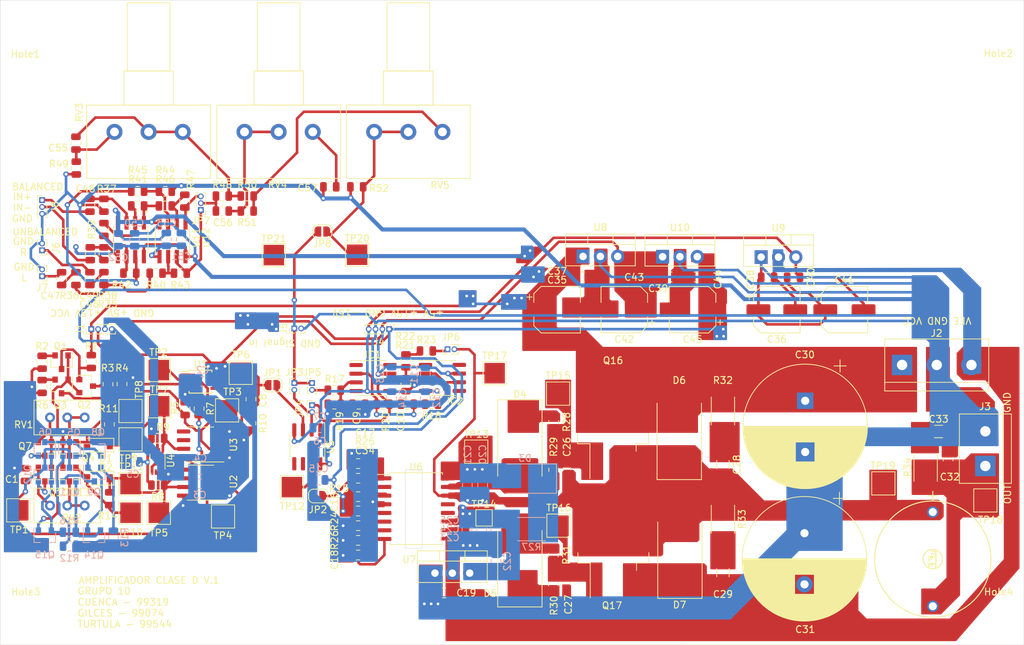
<source format=kicad_pcb>
(kicad_pcb (version 20171130) (host pcbnew "(5.1.2)-2")
  (layers (0 F.Cu signal) (31 B.Cu signal) (34 B.Paste user hide) (35 F.Paste user hide) (36 B.SilkS user hide) (37 F.SilkS user) (38 B.Mask user hide) (39 F.Mask user hide) (44 Edge.Cuts user))
  (net 0 "")
  (net 1 GND)
  (net 2 /GeneradorTriangular/Vtriang_off)
  (net 3 +15V)
  (net 4 "Net-(C8-Pad2)")
  (net 5 "Net-(C8-Pad1)")
  (net 6 +5V)
  (net 7 "Net-(D1-Pad2)")
  (net 8 /GeneradorTriangular/Charge)
  (net 9 "Net-(D2-Pad2)")
  (net 10 /GeneradorTriangular/Discharge)
  (net 11 Vtriang)
  (net 12 "Net-(Q1-Pad3)")
  (net 13 "Net-(Q1-Pad2)")
  (net 14 "Net-(Q1-Pad1)")
  (net 15 /GeneradorTriangular/U-)
  (net 16 "Net-(Q3-Pad2)")
  (net 17 "Net-(Q4-Pad3)")
  (net 18 "Net-(Q5-Pad3)")
  (net 19 "Net-(Q5-Pad2)")
  (net 20 "Net-(Q14-Pad1)")
  (net 21 "Net-(Q6-Pad2)")
  (net 22 "Net-(Q12-Pad1)")
  (net 23 "Net-(Q7-Pad2)")
  (net 24 "Net-(Q11-Pad2)")
  (net 25 "Net-(Q9-Pad2)")
  (net 26 "Net-(Q10-Pad3)")
  (net 27 "Net-(Q10-Pad2)")
  (net 28 "Net-(Q11-Pad1)")
  (net 29 "Net-(Q13-Pad3)")
  (net 30 VCC)
  (net 31 "Net-(R3-Pad1)")
  (net 32 /GeneradorTriangular/Vref)
  (net 33 /GeneradorTriangular/U+)
  (net 34 /GeneradorTriangular/Set)
  (net 35 /GeneradorTriangular/Reset)
  (net 36 "Net-(U2-Pad6)")
  (net 37 "Net-(U2-Pad5)")
  (net 38 "Net-(U3-Pad6)")
  (net 39 "Net-(U3-Pad5)")
  (net 40 -15V)
  (net 41 Signal_in)
  (net 42 Feedback)
  (net 43 "Net-(JP2-Pad1)")
  (net 44 "Net-(U5-Pad6)")
  (net 45 "Net-(U5-Pad5)")
  (net 46 "Net-(C9-Pad1)")
  (net 47 "Net-(C10-Pad2)")
  (net 48 "Net-(IC1-Pad8)")
  (net 49 "Net-(IC1-Pad1)")
  (net 50 "Net-(IC2-Pad8)")
  (net 51 "Net-(IC2-Pad2)")
  (net 52 "Net-(IC2-Pad3)")
  (net 53 "Net-(IC2-Pad1)")
  (net 54 "Net-(JP3-Pad2)")
  (net 55 "Net-(JP5-Pad2)")
  (net 56 Vs)
  (net 57 "Net-(JP6-Pad1)")
  (net 58 "Net-(R22-Pad1)")
  (net 59 /EtapaSalida/Disable)
  (net 60 "Net-(C17-Pad1)")
  (net 61 /EtapaSalida/DT)
  (net 62 VEE)
  (net 63 /EtapaSalida/VDDA)
  (net 64 /EtapaSalida/VDDB)
  (net 65 "Net-(C26-Pad1)")
  (net 66 "Net-(C27-Pad1)")
  (net 67 "Net-(C28-Pad1)")
  (net 68 "Net-(C29-Pad1)")
  (net 69 "Net-(C33-Pad1)")
  (net 70 "Net-(D3-Pad1)")
  (net 71 /EtapaSalida/HO)
  (net 72 "Net-(D4-Pad1)")
  (net 73 /EtapaSalida/LO)
  (net 74 "Net-(D5-Pad1)")
  (net 75 PWM)
  (net 76 /EtapaSalida/Out)
  (net 77 Right)
  (net 78 "Net-(C46-Pad1)")
  (net 79 Left)
  (net 80 "Net-(C47-Pad1)")
  (net 81 In+)
  (net 82 "Net-(C48-Pad1)")
  (net 83 In-)
  (net 84 "Net-(C49-Pad1)")
  (net 85 "Net-(C55-Pad1)")
  (net 86 "Net-(C56-Pad2)")
  (net 87 /Preamplificador/Filter_in)
  (net 88 "Net-(C57-Pad1)")
  (net 89 "Net-(JP7-Pad3)")
  (net 90 "Net-(JP7-Pad1)")
  (net 91 "Net-(R35-Pad2)")
  (net 92 "Net-(R39-Pad2)")
  (net 93 "Net-(R39-Pad1)")
  (net 94 "Net-(R40-Pad2)")
  (net 95 "Net-(R41-Pad2)")
  (net 96 "Net-(R42-Pad2)")
  (net 97 "Net-(R44-Pad2)")
  (net 98 "Net-(R45-Pad2)")
  (net 99 /Preamplificador/Filter_out)
  (net 100 "Net-(C55-Pad2)")
  (net 101 "Net-(JP8-Pad1)")
  (module MountingHole:MountingHole_3mm (layer F.Cu) (at 202.5 31.15)
    (fp_text reference Hole2 (at -0.05 4.15) (layer F.SilkS))
    (fp_text value MountingHole_3mm)
    (pad 1 np_thru_hole circle (at 0 0) (size 3 3) (drill 3) (layers *.Cu *.Mask))
  )
  (module MountingHole:MountingHole_3mm (layer F.Cu) (at 202.5 118.2)
    (fp_text reference Hole4 (at 0 -4) (layer F.SilkS))
    (fp_text value MountingHole_3mm)
    (pad 1 np_thru_hole circle (at 0 0) (size 3 3) (drill 3) (layers *.Cu *.Mask))
  )
  (module MountingHole:MountingHole_3mm (layer F.Cu) (at 59.9 31.15)
    (fp_text reference Hole1 (at 0 4.25) (layer F.SilkS))
    (fp_text value MountingHole_3mm)
    (pad 1 np_thru_hole circle (at 0 0) (size 3 3) (drill 3) (layers *.Cu *.Mask))
  )
  (module MountingHole:MountingHole_3mm (layer F.Cu) (at 59.95 118.2)
    (fp_text reference Hole3 (at 0 -4) (layer F.SilkS))
    (fp_text value MountingHole_3mm)
    (pad 1 np_thru_hole circle (at 0 0) (size 3 3) (drill 3) (layers *.Cu *.Mask))
  )
  (module TestPoint:TestPoint_Pad_3.0x3.0mm (layer F.Cu) (at 96.3 64.85)
    (fp_text reference TP21 (at 0 -2.398) (layer F.SilkS))
    (fp_text value TestPoint)
    (pad 1 smd rect (at 0 0) (size 3 3) (layers F.Cu F.Mask) (net 41 Signal_in))
  )
  (module TestPoint:TestPoint_Pad_3.0x3.0mm (layer F.Cu) (at 108.5 64.8)
    (fp_text reference TP20 (at 0 -2.398) (layer F.SilkS))
    (fp_text value TestPoint)
    (pad 1 smd rect (at 0 0) (size 3 3) (layers F.Cu F.Mask) (net 101 "Net-(JP8-Pad1)"))
  )
  (module Jumper:SolderJumper-2_P1.3mm_Open_RoundedPad1.0x1.5mm (layer F.Cu) (at 103.4 61.4 180)
    (fp_text reference JP8 (at 0 -1.8) (layer F.SilkS))
    (fp_text value Jumper_Preampli)
    (pad 2 smd custom (at 0.65 0 180) (size 1 0.5) (layers F.Cu F.Mask) (net 41 Signal_in) (options (clearance outline) (anchor rect)) (primitives (gr_circle (center 0 0.25) (end 0.5 0.25) (width 0)) (gr_circle (center 0 -0.25) (end 0.5 -0.25) (width 0)) (gr_poly (pts (xy 0 -0.75) (xy -0.5 -0.75) (xy -0.5 0.75) (xy 0 0.75)) (width 0))))
    (pad 1 smd custom (at -0.65 0 180) (size 1 0.5) (layers F.Cu F.Mask) (net 101 "Net-(JP8-Pad1)") (options (clearance outline) (anchor rect)) (primitives (gr_circle (center 0 0.25) (end 0.5 0.25) (width 0)) (gr_circle (center 0 -0.25) (end 0.5 -0.25) (width 0)) (gr_poly (pts (xy 0 -0.75) (xy 0.5 -0.75) (xy 0.5 0.75) (xy 0 0.75)) (width 0))))
  )
  (module Connector_PinHeader_1.00mm:PinHeader_1x03_P1.00mm_Vertical (layer F.Cu) (at 62.35 56.8)
    (fp_text reference J8 (at 1.9 1 90) (layer F.SilkS))
    (fp_text value Conn_01x03_Male)
    (pad 3 thru_hole oval (at 0 2) (size 0.85 0.85) (drill 0.5) (layers *.Cu *.Mask) (net 1 GND))
    (pad 2 thru_hole oval (at 0 1) (size 0.85 0.85) (drill 0.5) (layers *.Cu *.Mask) (net 83 In-))
    (pad 1 thru_hole rect (at 0 0) (size 0.85 0.85) (drill 0.5) (layers *.Cu *.Mask) (net 81 In+))
  )
  (module Connector_PinHeader_1.00mm:PinHeader_1x02_P1.00mm_Vertical (layer F.Cu) (at 62.35 67.95 180)
    (fp_text reference J7 (at 0 -1.65 180) (layer F.SilkS))
    (fp_text value Conn_01x02_Male)
    (pad 2 thru_hole oval (at 0 1 180) (size 0.85 0.85) (drill 0.5) (layers *.Cu *.Mask) (net 1 GND))
    (pad 1 thru_hole rect (at 0 0 180) (size 0.85 0.85) (drill 0.5) (layers *.Cu *.Mask) (net 79 Left))
  )
  (module NE5532DR:SOIC127P599X175-8N (layer F.Cu) (at 81.45 62.6 270)
    (fp_text reference U12 (at -0.3 -4.9 90) (layer F.SilkS))
    (fp_text value NE5532)
    (pad 1 smd rect (at -2.47 -1.905 270) (size 1.97 0.6) (layers F.Cu F.Paste F.Mask) (net 89 "Net-(JP7-Pad3)"))
    (pad 2 smd rect (at -2.47 -0.635 270) (size 1.97 0.6) (layers F.Cu F.Paste F.Mask) (net 97 "Net-(R44-Pad2)"))
    (pad 3 smd rect (at -2.47 0.635 270) (size 1.97 0.6) (layers F.Cu F.Paste F.Mask) (net 98 "Net-(R45-Pad2)"))
    (pad 4 smd rect (at -2.47 1.905 270) (size 1.97 0.6) (layers F.Cu F.Paste F.Mask) (net 40 -15V))
    (pad 5 smd rect (at 2.47 1.905 270) (size 1.97 0.6) (layers F.Cu F.Paste F.Mask) (net 1 GND))
    (pad 6 smd rect (at 2.47 0.635 270) (size 1.97 0.6) (layers F.Cu F.Paste F.Mask) (net 94 "Net-(R40-Pad2)"))
    (pad 7 smd rect (at 2.47 -0.635 270) (size 1.97 0.6) (layers F.Cu F.Paste F.Mask) (net 90 "Net-(JP7-Pad1)"))
    (pad 8 smd rect (at 2.47 -1.905 270) (size 1.97 0.6) (layers F.Cu F.Paste F.Mask) (net 3 +15V))
  )
  (module NE5532DR:SOIC127P599X175-8N (layer F.Cu) (at 75.35 62.6 270)
    (fp_text reference U11 (at -0.3 -9.6 90) (layer F.SilkS))
    (fp_text value NE5532)
    (pad 1 smd rect (at -2.47 -1.905 270) (size 1.97 0.6) (layers F.Cu F.Paste F.Mask) (net 95 "Net-(R41-Pad2)"))
    (pad 2 smd rect (at -2.47 -0.635 270) (size 1.97 0.6) (layers F.Cu F.Paste F.Mask) (net 93 "Net-(R39-Pad1)"))
    (pad 3 smd rect (at -2.47 0.635 270) (size 1.97 0.6) (layers F.Cu F.Paste F.Mask) (net 82 "Net-(C48-Pad1)"))
    (pad 4 smd rect (at -2.47 1.905 270) (size 1.97 0.6) (layers F.Cu F.Paste F.Mask) (net 40 -15V))
    (pad 5 smd rect (at 2.47 1.905 270) (size 1.97 0.6) (layers F.Cu F.Paste F.Mask) (net 84 "Net-(C49-Pad1)"))
    (pad 6 smd rect (at 2.47 0.635 270) (size 1.97 0.6) (layers F.Cu F.Paste F.Mask) (net 92 "Net-(R39-Pad2)"))
    (pad 7 smd rect (at 2.47 -0.635 270) (size 1.97 0.6) (layers F.Cu F.Paste F.Mask) (net 96 "Net-(R42-Pad2)"))
    (pad 8 smd rect (at 2.47 -1.905 270) (size 1.97 0.6) (layers F.Cu F.Paste F.Mask) (net 3 +15V))
  )
  (module Potentiometer_THT:Potentiometer_Alps_RK163_Single_Horizontal (layer F.Cu) (at 121 46.8 90)
    (fp_text reference RV5 (at -7.8 -0.35 180) (layer F.SilkS))
    (fp_text value R_POT)
    (pad 1 thru_hole circle (at 0 0 90) (size 2.34 2.34) (drill 1.3) (layers *.Cu *.Mask) (net 99 /Preamplificador/Filter_out))
    (pad 2 thru_hole circle (at 0 -5 90) (size 2.34 2.34) (drill 1.3) (layers *.Cu *.Mask) (net 101 "Net-(JP8-Pad1)"))
    (pad 3 thru_hole circle (at 0 -10 90) (size 2.34 2.34) (drill 1.3) (layers *.Cu *.Mask) (net 101 "Net-(JP8-Pad1)"))
  )
  (module Potentiometer_THT:Potentiometer_Alps_RK163_Single_Horizontal (layer F.Cu) (at 102 46.8 90)
    (fp_text reference RV4 (at -7.75 -5.15 180) (layer F.SilkS))
    (fp_text value R_POT)
    (pad 1 thru_hole circle (at 0 0 90) (size 2.34 2.34) (drill 1.3) (layers *.Cu *.Mask) (net 88 "Net-(C57-Pad1)"))
    (pad 2 thru_hole circle (at 0 -5 90) (size 2.34 2.34) (drill 1.3) (layers *.Cu *.Mask) (net 86 "Net-(C56-Pad2)"))
    (pad 3 thru_hole circle (at 0 -10 90) (size 2.34 2.34) (drill 1.3) (layers *.Cu *.Mask) (net 86 "Net-(C56-Pad2)"))
  )
  (module Potentiometer_THT:Potentiometer_Alps_RK163_Single_Horizontal (layer F.Cu) (at 82.95 46.8 90)
    (fp_text reference RV3 (at 2.85 -15.15 90) (layer F.SilkS))
    (fp_text value R_POT)
    (pad 1 thru_hole circle (at 0 0 90) (size 2.34 2.34) (drill 1.3) (layers *.Cu *.Mask) (net 100 "Net-(C55-Pad2)"))
    (pad 2 thru_hole circle (at 0 -5 90) (size 2.34 2.34) (drill 1.3) (layers *.Cu *.Mask) (net 100 "Net-(C55-Pad2)"))
    (pad 3 thru_hole circle (at 0 -10 90) (size 2.34 2.34) (drill 1.3) (layers *.Cu *.Mask) (net 85 "Net-(C55-Pad1)"))
  )
  (module Resistor_SMD:R_0805_2012Metric (layer F.Cu) (at 108.45 54.85 180)
    (fp_text reference R52 (at -3.25 -0.2) (layer F.SilkS))
    (fp_text value R)
    (pad 2 smd roundrect (at 0.9375 0 180) (size 0.975 1.4) (layers F.Cu F.Paste F.Mask) (net 1 GND))
    (pad 1 smd roundrect (at -0.9375 0 180) (size 0.975 1.4) (layers F.Cu F.Paste F.Mask) (net 101 "Net-(JP8-Pad1)"))
  )
  (module Resistor_SMD:R_0805_2012Metric (layer F.Cu) (at 92.4 58.4 180)
    (fp_text reference R51 (at 0 -1.65) (layer F.SilkS))
    (fp_text value R)
    (pad 2 smd roundrect (at 0.9375 0 180) (size 0.975 1.4) (layers F.Cu F.Paste F.Mask) (net 86 "Net-(C56-Pad2)"))
    (pad 1 smd roundrect (at -0.9375 0 180) (size 0.975 1.4) (layers F.Cu F.Paste F.Mask) (net 99 /Preamplificador/Filter_out))
  )
  (module Resistor_SMD:R_0805_2012Metric (layer F.Cu) (at 92.4 56.2)
    (fp_text reference R50 (at 0 -1.65) (layer F.SilkS))
    (fp_text value R)
    (pad 2 smd roundrect (at 0.9375 0) (size 0.975 1.4) (layers F.Cu F.Paste F.Mask) (net 99 /Preamplificador/Filter_out))
    (pad 1 smd roundrect (at -0.9375 0) (size 0.975 1.4) (layers F.Cu F.Paste F.Mask) (net 100 "Net-(C55-Pad2)"))
  )
  (module Resistor_SMD:R_0805_2012Metric (layer F.Cu) (at 67.35 52.1 270)
    (fp_text reference R49 (at -0.6 2.55 180) (layer F.SilkS))
    (fp_text value R)
    (pad 2 smd roundrect (at 0.9375 0 270) (size 0.975 1.4) (layers F.Cu F.Paste F.Mask) (net 1 GND))
    (pad 1 smd roundrect (at -0.9375 0 270) (size 0.975 1.4) (layers F.Cu F.Paste F.Mask) (net 85 "Net-(C55-Pad1)"))
  )
  (module Resistor_SMD:R_0805_2012Metric (layer F.Cu) (at 88.75 56.2)
    (fp_text reference R48 (at 0 -1.65) (layer F.SilkS))
    (fp_text value R)
    (pad 2 smd roundrect (at 0.9375 0) (size 0.975 1.4) (layers F.Cu F.Paste F.Mask) (net 100 "Net-(C55-Pad2)"))
    (pad 1 smd roundrect (at -0.9375 0) (size 0.975 1.4) (layers F.Cu F.Paste F.Mask) (net 87 /Preamplificador/Filter_in))
  )
  (module Resistor_SMD:R_0805_2012Metric (layer F.Cu) (at 83.25 56.95 270)
    (fp_text reference R47 (at -3.2 -0.9 90) (layer F.SilkS))
    (fp_text value R)
    (pad 2 smd roundrect (at 0.9375 0 270) (size 0.975 1.4) (layers F.Cu F.Paste F.Mask) (net 89 "Net-(JP7-Pad3)"))
    (pad 1 smd roundrect (at -0.9375 0 270) (size 0.975 1.4) (layers F.Cu F.Paste F.Mask) (net 97 "Net-(R44-Pad2)"))
  )
  (module Resistor_SMD:R_0805_2012Metric (layer F.Cu) (at 80.4 55.5 180)
    (fp_text reference R46 (at 0 1.75) (layer F.SilkS))
    (fp_text value R)
    (pad 2 smd roundrect (at 0.9375 0 180) (size 0.975 1.4) (layers F.Cu F.Paste F.Mask) (net 98 "Net-(R45-Pad2)"))
    (pad 1 smd roundrect (at -0.9375 0 180) (size 0.975 1.4) (layers F.Cu F.Paste F.Mask) (net 1 GND))
  )
  (module Resistor_SMD:R_0805_2012Metric (layer F.Cu) (at 76.35 55.5)
    (fp_text reference R45 (at 0 -3.1) (layer F.SilkS))
    (fp_text value R)
    (pad 2 smd roundrect (at 0.9375 0) (size 0.975 1.4) (layers F.Cu F.Paste F.Mask) (net 98 "Net-(R45-Pad2)"))
    (pad 1 smd roundrect (at -0.9375 0) (size 0.975 1.4) (layers F.Cu F.Paste F.Mask) (net 96 "Net-(R42-Pad2)"))
  )
  (module Resistor_SMD:R_0805_2012Metric (layer F.Cu) (at 80.4 57.65)
    (fp_text reference R44 (at 0 -5.25) (layer F.SilkS))
    (fp_text value R)
    (pad 2 smd roundrect (at 0.9375 0) (size 0.975 1.4) (layers F.Cu F.Paste F.Mask) (net 97 "Net-(R44-Pad2)"))
    (pad 1 smd roundrect (at -0.9375 0) (size 0.975 1.4) (layers F.Cu F.Paste F.Mask) (net 95 "Net-(R41-Pad2)"))
  )
  (module Resistor_SMD:R_0805_2012Metric (layer F.Cu) (at 82.6 67.5)
    (fp_text reference R43 (at 0 1.75) (layer F.SilkS))
    (fp_text value R)
    (pad 2 smd roundrect (at 0.9375 0) (size 0.975 1.4) (layers F.Cu F.Paste F.Mask) (net 90 "Net-(JP7-Pad1)"))
    (pad 1 smd roundrect (at -0.9375 0) (size 0.975 1.4) (layers F.Cu F.Paste F.Mask) (net 94 "Net-(R40-Pad2)"))
  )
  (module Resistor_SMD:R_0805_2012Metric (layer F.Cu) (at 75.2 67.5)
    (fp_text reference R42 (at -1.2 1.7) (layer F.SilkS))
    (fp_text value R)
    (pad 2 smd roundrect (at 0.9375 0) (size 0.975 1.4) (layers F.Cu F.Paste F.Mask) (net 96 "Net-(R42-Pad2)"))
    (pad 1 smd roundrect (at -0.9375 0) (size 0.975 1.4) (layers F.Cu F.Paste F.Mask) (net 92 "Net-(R39-Pad2)"))
  )
  (module Resistor_SMD:R_0805_2012Metric (layer F.Cu) (at 76.35 57.65)
    (fp_text reference R41 (at 0.05 -3.9) (layer F.SilkS))
    (fp_text value R)
    (pad 2 smd roundrect (at 0.9375 0) (size 0.975 1.4) (layers F.Cu F.Paste F.Mask) (net 95 "Net-(R41-Pad2)"))
    (pad 1 smd roundrect (at -0.9375 0) (size 0.975 1.4) (layers F.Cu F.Paste F.Mask) (net 93 "Net-(R39-Pad1)"))
  )
  (module Resistor_SMD:R_0805_2012Metric (layer F.Cu) (at 79.05 67.5)
    (fp_text reference R40 (at 0 1.75) (layer F.SilkS))
    (fp_text value R)
    (pad 2 smd roundrect (at 0.9375 0) (size 0.975 1.4) (layers F.Cu F.Paste F.Mask) (net 94 "Net-(R40-Pad2)"))
    (pad 1 smd roundrect (at -0.9375 0) (size 0.975 1.4) (layers F.Cu F.Paste F.Mask) (net 91 "Net-(R35-Pad2)"))
  )
  (module Resistor_SMD:R_0805_2012Metric (layer F.Cu) (at 71.4 61.1 270)
    (fp_text reference R39 (at 0 1.75 90) (layer F.SilkS))
    (fp_text value R)
    (pad 2 smd roundrect (at 0.9375 0 270) (size 0.975 1.4) (layers F.Cu F.Paste F.Mask) (net 92 "Net-(R39-Pad2)"))
    (pad 1 smd roundrect (at -0.9375 0 270) (size 0.975 1.4) (layers F.Cu F.Paste F.Mask) (net 93 "Net-(R39-Pad1)"))
  )
  (module Resistor_SMD:R_0805_2012Metric (layer F.Cu) (at 71.4 64.65 270)
    (fp_text reference R38 (at 6.15 -0.55 180) (layer F.SilkS))
    (fp_text value R)
    (pad 2 smd roundrect (at 0.9375 0 270) (size 0.975 1.4) (layers F.Cu F.Paste F.Mask) (net 1 GND))
    (pad 1 smd roundrect (at -0.9375 0 270) (size 0.975 1.4) (layers F.Cu F.Paste F.Mask) (net 84 "Net-(C49-Pad1)"))
  )
  (module Resistor_SMD:R_0805_2012Metric (layer F.Cu) (at 71.4 57.55 270)
    (fp_text reference R37 (at -2.4 -0.4 180) (layer F.SilkS))
    (fp_text value R)
    (pad 2 smd roundrect (at 0.9375 0 270) (size 0.975 1.4) (layers F.Cu F.Paste F.Mask) (net 1 GND))
    (pad 1 smd roundrect (at -0.9375 0 270) (size 0.975 1.4) (layers F.Cu F.Paste F.Mask) (net 82 "Net-(C48-Pad1)"))
  )
  (module Resistor_SMD:R_0805_2012Metric (layer F.Cu) (at 67.3 68.3 270)
    (fp_text reference R36 (at 2.5 0.95 180) (layer F.SilkS))
    (fp_text value R)
    (pad 2 smd roundrect (at 0.9375 0 270) (size 0.975 1.4) (layers F.Cu F.Paste F.Mask) (net 91 "Net-(R35-Pad2)"))
    (pad 1 smd roundrect (at -0.9375 0 270) (size 0.975 1.4) (layers F.Cu F.Paste F.Mask) (net 80 "Net-(C47-Pad1)"))
  )
  (module Resistor_SMD:R_0805_2012Metric (layer F.Cu) (at 71.4 68.2875 270)
    (fp_text reference R35 (at 3.7625 -0.55 180) (layer F.SilkS))
    (fp_text value R)
    (pad 2 smd roundrect (at 0.9375 0 270) (size 0.975 1.4) (layers F.Cu F.Paste F.Mask) (net 91 "Net-(R35-Pad2)"))
    (pad 1 smd roundrect (at -0.9375 0 270) (size 0.975 1.4) (layers F.Cu F.Paste F.Mask) (net 78 "Net-(C46-Pad1)"))
  )
  (module Connector_PinHeader_1.00mm:PinHeader_1x03_P1.00mm_Vertical (layer F.Cu) (at 85.6 58.25 180)
    (fp_text reference JP7 (at 0 -1.56) (layer F.SilkS))
    (fp_text value Jumper_3_Open)
    (pad 3 thru_hole oval (at 0 2 180) (size 0.85 0.85) (drill 0.5) (layers *.Cu *.Mask) (net 89 "Net-(JP7-Pad3)"))
    (pad 2 thru_hole oval (at 0 1 180) (size 0.85 0.85) (drill 0.5) (layers *.Cu *.Mask) (net 87 /Preamplificador/Filter_in))
    (pad 1 thru_hole rect (at 0 0 180) (size 0.85 0.85) (drill 0.5) (layers *.Cu *.Mask) (net 90 "Net-(JP7-Pad1)"))
  )
  (module Connector_PinHeader_1.00mm:PinHeader_1x02_P1.00mm_Vertical (layer F.Cu) (at 62.35 64.15 180)
    (fp_text reference J6 (at -2.05 0.35 90) (layer F.SilkS))
    (fp_text value Conn_01x02_Male)
    (pad 2 thru_hole oval (at 0 1 180) (size 0.85 0.85) (drill 0.5) (layers *.Cu *.Mask) (net 1 GND))
    (pad 1 thru_hole rect (at 0 0 180) (size 0.85 0.85) (drill 0.5) (layers *.Cu *.Mask) (net 77 Right))
  )
  (module Capacitor_SMD:C_0805_2012Metric (layer F.Cu) (at 104.5 54.85 180)
    (fp_text reference C57 (at 3.25 -0.15) (layer F.SilkS))
    (fp_text value C)
    (pad 2 smd roundrect (at 0.9375 0 180) (size 0.975 1.4) (layers F.Cu F.Paste F.Mask) (net 1 GND))
    (pad 1 smd roundrect (at -0.9375 0 180) (size 0.975 1.4) (layers F.Cu F.Paste F.Mask) (net 88 "Net-(C57-Pad1)"))
  )
  (module Capacitor_SMD:C_0805_2012Metric (layer F.Cu) (at 88.75 58.4)
    (fp_text reference C56 (at 0.1 1.7) (layer F.SilkS))
    (fp_text value C)
    (pad 2 smd roundrect (at 0.9375 0) (size 0.975 1.4) (layers F.Cu F.Paste F.Mask) (net 86 "Net-(C56-Pad2)"))
    (pad 1 smd roundrect (at -0.9375 0) (size 0.975 1.4) (layers F.Cu F.Paste F.Mask) (net 87 /Preamplificador/Filter_in))
  )
  (module Capacitor_SMD:C_0805_2012Metric (layer F.Cu) (at 67.3 48.45 90)
    (fp_text reference C55 (at -0.7 -2.6 180) (layer F.SilkS))
    (fp_text value C)
    (pad 2 smd roundrect (at 0.9375 0 90) (size 0.975 1.4) (layers F.Cu F.Paste F.Mask) (net 100 "Net-(C55-Pad2)"))
    (pad 1 smd roundrect (at -0.9375 0 90) (size 0.975 1.4) (layers F.Cu F.Paste F.Mask) (net 85 "Net-(C55-Pad1)"))
  )
  (module Capacitor_SMD:C_0805_2012Metric (layer B.Cu) (at 80.55 62.55 270)
    (fp_text reference C53 (at -2.4 -0.05 180) (layer B.SilkS) (effects (justify mirror)))
    (fp_text value C)
    (pad 2 smd roundrect (at 0.9375 0 270) (size 0.975 1.4) (layers B.Cu B.Paste B.Mask) (net 1 GND))
    (pad 1 smd roundrect (at -0.9375 0 270) (size 0.975 1.4) (layers B.Cu B.Paste B.Mask) (net 40 -15V))
  )
  (module Capacitor_SMD:C_0805_2012Metric (layer B.Cu) (at 73.5 62.6 270)
    (fp_text reference C52 (at 2.6 0 180) (layer B.SilkS) (effects (justify mirror)))
    (fp_text value C)
    (pad 2 smd roundrect (at 0.9375 0 270) (size 0.975 1.4) (layers B.Cu B.Paste B.Mask) (net 1 GND))
    (pad 1 smd roundrect (at -0.9375 0 270) (size 0.975 1.4) (layers B.Cu B.Paste B.Mask) (net 40 -15V))
  )
  (module Capacitor_SMD:C_0805_2012Metric (layer B.Cu) (at 82.75 62.55 270)
    (fp_text reference C51 (at 2.5 0.05 180) (layer B.SilkS) (effects (justify mirror)))
    (fp_text value C)
    (pad 2 smd roundrect (at 0.9375 0 270) (size 0.975 1.4) (layers B.Cu B.Paste B.Mask) (net 1 GND))
    (pad 1 smd roundrect (at -0.9375 0 270) (size 0.975 1.4) (layers B.Cu B.Paste B.Mask) (net 3 +15V))
  )
  (module Capacitor_SMD:C_0805_2012Metric (layer B.Cu) (at 75.9 62.6 270)
    (fp_text reference C50 (at -2.45 0.05 180) (layer B.SilkS) (effects (justify mirror)))
    (fp_text value C)
    (pad 2 smd roundrect (at 0.9375 0 270) (size 0.975 1.4) (layers B.Cu B.Paste B.Mask) (net 1 GND))
    (pad 1 smd roundrect (at -0.9375 0 270) (size 0.975 1.4) (layers B.Cu B.Paste B.Mask) (net 3 +15V))
  )
  (module Capacitor_SMD:C_0805_2012Metric (layer F.Cu) (at 69.4 64.65 270)
    (fp_text reference C49 (at 6.15 0.2) (layer F.SilkS))
    (fp_text value C)
    (pad 2 smd roundrect (at 0.9375 0 270) (size 0.975 1.4) (layers F.Cu F.Paste F.Mask) (net 83 In-))
    (pad 1 smd roundrect (at -0.9375 0 270) (size 0.975 1.4) (layers F.Cu F.Paste F.Mask) (net 84 "Net-(C49-Pad1)"))
  )
  (module Capacitor_SMD:C_0805_2012Metric (layer F.Cu) (at 69.35 57.55 270)
    (fp_text reference C48 (at -2.4 0.65 180) (layer F.SilkS))
    (fp_text value C)
    (pad 2 smd roundrect (at 0.9375 0 270) (size 0.975 1.4) (layers F.Cu F.Paste F.Mask) (net 81 In+))
    (pad 1 smd roundrect (at -0.9375 0 270) (size 0.975 1.4) (layers F.Cu F.Paste F.Mask) (net 82 "Net-(C48-Pad1)"))
  )
  (module Capacitor_SMD:C_0805_2012Metric (layer F.Cu) (at 65.2 68.3 90)
    (fp_text reference C47 (at -2.5 -1.65 180) (layer F.SilkS))
    (fp_text value C)
    (pad 2 smd roundrect (at 0.9375 0 90) (size 0.975 1.4) (layers F.Cu F.Paste F.Mask) (net 79 Left))
    (pad 1 smd roundrect (at -0.9375 0 90) (size 0.975 1.4) (layers F.Cu F.Paste F.Mask) (net 80 "Net-(C47-Pad1)"))
  )
  (module Capacitor_SMD:C_0805_2012Metric (layer F.Cu) (at 69.35 68.3 90)
    (fp_text reference C46 (at -3.75 -0.1 180) (layer F.SilkS))
    (fp_text value C)
    (pad 2 smd roundrect (at 0.9375 0 90) (size 0.975 1.4) (layers F.Cu F.Paste F.Mask) (net 77 Right))
    (pad 1 smd roundrect (at -0.9375 0 90) (size 0.975 1.4) (layers F.Cu F.Paste F.Mask) (net 78 "Net-(C46-Pad1)"))
  )
  (module TestPoint:TestPoint_Pad_2.0x2.0mm (layer F.Cu) (at 127.1 103.35)
    (fp_text reference TP14 (at 0 -1.998) (layer F.SilkS))
    (fp_text value TestPoint)
    (pad 1 smd rect (at 0 0) (size 2 2) (layers F.Cu F.Mask) (net 64 /EtapaSalida/VDDB))
  )
  (module Package_TO_SOT_THT:TO-220-3_Vertical (layer F.Cu) (at 153.26 65.09)
    (fp_text reference U10 (at 2.54 -4.27) (layer F.SilkS))
    (fp_text value LM7805_TO220)
    (pad 3 thru_hole oval (at 5.08 0) (size 1.905 2) (drill 1.1) (layers *.Cu *.Mask) (net 6 +5V))
    (pad 2 thru_hole oval (at 2.54 0) (size 1.905 2) (drill 1.1) (layers *.Cu *.Mask) (net 1 GND))
    (pad 1 thru_hole rect (at 0 0) (size 1.905 2) (drill 1.1) (layers *.Cu *.Mask) (net 3 +15V))
  )
  (module Package_TO_SOT_THT:TO-220-3_Vertical (layer F.Cu) (at 167.7 65.15)
    (fp_text reference U9 (at 2.54 -4.27) (layer F.SilkS))
    (fp_text value LM7915_TO220)
    (pad 3 thru_hole oval (at 5.08 0) (size 1.905 2) (drill 1.1) (layers *.Cu *.Mask) (net 40 -15V))
    (pad 2 thru_hole oval (at 2.54 0) (size 1.905 2) (drill 1.1) (layers *.Cu *.Mask) (net 62 VEE))
    (pad 1 thru_hole rect (at 0 0) (size 1.905 2) (drill 1.1) (layers *.Cu *.Mask) (net 1 GND))
  )
  (module Package_TO_SOT_THT:TO-220-3_Vertical (layer F.Cu) (at 141.6 65.05)
    (fp_text reference U8 (at 2.54 -4.27) (layer F.SilkS))
    (fp_text value LM7815_TO220)
    (pad 3 thru_hole oval (at 5.08 0) (size 1.905 2) (drill 1.1) (layers *.Cu *.Mask) (net 3 +15V))
    (pad 2 thru_hole oval (at 2.54 0) (size 1.905 2) (drill 1.1) (layers *.Cu *.Mask) (net 1 GND))
    (pad 1 thru_hole rect (at 0 0) (size 1.905 2) (drill 1.1) (layers *.Cu *.Mask) (net 30 VCC))
  )
  (module Capacitor_SMD:CP_Elec_6.3x5.4 (layer F.Cu) (at 157.65 72.85 180)
    (fp_text reference C45 (at 0 -4.35) (layer F.SilkS))
    (fp_text value 47u)
    (pad 2 smd roundrect (at 2.8 0 180) (size 3.5 1.6) (layers F.Cu F.Paste F.Mask) (roundrect_rratio 0.15625) (net 1 GND))
    (pad 1 smd roundrect (at -2.8 0 180) (size 3.5 1.6) (layers F.Cu F.Paste F.Mask) (roundrect_rratio 0.15625) (net 6 +5V))
  )
  (module Capacitor_SMD:C_0805_2012Metric (layer F.Cu) (at 158.15 68.05 180)
    (fp_text reference C44 (at -3.2 -0.35 90) (layer F.SilkS))
    (fp_text value 1u)
    (pad 2 smd roundrect (at 0.9375 0 180) (size 0.975 1.4) (layers F.Cu F.Paste F.Mask) (net 1 GND))
    (pad 1 smd roundrect (at -0.9375 0 180) (size 0.975 1.4) (layers F.Cu F.Paste F.Mask) (net 6 +5V))
  )
  (module Capacitor_SMD:C_0805_2012Metric (layer F.Cu) (at 145.75 68.05 180)
    (fp_text reference C43 (at -3.35 -0.05) (layer F.SilkS))
    (fp_text value 1u)
    (pad 2 smd roundrect (at 0.9375 0 180) (size 0.975 1.4) (layers F.Cu F.Paste F.Mask) (net 1 GND))
    (pad 1 smd roundrect (at -0.9375 0 180) (size 0.975 1.4) (layers F.Cu F.Paste F.Mask) (net 3 +15V))
  )
  (module Capacitor_SMD:CP_Elec_6.3x5.4 (layer F.Cu) (at 147.65 72.85 180)
    (fp_text reference C42 (at 0 -4.35) (layer F.SilkS))
    (fp_text value 47u)
    (pad 2 smd roundrect (at 2.8 0 180) (size 3.5 1.6) (layers F.Cu F.Paste F.Mask) (roundrect_rratio 0.15625) (net 1 GND))
    (pad 1 smd roundrect (at -2.8 0 180) (size 3.5 1.6) (layers F.Cu F.Paste F.Mask) (roundrect_rratio 0.15625) (net 3 +15V))
  )
  (module Capacitor_SMD:CP_Elec_6.3x5.4 (layer F.Cu) (at 179.9 72.85)
    (fp_text reference C41 (at 0 -4.35) (layer F.SilkS))
    (fp_text value 47u)
    (pad 2 smd roundrect (at 2.8 0) (size 3.5 1.6) (layers F.Cu F.Paste F.Mask) (roundrect_rratio 0.15625) (net 40 -15V))
    (pad 1 smd roundrect (at -2.8 0) (size 3.5 1.6) (layers F.Cu F.Paste F.Mask) (roundrect_rratio 0.15625) (net 1 GND))
  )
  (module Capacitor_SMD:C_0805_2012Metric (layer F.Cu) (at 172.45 68.1)
    (fp_text reference C40 (at 2.55 0 90) (layer F.SilkS))
    (fp_text value 1u)
    (pad 2 smd roundrect (at 0.9375 0) (size 0.975 1.4) (layers F.Cu F.Paste F.Mask) (net 40 -15V))
    (pad 1 smd roundrect (at -0.9375 0) (size 0.975 1.4) (layers F.Cu F.Paste F.Mask) (net 1 GND))
  )
  (module Capacitor_SMD:C_0805_2012Metric (layer F.Cu) (at 154.4 68.05)
    (fp_text reference C39 (at -1.8 1.7) (layer F.SilkS))
    (fp_text value 1u)
    (pad 2 smd roundrect (at 0.9375 0) (size 0.975 1.4) (layers F.Cu F.Paste F.Mask) (net 1 GND))
    (pad 1 smd roundrect (at -0.9375 0) (size 0.975 1.4) (layers F.Cu F.Paste F.Mask) (net 3 +15V))
  )
  (module Capacitor_SMD:C_0805_2012Metric (layer F.Cu) (at 168.65 68.1)
    (fp_text reference C38 (at -2.5 0.35 90) (layer F.SilkS))
    (fp_text value 1u)
    (pad 2 smd roundrect (at 0.9375 0) (size 0.975 1.4) (layers F.Cu F.Paste F.Mask) (net 62 VEE))
    (pad 1 smd roundrect (at -0.9375 0) (size 0.975 1.4) (layers F.Cu F.Paste F.Mask) (net 1 GND))
  )
  (module Capacitor_SMD:C_0805_2012Metric (layer F.Cu) (at 141.55 68.05)
    (fp_text reference C37 (at -3.75 -0.85) (layer F.SilkS))
    (fp_text value 1u)
    (pad 2 smd roundrect (at 0.9375 0) (size 0.975 1.4) (layers F.Cu F.Paste F.Mask) (net 1 GND))
    (pad 1 smd roundrect (at -0.9375 0) (size 0.975 1.4) (layers F.Cu F.Paste F.Mask) (net 30 VCC))
  )
  (module Capacitor_SMD:CP_Elec_6.3x7.7 (layer F.Cu) (at 170 72.85)
    (fp_text reference C36 (at 0 4.35) (layer F.SilkS))
    (fp_text value 33u)
    (pad 2 smd roundrect (at 2.7 0) (size 3.5 1.6) (layers F.Cu F.Paste F.Mask) (roundrect_rratio 0.15625) (net 62 VEE))
    (pad 1 smd roundrect (at -2.7 0) (size 3.5 1.6) (layers F.Cu F.Paste F.Mask) (roundrect_rratio 0.15625) (net 1 GND))
  )
  (module Capacitor_SMD:CP_Elec_6.3x7.7 (layer F.Cu) (at 137.8 72.85)
    (fp_text reference C35 (at 0 -4.35) (layer F.SilkS))
    (fp_text value 33u)
    (pad 2 smd roundrect (at 2.7 0) (size 3.5 1.6) (layers F.Cu F.Paste F.Mask) (roundrect_rratio 0.15625) (net 1 GND))
    (pad 1 smd roundrect (at -2.7 0) (size 3.5 1.6) (layers F.Cu F.Paste F.Mask) (roundrect_rratio 0.15625) (net 30 VCC))
  )
  (module TestPoint:TestPoint_Pad_3.0x3.0mm (layer F.Cu) (at 185.6 98.3)
    (fp_text reference TP19 (at -0.05 -2.6) (layer F.SilkS))
    (fp_text value TestPoint)
    (pad 1 smd rect (at 0 0) (size 3 3) (layers F.Cu F.Mask) (net 56 Vs))
  )
  (module Connector_PinHeader_1.00mm:PinHeader_1x02_P1.00mm_Vertical (layer F.Cu) (at 99.3 75.6 90)
    (fp_text reference J5 (at 0 -1.56 90) (layer F.SilkS))
    (fp_text value Entrada)
    (pad 2 thru_hole oval (at 0 1 90) (size 0.85 0.85) (drill 0.5) (layers *.Cu *.Mask) (net 1 GND))
    (pad 1 thru_hole rect (at 0 0 90) (size 0.85 0.85) (drill 0.5) (layers *.Cu *.Mask) (net 41 Signal_in))
  )
  (module TestPoint:TestPoint_Pad_3.0x3.0mm (layer F.Cu) (at 200.55 100.8)
    (fp_text reference TP18 (at 0.75 2.85) (layer F.SilkS))
    (fp_text value TestPoint)
    (pad 1 smd rect (at 0 0) (size 3 3) (layers F.Cu F.Mask) (net 76 /EtapaSalida/Out))
  )
  (module TestPoint:TestPoint_Pad_3.0x3.0mm (layer F.Cu) (at 128.65 82.15)
    (fp_text reference TP17 (at 0 -2.55) (layer F.SilkS))
    (fp_text value TestPoint)
    (pad 1 smd rect (at 0 0) (size 3 3) (layers F.Cu F.Mask) (net 56 Vs))
  )
  (module TestPoint:TestPoint_Pad_3.0x3.0mm (layer F.Cu) (at 138 104.5)
    (fp_text reference TP16 (at 0.05 -2.6) (layer F.SilkS))
    (fp_text value TestPoint)
    (pad 1 smd rect (at 0 0) (size 3 3) (layers F.Cu F.Mask) (net 66 "Net-(C27-Pad1)"))
  )
  (module TestPoint:TestPoint_Pad_3.0x3.0mm (layer F.Cu) (at 137.95 85.15)
    (fp_text reference TP15 (at 0 -2.65) (layer F.SilkS))
    (fp_text value TestPoint)
    (pad 1 smd rect (at 0 0) (size 3 3) (layers F.Cu F.Mask) (net 65 "Net-(C26-Pad1)"))
  )
  (module TestPoint:TestPoint_Pad_3.0x3.0mm (layer F.Cu) (at 125.95 93.65)
    (fp_text reference TP13 (at 0.05 -2.55) (layer F.SilkS))
    (fp_text value TestPoint)
    (pad 1 smd rect (at 0 0) (size 3 3) (layers F.Cu F.Mask) (net 63 /EtapaSalida/VDDA))
  )
  (module Capacitor_SMD:C_0805_2012Metric (layer F.Cu) (at 108.65 100.25)
    (fp_text reference C34 (at 1 -6.75) (layer F.SilkS))
    (fp_text value 1u)
    (pad 2 smd roundrect (at 0.9375 0) (size 0.975 1.4) (layers F.Cu F.Paste F.Mask) (net 1 GND))
    (pad 1 smd roundrect (at -0.9375 0) (size 0.975 1.4) (layers F.Cu F.Paste F.Mask) (net 6 +5V))
  )
  (module Package_TO_SOT_THT:TO-220-3_Vertical (layer F.Cu) (at 119.91 111.45)
    (fp_text reference U7 (at -3.76 -2) (layer F.SilkS))
    (fp_text value LM7812_TO220)
    (pad 3 thru_hole oval (at 5.08 0) (size 1.905 2) (drill 1.1) (layers *.Cu *.Mask) (net 64 /EtapaSalida/VDDB))
    (pad 2 thru_hole oval (at 2.54 0) (size 1.905 2) (drill 1.1) (layers *.Cu *.Mask) (net 62 VEE))
    (pad 1 thru_hole rect (at 0 0) (size 1.905 2) (drill 1.1) (layers *.Cu *.Mask) (net 1 GND))
  )
  (module Package_SO:SOIC-16W_7.5x10.3mm_P1.27mm (layer F.Cu) (at 117.15 102)
    (fp_text reference U6 (at 0 -6.1) (layer F.SilkS))
    (fp_text value UCC20520DWR)
    (pad 16 smd roundrect (at 4.65 -4.445) (size 2.05 0.6) (layers F.Cu F.Paste F.Mask) (net 63 /EtapaSalida/VDDA))
    (pad 15 smd roundrect (at 4.65 -3.175) (size 2.05 0.6) (layers F.Cu F.Paste F.Mask) (net 71 /EtapaSalida/HO))
    (pad 14 smd roundrect (at 4.65 -1.905) (size 2.05 0.6) (layers F.Cu F.Paste F.Mask) (net 56 Vs))
    (pad 13 smd roundrect (at 4.65 -0.635) (size 2.05 0.6) (layers F.Cu F.Paste F.Mask))
    (pad 12 smd roundrect (at 4.65 0.635) (size 2.05 0.6) (layers F.Cu F.Paste F.Mask))
    (pad 11 smd roundrect (at 4.65 1.905) (size 2.05 0.6) (layers F.Cu F.Paste F.Mask) (net 64 /EtapaSalida/VDDB))
    (pad 10 smd roundrect (at 4.65 3.175) (size 2.05 0.6) (layers F.Cu F.Paste F.Mask) (net 73 /EtapaSalida/LO))
    (pad 9 smd roundrect (at 4.65 4.445) (size 2.05 0.6) (layers F.Cu F.Paste F.Mask) (net 62 VEE))
    (pad 8 smd roundrect (at -4.65 4.445) (size 2.05 0.6) (layers F.Cu F.Paste F.Mask) (net 6 +5V))
    (pad 7 smd roundrect (at -4.65 3.175) (size 2.05 0.6) (layers F.Cu F.Paste F.Mask))
    (pad 6 smd roundrect (at -4.65 1.905) (size 2.05 0.6) (layers F.Cu F.Paste F.Mask) (net 61 /EtapaSalida/DT))
    (pad 5 smd roundrect (at -4.65 0.635) (size 2.05 0.6) (layers F.Cu F.Paste F.Mask) (net 59 /EtapaSalida/Disable))
    (pad 4 smd roundrect (at -4.65 -0.635) (size 2.05 0.6) (layers F.Cu F.Paste F.Mask) (net 1 GND))
    (pad 3 smd roundrect (at -4.65 -1.905) (size 2.05 0.6) (layers F.Cu F.Paste F.Mask) (net 6 +5V))
    (pad 2 smd roundrect (at -4.65 -3.175) (size 2.05 0.6) (layers F.Cu F.Paste F.Mask))
    (pad 1 smd roundrect (at -4.65 -4.445) (size 2.05 0.6) (layers F.Cu F.Paste F.Mask) (net 60 "Net-(C17-Pad1)"))
  )
  (module Resistor_SMD:R_2512_6332Metric (layer F.Cu) (at 191.8 95.95 90)
    (fp_text reference R34 (at 0 -2.62 90) (layer F.SilkS))
    (fp_text value R)
    (pad 2 smd roundrect (at 2.9 0 90) (size 1.35 3.35) (layers F.Cu F.Paste F.Mask) (roundrect_rratio 0.185185) (net 69 "Net-(C33-Pad1)"))
    (pad 1 smd roundrect (at -2.9 0 90) (size 1.35 3.35) (layers F.Cu F.Paste F.Mask) (roundrect_rratio 0.185185) (net 76 /EtapaSalida/Out))
  )
  (module Resistor_SMD:R_2512_6332Metric (layer F.Cu) (at 162.1 103.55 270)
    (fp_text reference R33 (at 0 -2.8 90) (layer F.SilkS))
    (fp_text value R)
    (pad 2 smd roundrect (at 2.9 0 270) (size 1.35 3.35) (layers F.Cu F.Paste F.Mask) (roundrect_rratio 0.185185) (net 68 "Net-(C29-Pad1)"))
    (pad 1 smd roundrect (at -2.9 0 270) (size 1.35 3.35) (layers F.Cu F.Paste F.Mask) (roundrect_rratio 0.185185) (net 56 Vs))
  )
  (module Resistor_SMD:R_2512_6332Metric (layer F.Cu) (at 162.1 87.7 270)
    (fp_text reference R32 (at -4.5 0 180) (layer F.SilkS))
    (fp_text value R)
    (pad 2 smd roundrect (at 2.9 0 270) (size 1.35 3.35) (layers F.Cu F.Paste F.Mask) (roundrect_rratio 0.185185) (net 67 "Net-(C28-Pad1)"))
    (pad 1 smd roundrect (at -2.9 0 270) (size 1.35 3.35) (layers F.Cu F.Paste F.Mask) (roundrect_rratio 0.185185) (net 30 VCC))
  )
  (module Resistor_SMD:R_0805_2012Metric (layer F.Cu) (at 137.25 108.8 90)
    (fp_text reference R31 (at 0.05 1.9 270) (layer F.SilkS))
    (fp_text value 3.3)
    (pad 2 smd roundrect (at 0.9375 0 90) (size 0.975 1.4) (layers F.Cu F.Paste F.Mask) (net 73 /EtapaSalida/LO))
    (pad 1 smd roundrect (at -0.9375 0 90) (size 0.975 1.4) (layers F.Cu F.Paste F.Mask) (net 66 "Net-(C27-Pad1)"))
  )
  (module Resistor_SMD:R_0805_2012Metric (layer F.Cu) (at 137.25 113.05 270)
    (fp_text reference R30 (at 3.15 -0.1 270) (layer F.SilkS))
    (fp_text value 1.2)
    (pad 2 smd roundrect (at 0.9375 0 270) (size 0.975 1.4) (layers F.Cu F.Paste F.Mask) (net 74 "Net-(D5-Pad1)"))
    (pad 1 smd roundrect (at -0.9375 0 270) (size 0.975 1.4) (layers F.Cu F.Paste F.Mask) (net 66 "Net-(C27-Pad1)"))
  )
  (module Resistor_SMD:R_0805_2012Metric (layer F.Cu) (at 137.3 96.3 270)
    (fp_text reference R29 (at -3.35 0 270) (layer F.SilkS))
    (fp_text value 3.3)
    (pad 2 smd roundrect (at 0.9375 0 270) (size 0.975 1.4) (layers F.Cu F.Paste F.Mask) (net 71 /EtapaSalida/HO))
    (pad 1 smd roundrect (at -0.9375 0 270) (size 0.975 1.4) (layers F.Cu F.Paste F.Mask) (net 65 "Net-(C26-Pad1)"))
  )
  (module Resistor_SMD:R_0805_2012Metric (layer F.Cu) (at 137.3 89.35 90)
    (fp_text reference R28 (at 0.05 1.9 90) (layer F.SilkS))
    (fp_text value 1.2)
    (pad 2 smd roundrect (at 0.9375 0 90) (size 0.975 1.4) (layers F.Cu F.Paste F.Mask) (net 72 "Net-(D4-Pad1)"))
    (pad 1 smd roundrect (at -0.9375 0 90) (size 0.975 1.4) (layers F.Cu F.Paste F.Mask) (net 65 "Net-(C26-Pad1)"))
  )
  (module Resistor_SMD:R_2512_6332Metric (layer B.Cu) (at 134.05 105)
    (fp_text reference R27 (at 0 2.62) (layer B.SilkS) (effects (justify mirror)))
    (fp_text value 10)
    (pad 2 smd roundrect (at 2.9 0) (size 1.35 3.35) (layers B.Cu B.Paste B.Mask) (roundrect_rratio 0.185185) (net 70 "Net-(D3-Pad1)"))
    (pad 1 smd roundrect (at -2.9 0) (size 1.35 3.35) (layers B.Cu B.Paste B.Mask) (roundrect_rratio 0.185185) (net 64 /EtapaSalida/VDDB))
  )
  (module Resistor_SMD:R_0805_2012Metric (layer F.Cu) (at 108.65 106.65 180)
    (fp_text reference R26 (at 3.45 0.05 90) (layer F.SilkS))
    (fp_text value 2.2k)
    (pad 2 smd roundrect (at 0.9375 0 180) (size 0.975 1.4) (layers F.Cu F.Paste F.Mask) (net 1 GND))
    (pad 1 smd roundrect (at -0.9375 0 180) (size 0.975 1.4) (layers F.Cu F.Paste F.Mask) (net 61 /EtapaSalida/DT))
  )
  (module Resistor_SMD:R_0805_2012Metric (layer F.Cu) (at 108.65 97.55 180)
    (fp_text reference R25 (at -1 5.4) (layer F.SilkS))
    (fp_text value 49.9)
    (pad 2 smd roundrect (at 0.9375 0 180) (size 0.975 1.4) (layers F.Cu F.Paste F.Mask) (net 75 PWM))
    (pad 1 smd roundrect (at -0.9375 0 180) (size 0.975 1.4) (layers F.Cu F.Paste F.Mask) (net 60 "Net-(C17-Pad1)"))
  )
  (module Resistor_SMD:R_0805_2012Metric (layer F.Cu) (at 108.65 104.5 180)
    (fp_text reference R24 (at 3.45 0.65 90) (layer F.SilkS))
    (fp_text value 1M)
    (pad 2 smd roundrect (at 0.9375 0 180) (size 0.975 1.4) (layers F.Cu F.Paste F.Mask) (net 1 GND))
    (pad 1 smd roundrect (at -0.9375 0 180) (size 0.975 1.4) (layers F.Cu F.Paste F.Mask) (net 59 /EtapaSalida/Disable))
  )
  (module Package_TO_SOT_SMD:TO-263-2 (layer F.Cu) (at 146.05 107 90)
    (fp_text reference Q17 (at -9.2 -0.2 180) (layer F.SilkS))
    (fp_text value Q_NMOS_GDS)
    (pad 2 smd rect (at 3.375 0 90) (size 9.4 10.8) (layers F.Cu F.Mask) (net 56 Vs))
    (pad 3 smd rect (at -5.775 2.54 90) (size 4.6 1.1) (layers F.Cu F.Paste F.Mask) (net 62 VEE))
    (pad 1 smd rect (at -5.775 -2.54 90) (size 4.6 1.1) (layers F.Cu F.Paste F.Mask) (net 66 "Net-(C27-Pad1)"))
  )
  (module Package_TO_SOT_SMD:TO-263-2 (layer F.Cu) (at 146 89.55 90)
    (fp_text reference Q16 (at 9.25 0 180) (layer F.SilkS))
    (fp_text value Q_NMOS_GDS)
    (pad 2 smd rect (at 3.375 0 90) (size 9.4 10.8) (layers F.Cu F.Mask) (net 30 VCC))
    (pad 3 smd rect (at -5.775 2.54 90) (size 4.6 1.1) (layers F.Cu F.Paste F.Mask) (net 56 Vs))
    (pad 1 smd rect (at -5.775 -2.54 90) (size 4.6 1.1) (layers F.Cu F.Paste F.Mask) (net 65 "Net-(C26-Pad1)"))
  )
  (module footprints:15333C (layer F.Cu) (at 192.85 102.5 270)
    (fp_text reference L1 (at 6.900001 0 90) (layer F.SilkS))
    (fp_text value 33u (at 6.900001 0 90) (layer F.SilkS))
    (fp_text user * (at 0 0 90) (layer F.SilkS))
    (pad 2 thru_hole circle (at 13.800002 0 270) (size 1.6764 1.6764) (drill 1.1684) (layers *.Cu *.Mask) (net 76 /EtapaSalida/Out))
    (pad 1 thru_hole circle (at 0.000001 0 270) (size 1.6764 1.6764) (drill 1.1684) (layers *.Cu *.Mask) (net 56 Vs))
  )
  (module TerminalBlock:TerminalBlock_bornier-2_P5.08mm (layer F.Cu) (at 200.55 95.75 90)
    (fp_text reference J3 (at 8.7 -0.05 180) (layer F.SilkS))
    (fp_text value Salida)
    (pad 2 thru_hole circle (at 5.08 0 90) (size 3 3) (drill 1.52) (layers *.Cu *.Mask) (net 1 GND))
    (pad 1 thru_hole rect (at 0 0 90) (size 3 3) (drill 1.52) (layers *.Cu *.Mask) (net 76 /EtapaSalida/Out))
  )
  (module TerminalBlock:TerminalBlock_bornier-3_P5.08mm (layer F.Cu) (at 188.35 80.95)
    (fp_text reference J2 (at 5.05 -4.65) (layer F.SilkS))
    (fp_text value Conector_Alimentacion)
    (pad 3 thru_hole circle (at 10.16 0) (size 3 3) (drill 1.52) (layers *.Cu *.Mask) (net 62 VEE))
    (pad 2 thru_hole circle (at 5.08 0) (size 3 3) (drill 1.52) (layers *.Cu *.Mask) (net 1 GND))
    (pad 1 thru_hole rect (at 0 0) (size 3 3) (drill 1.52) (layers *.Cu *.Mask) (net 30 VCC))
  )
  (module Diode_SMD:D_SMC_Handsoldering (layer F.Cu) (at 155.8 108.35 90)
    (fp_text reference D7 (at -7.75 -0.05 180) (layer F.SilkS))
    (fp_text value MURS320T3G)
    (pad 2 smd rect (at 4.4 0 180) (size 3.3 4.5) (layers F.Cu F.Paste F.Mask) (net 56 Vs))
    (pad 1 smd rect (at -4.4 0 180) (size 3.3 4.5) (layers F.Cu F.Paste F.Mask) (net 62 VEE))
  )
  (module Diode_SMD:D_SMC_Handsoldering (layer F.Cu) (at 155.7 90.95 90)
    (fp_text reference D6 (at 7.75 0 180) (layer F.SilkS))
    (fp_text value MURS320T3G)
    (pad 2 smd rect (at 4.4 0 180) (size 3.3 4.5) (layers F.Cu F.Paste F.Mask) (net 30 VCC))
    (pad 1 smd rect (at -4.4 0 180) (size 3.3 4.5) (layers F.Cu F.Paste F.Mask) (net 56 Vs))
  )
  (module Diode_SMD:D_SMC_Handsoldering (layer F.Cu) (at 132.35 109.6 90)
    (fp_text reference D5 (at -4.8 -4.35 180) (layer F.SilkS))
    (fp_text value MURS320T3G)
    (pad 2 smd rect (at 4.4 0 180) (size 3.3 4.5) (layers F.Cu F.Paste F.Mask) (net 73 /EtapaSalida/LO))
    (pad 1 smd rect (at -4.4 0 180) (size 3.3 4.5) (layers F.Cu F.Paste F.Mask) (net 74 "Net-(D5-Pad1)"))
  )
  (module Diode_SMD:D_SMC_Handsoldering (layer F.Cu) (at 132.35 92.85 270)
    (fp_text reference D4 (at -7.6 0 180) (layer F.SilkS))
    (fp_text value MURS320T3G)
    (pad 2 smd rect (at 4.4 0) (size 3.3 4.5) (layers F.Cu F.Paste F.Mask) (net 71 /EtapaSalida/HO))
    (pad 1 smd rect (at -4.4 0) (size 3.3 4.5) (layers F.Cu F.Paste F.Mask) (net 72 "Net-(D4-Pad1)"))
  )
  (module Diode_SMD:D_SMB_Handsoldering (layer B.Cu) (at 133.1 97.6 180)
    (fp_text reference D3 (at 0 3) (layer B.SilkS) (effects (justify mirror)))
    (fp_text value MURS120T3G)
    (pad 2 smd rect (at 2.7 0 180) (size 3.5 2.3) (layers B.Cu B.Paste B.Mask) (net 63 /EtapaSalida/VDDA))
    (pad 1 smd rect (at -2.7 0 180) (size 3.5 2.3) (layers B.Cu B.Paste B.Mask) (net 70 "Net-(D3-Pad1)"))
  )
  (module Capacitor_SMD:C_1206_3216Metric (layer F.Cu) (at 193.7 90.7)
    (fp_text reference C33 (at 0 -1.82) (layer F.SilkS))
    (fp_text value C)
    (pad 2 smd roundrect (at 1.4 0) (size 1.25 1.75) (layers F.Cu F.Paste F.Mask) (roundrect_rratio 0.2) (net 1 GND))
    (pad 1 smd roundrect (at -1.4 0) (size 1.25 1.75) (layers F.Cu F.Paste F.Mask) (roundrect_rratio 0.2) (net 69 "Net-(C33-Pad1)"))
  )
  (module Capacitor_SMD:C_0805_2012Metric (layer F.Cu) (at 195.1 94.75 90)
    (fp_text reference C32 (at -2.6 0.25 180) (layer F.SilkS))
    (fp_text value 330n)
    (pad 2 smd roundrect (at 0.9375 0 90) (size 0.975 1.4) (layers F.Cu F.Paste F.Mask) (net 1 GND))
    (pad 1 smd roundrect (at -0.9375 0 90) (size 0.975 1.4) (layers F.Cu F.Paste F.Mask) (net 76 /EtapaSalida/Out))
  )
  (module Capacitor_THT:CP_Radial_D18.0mm_P7.50mm (layer F.Cu) (at 174.05 105.6 270)
    (fp_text reference C31 (at 14.1 -0.1 180) (layer F.SilkS))
    (fp_text value 3300u)
    (pad 2 thru_hole circle (at 7.5 0 270) (size 2.4 2.4) (drill 1.2) (layers *.Cu *.Mask) (net 62 VEE))
    (pad 1 thru_hole rect (at 0 0 270) (size 2.4 2.4) (drill 1.2) (layers *.Cu *.Mask) (net 1 GND))
  )
  (module Capacitor_THT:CP_Radial_D18.0mm_P7.50mm (layer F.Cu) (at 174.15 86.2 270)
    (fp_text reference C30 (at -6.75 0.05 180) (layer F.SilkS))
    (fp_text value 3300u)
    (pad 2 thru_hole circle (at 7.5 0 270) (size 2.4 2.4) (drill 1.2) (layers *.Cu *.Mask) (net 1 GND))
    (pad 1 thru_hole rect (at 0 0 270) (size 2.4 2.4) (drill 1.2) (layers *.Cu *.Mask) (net 30 VCC))
  )
  (module Capacitor_SMD:C_1206_3216Metric (layer F.Cu) (at 162.1 111.4 270)
    (fp_text reference C29 (at 3.15 0 180) (layer F.SilkS))
    (fp_text value C)
    (pad 2 smd roundrect (at 1.4 0 270) (size 1.25 1.75) (layers F.Cu F.Paste F.Mask) (roundrect_rratio 0.2) (net 62 VEE))
    (pad 1 smd roundrect (at -1.4 0 270) (size 1.25 1.75) (layers F.Cu F.Paste F.Mask) (roundrect_rratio 0.2) (net 68 "Net-(C29-Pad1)"))
  )
  (module Capacitor_SMD:C_1206_3216Metric (layer F.Cu) (at 162.1 95.55 270)
    (fp_text reference C28 (at 0 -2.05 90) (layer F.SilkS))
    (fp_text value C)
    (pad 2 smd roundrect (at 1.4 0 270) (size 1.25 1.75) (layers F.Cu F.Paste F.Mask) (roundrect_rratio 0.2) (net 56 Vs))
    (pad 1 smd roundrect (at -1.4 0 270) (size 1.25 1.75) (layers F.Cu F.Paste F.Mask) (roundrect_rratio 0.2) (net 67 "Net-(C28-Pad1)"))
  )
  (module Capacitor_SMD:C_0603_1608Metric (layer F.Cu) (at 139.2 112.9 270)
    (fp_text reference C27 (at 3.15 -0.25 270) (layer F.SilkS))
    (fp_text value 1n)
    (pad 2 smd roundrect (at 0.7875 0 270) (size 0.875 0.95) (layers F.Cu F.Paste F.Mask) (net 62 VEE))
    (pad 1 smd roundrect (at -0.7875 0 270) (size 0.875 0.95) (layers F.Cu F.Paste F.Mask) (net 66 "Net-(C27-Pad1)"))
  )
  (module Capacitor_SMD:C_0603_1608Metric (layer F.Cu) (at 139.25 96.15 270)
    (fp_text reference C26 (at -3.2 0 90) (layer F.SilkS))
    (fp_text value 1n)
    (pad 2 smd roundrect (at 0.7875 0 270) (size 0.875 0.95) (layers F.Cu F.Paste F.Mask) (net 56 Vs))
    (pad 1 smd roundrect (at -0.7875 0 270) (size 0.875 0.95) (layers F.Cu F.Paste F.Mask) (net 65 "Net-(C26-Pad1)"))
  )
  (module Capacitor_SMD:C_0805_2012Metric (layer B.Cu) (at 124.6 105.05 270)
    (fp_text reference C25 (at -1.35 2.55 180) (layer B.SilkS) (effects (justify mirror)))
    (fp_text value 330n)
    (pad 2 smd roundrect (at 0.9375 0 270) (size 0.975 1.4) (layers B.Cu B.Paste B.Mask) (net 62 VEE))
    (pad 1 smd roundrect (at -0.9375 0 270) (size 0.975 1.4) (layers B.Cu B.Paste B.Mask) (net 64 /EtapaSalida/VDDB))
  )
  (module Capacitor_SMD:C_0805_2012Metric (layer B.Cu) (at 126.75 105.05 270)
    (fp_text reference C24 (at -0.05 4.7 180) (layer B.SilkS) (effects (justify mirror)))
    (fp_text value 10u)
    (pad 2 smd roundrect (at 0.9375 0 270) (size 0.975 1.4) (layers B.Cu B.Paste B.Mask) (net 62 VEE))
    (pad 1 smd roundrect (at -0.9375 0 270) (size 0.975 1.4) (layers B.Cu B.Paste B.Mask) (net 64 /EtapaSalida/VDDB))
  )
  (module Capacitor_SMD:C_0805_2012Metric (layer B.Cu) (at 128.85 105.05 270)
    (fp_text reference C23 (at 1.2 6.8) (layer B.SilkS) (effects (justify mirror)))
    (fp_text value 10u)
    (pad 2 smd roundrect (at 0.9375 0 270) (size 0.975 1.4) (layers B.Cu B.Paste B.Mask) (net 62 VEE))
    (pad 1 smd roundrect (at -0.9375 0 270) (size 0.975 1.4) (layers B.Cu B.Paste B.Mask) (net 64 /EtapaSalida/VDDB))
  )
  (module Capacitor_SMD:C_0805_2012Metric (layer B.Cu) (at 128.85 109.7 90)
    (fp_text reference C22 (at 0 1.65 90) (layer B.SilkS) (effects (justify mirror)))
    (fp_text value 100n)
    (pad 2 smd roundrect (at 0.9375 0 90) (size 0.975 1.4) (layers B.Cu B.Paste B.Mask) (net 62 VEE))
    (pad 1 smd roundrect (at -0.9375 0 90) (size 0.975 1.4) (layers B.Cu B.Paste B.Mask) (net 64 /EtapaSalida/VDDB))
  )
  (module Capacitor_SMD:C_0805_2012Metric (layer B.Cu) (at 124.65 98.55 270)
    (fp_text reference C21 (at -4.45 -0.05 90) (layer B.SilkS) (effects (justify mirror)))
    (fp_text value 100n)
    (pad 2 smd roundrect (at 0.9375 0 270) (size 0.975 1.4) (layers B.Cu B.Paste B.Mask) (net 56 Vs))
    (pad 1 smd roundrect (at -0.9375 0 270) (size 0.975 1.4) (layers B.Cu B.Paste B.Mask) (net 63 /EtapaSalida/VDDA))
  )
  (module Capacitor_SMD:C_0805_2012Metric (layer B.Cu) (at 126.9 98.55 270)
    (fp_text reference C20 (at -4.5 0 270) (layer B.SilkS) (effects (justify mirror)))
    (fp_text value 330n)
    (pad 2 smd roundrect (at 0.9375 0 270) (size 0.975 1.4) (layers B.Cu B.Paste B.Mask) (net 56 Vs))
    (pad 1 smd roundrect (at -0.9375 0 270) (size 0.975 1.4) (layers B.Cu B.Paste B.Mask) (net 63 /EtapaSalida/VDDA))
  )
  (module Capacitor_SMD:C_0805_2012Metric (layer F.Cu) (at 121.25 114.35)
    (fp_text reference C19 (at 3.25 0) (layer F.SilkS))
    (fp_text value 10u)
    (pad 2 smd roundrect (at 0.9375 0) (size 0.975 1.4) (layers F.Cu F.Paste F.Mask) (net 62 VEE))
    (pad 1 smd roundrect (at -0.9375 0) (size 0.975 1.4) (layers F.Cu F.Paste F.Mask) (net 1 GND))
  )
  (module Capacitor_SMD:C_0805_2012Metric (layer F.Cu) (at 108.65 108.8 180)
    (fp_text reference C18 (at 3.45 -0.7 90) (layer F.SilkS))
    (fp_text value 2.2n)
    (pad 2 smd roundrect (at 0.9375 0 180) (size 0.975 1.4) (layers F.Cu F.Paste F.Mask) (net 1 GND))
    (pad 1 smd roundrect (at -0.9375 0 180) (size 0.975 1.4) (layers F.Cu F.Paste F.Mask) (net 61 /EtapaSalida/DT))
  )
  (module Capacitor_SMD:C_0805_2012Metric (layer F.Cu) (at 108.65 95.4 180)
    (fp_text reference C17 (at -1 4.5) (layer F.SilkS))
    (fp_text value 33p)
    (pad 2 smd roundrect (at 0.9375 0 180) (size 0.975 1.4) (layers F.Cu F.Paste F.Mask) (net 1 GND))
    (pad 1 smd roundrect (at -0.9375 0 180) (size 0.975 1.4) (layers F.Cu F.Paste F.Mask) (net 60 "Net-(C17-Pad1)"))
  )
  (module Capacitor_SMD:C_0805_2012Metric (layer F.Cu) (at 108.65 102.35 180)
    (fp_text reference C16 (at 3.45 1.3 90) (layer F.SilkS))
    (fp_text value 1u)
    (pad 2 smd roundrect (at 0.9375 0 180) (size 0.975 1.4) (layers F.Cu F.Paste F.Mask) (net 6 +5V))
    (pad 1 smd roundrect (at -0.9375 0 180) (size 0.975 1.4) (layers F.Cu F.Paste F.Mask) (net 59 /EtapaSalida/Disable))
  )
  (module Capacitor_SMD:C_0805_2012Metric (layer B.Cu) (at 102.85 97.8 180)
    (fp_text reference C15 (at 0 1.65) (layer B.SilkS) (effects (justify mirror)))
    (fp_text value 100n)
    (pad 2 smd roundrect (at 0.9375 0 180) (size 0.975 1.4) (layers B.Cu B.Paste B.Mask) (net 1 GND))
    (pad 1 smd roundrect (at -0.9375 0 180) (size 0.975 1.4) (layers B.Cu B.Paste B.Mask) (net 6 +5V))
  )
  (module Capacitor_SMD:C_0805_2012Metric (layer B.Cu) (at 113.55 85.8 90)
    (fp_text reference C14 (at 0 1.65 90) (layer B.SilkS) (effects (justify mirror)))
    (fp_text value 100n)
    (pad 2 smd roundrect (at 0.9375 0 90) (size 0.975 1.4) (layers B.Cu B.Paste B.Mask) (net 40 -15V))
    (pad 1 smd roundrect (at -0.9375 0 90) (size 0.975 1.4) (layers B.Cu B.Paste B.Mask) (net 1 GND))
  )
  (module Capacitor_SMD:C_0805_2012Metric (layer B.Cu) (at 113.55 82.2 270)
    (fp_text reference C13 (at 0 1.65 90) (layer B.SilkS) (effects (justify mirror)))
    (fp_text value 100n)
    (pad 2 smd roundrect (at 0.9375 0 270) (size 0.975 1.4) (layers B.Cu B.Paste B.Mask) (net 1 GND))
    (pad 1 smd roundrect (at -0.9375 0 270) (size 0.975 1.4) (layers B.Cu B.Paste B.Mask) (net 3 +15V))
  )
  (module Capacitor_SMD:C_0805_2012Metric (layer B.Cu) (at 118.5 85.8 90)
    (fp_text reference C12 (at 0 1.65 90) (layer B.SilkS) (effects (justify mirror)))
    (fp_text value 100n)
    (pad 2 smd roundrect (at 0.9375 0 90) (size 0.975 1.4) (layers B.Cu B.Paste B.Mask) (net 40 -15V))
    (pad 1 smd roundrect (at -0.9375 0 90) (size 0.975 1.4) (layers B.Cu B.Paste B.Mask) (net 1 GND))
  )
  (module Capacitor_SMD:C_0805_2012Metric (layer B.Cu) (at 118.5 82.3 270)
    (fp_text reference C11 (at 0 1.65 90) (layer B.SilkS) (effects (justify mirror)))
    (fp_text value 100n)
    (pad 2 smd roundrect (at 0.9375 0 270) (size 0.975 1.4) (layers B.Cu B.Paste B.Mask) (net 1 GND))
    (pad 1 smd roundrect (at -0.9375 0 270) (size 0.975 1.4) (layers B.Cu B.Paste B.Mask) (net 3 +15V))
  )
  (module Resistor_SMD:R_0805_2012Metric (layer F.Cu) (at 118.65 78.9 180)
    (fp_text reference R23 (at 0 1.65) (layer F.SilkS))
    (fp_text value 18k)
    (pad 2 smd roundrect (at 0.9375 0 180) (size 0.975 1.4) (layers F.Cu F.Paste F.Mask) (net 58 "Net-(R22-Pad1)"))
    (pad 1 smd roundrect (at -0.9375 0 180) (size 0.975 1.4) (layers F.Cu F.Paste F.Mask) (net 57 "Net-(JP6-Pad1)"))
  )
  (module Resistor_SMD:R_0805_2012Metric (layer F.Cu) (at 115.65 80.35 270)
    (fp_text reference R22 (at -3.6 0.1 180) (layer F.SilkS))
    (fp_text value 1k)
    (pad 2 smd roundrect (at 0.9375 0 270) (size 0.975 1.4) (layers F.Cu F.Paste F.Mask) (net 52 "Net-(IC2-Pad3)"))
    (pad 1 smd roundrect (at -0.9375 0 270) (size 0.975 1.4) (layers F.Cu F.Paste F.Mask) (net 58 "Net-(R22-Pad1)"))
  )
  (module Resistor_SMD:R_0805_2012Metric (layer F.Cu) (at 115.65 83.85 270)
    (fp_text reference R21 (at -5.8 0.1 180) (layer F.SilkS))
    (fp_text value 1k)
    (pad 2 smd roundrect (at 0.9375 0 270) (size 0.975 1.4) (layers F.Cu F.Paste F.Mask) (net 1 GND))
    (pad 1 smd roundrect (at -0.9375 0 270) (size 0.975 1.4) (layers F.Cu F.Paste F.Mask) (net 52 "Net-(IC2-Pad3)"))
  )
  (module Resistor_SMD:R_0805_2012Metric (layer F.Cu) (at 112.3 86.7 180)
    (fp_text reference R20 (at -0.4 -2.55 90) (layer F.SilkS))
    (fp_text value 82k)
    (pad 2 smd roundrect (at 0.9375 0 180) (size 0.975 1.4) (layers F.Cu F.Paste F.Mask) (net 47 "Net-(C10-Pad2)"))
    (pad 1 smd roundrect (at -0.9375 0 180) (size 0.975 1.4) (layers F.Cu F.Paste F.Mask) (net 42 Feedback))
  )
  (module Resistor_SMD:R_0805_2012Metric (layer F.Cu) (at 105.15 86.7 180)
    (fp_text reference R19 (at -0.8 -2.5 90) (layer F.SilkS))
    (fp_text value 82k)
    (pad 2 smd roundrect (at 0.9375 0 180) (size 0.975 1.4) (layers F.Cu F.Paste F.Mask) (net 1 GND))
    (pad 1 smd roundrect (at -0.9375 0 180) (size 0.975 1.4) (layers F.Cu F.Paste F.Mask) (net 46 "Net-(C9-Pad1)"))
  )
  (module Resistor_SMD:R_0805_2012Metric (layer F.Cu) (at 119.4 86.7 180)
    (fp_text reference R18 (at 0 -1.7) (layer F.SilkS))
    (fp_text value 1k)
    (pad 2 smd roundrect (at 0.9375 0 180) (size 0.975 1.4) (layers F.Cu F.Paste F.Mask) (net 47 "Net-(C10-Pad2)"))
    (pad 1 smd roundrect (at -0.9375 0 180) (size 0.975 1.4) (layers F.Cu F.Paste F.Mask) (net 51 "Net-(IC2-Pad2)"))
  )
  (module Resistor_SMD:R_0805_2012Metric (layer F.Cu) (at 105.15 84.65 180)
    (fp_text reference R17 (at -0.05 1.65) (layer F.SilkS))
    (fp_text value 1k)
    (pad 2 smd roundrect (at 0.9375 0 180) (size 0.975 1.4) (layers F.Cu F.Paste F.Mask) (net 55 "Net-(JP5-Pad2)"))
    (pad 1 smd roundrect (at -0.9375 0 180) (size 0.975 1.4) (layers F.Cu F.Paste F.Mask) (net 46 "Net-(C9-Pad1)"))
  )
  (module Connector_PinHeader_1.00mm:PinHeader_1x02_P1.00mm_Vertical (layer F.Cu) (at 121.75 78.65 90)
    (fp_text reference JP6 (at 1.8 0.5 180) (layer F.SilkS))
    (fp_text value Jumper_NO_Small)
    (pad 2 thru_hole oval (at 0 1 90) (size 0.85 0.85) (drill 0.5) (layers *.Cu *.Mask) (net 56 Vs))
    (pad 1 thru_hole rect (at 0 0 90) (size 0.85 0.85) (drill 0.5) (layers *.Cu *.Mask) (net 57 "Net-(JP6-Pad1)"))
  )
  (module Connector_PinHeader_1.00mm:PinHeader_1x02_P1.00mm_Vertical (layer F.Cu) (at 101.9 83.6)
    (fp_text reference JP5 (at 0 -1.56) (layer F.SilkS))
    (fp_text value Jumper_NO_Small)
    (pad 2 thru_hole oval (at 0 1) (size 0.85 0.85) (drill 0.5) (layers *.Cu *.Mask) (net 55 "Net-(JP5-Pad2)"))
    (pad 1 thru_hole rect (at 0 0) (size 0.85 0.85) (drill 0.5) (layers *.Cu *.Mask) (net 41 Signal_in))
  )
  (module Connector_PinHeader_1.00mm:PinHeader_1x02_P1.00mm_Vertical (layer F.Cu) (at 101.9 86.85)
    (fp_text reference JP4 (at -1.85 0.45 90) (layer F.SilkS))
    (fp_text value Jumper_NO_Small)
    (pad 2 thru_hole oval (at 0 1) (size 0.85 0.85) (drill 0.5) (layers *.Cu *.Mask) (net 54 "Net-(JP3-Pad2)"))
    (pad 1 thru_hole rect (at 0 0) (size 0.85 0.85) (drill 0.5) (layers *.Cu *.Mask) (net 42 Feedback))
  )
  (module Connector_PinHeader_1.00mm:PinHeader_1x02_P1.00mm_Vertical (layer F.Cu) (at 99.3 83.6)
    (fp_text reference JP3 (at 0 -1.56) (layer F.SilkS))
    (fp_text value Jumper_NO_Small)
    (pad 2 thru_hole oval (at 0 1) (size 0.85 0.85) (drill 0.5) (layers *.Cu *.Mask) (net 54 "Net-(JP3-Pad2)"))
    (pad 1 thru_hole rect (at 0 0) (size 0.85 0.85) (drill 0.5) (layers *.Cu *.Mask) (net 41 Signal_in))
  )
  (module Package_SO:SOIC-8_3.9x4.9mm_P1.27mm (layer F.Cu) (at 121 82.85)
    (fp_text reference IC2 (at 1.85 3.4 180) (layer F.SilkS))
    (fp_text value AD817)
    (pad 8 smd roundrect (at 2.475 -1.905) (size 1.95 0.6) (layers F.Cu F.Paste F.Mask) (net 50 "Net-(IC2-Pad8)"))
    (pad 7 smd roundrect (at 2.475 -0.635) (size 1.95 0.6) (layers F.Cu F.Paste F.Mask) (net 3 +15V))
    (pad 6 smd roundrect (at 2.475 0.635) (size 1.95 0.6) (layers F.Cu F.Paste F.Mask) (net 51 "Net-(IC2-Pad2)"))
    (pad 5 smd roundrect (at 2.475 1.905) (size 1.95 0.6) (layers F.Cu F.Paste F.Mask))
    (pad 4 smd roundrect (at -2.475 1.905) (size 1.95 0.6) (layers F.Cu F.Paste F.Mask) (net 40 -15V))
    (pad 3 smd roundrect (at -2.475 0.635) (size 1.95 0.6) (layers F.Cu F.Paste F.Mask) (net 52 "Net-(IC2-Pad3)"))
    (pad 2 smd roundrect (at -2.475 -0.635) (size 1.95 0.6) (layers F.Cu F.Paste F.Mask) (net 51 "Net-(IC2-Pad2)"))
    (pad 1 smd roundrect (at -2.475 -1.905) (size 1.95 0.6) (layers F.Cu F.Paste F.Mask) (net 53 "Net-(IC2-Pad1)"))
  )
  (module Package_SO:SOIC-8_3.9x4.9mm_P1.27mm (layer F.Cu) (at 110.825 82.865)
    (fp_text reference IC1 (at 0 -3.4) (layer F.SilkS))
    (fp_text value AD817)
    (pad 8 smd roundrect (at 2.475 -1.905) (size 1.95 0.6) (layers F.Cu F.Paste F.Mask) (net 48 "Net-(IC1-Pad8)"))
    (pad 7 smd roundrect (at 2.475 -0.635) (size 1.95 0.6) (layers F.Cu F.Paste F.Mask) (net 3 +15V))
    (pad 6 smd roundrect (at 2.475 0.635) (size 1.95 0.6) (layers F.Cu F.Paste F.Mask) (net 42 Feedback))
    (pad 5 smd roundrect (at 2.475 1.905) (size 1.95 0.6) (layers F.Cu F.Paste F.Mask))
    (pad 4 smd roundrect (at -2.475 1.905) (size 1.95 0.6) (layers F.Cu F.Paste F.Mask) (net 40 -15V))
    (pad 3 smd roundrect (at -2.475 0.635) (size 1.95 0.6) (layers F.Cu F.Paste F.Mask) (net 46 "Net-(C9-Pad1)"))
    (pad 2 smd roundrect (at -2.475 -0.635) (size 1.95 0.6) (layers F.Cu F.Paste F.Mask) (net 47 "Net-(C10-Pad2)"))
    (pad 1 smd roundrect (at -2.475 -1.905) (size 1.95 0.6) (layers F.Cu F.Paste F.Mask) (net 49 "Net-(IC1-Pad1)"))
  )
  (module Capacitor_SMD:C_0805_2012Metric (layer F.Cu) (at 115.8625 86.7)
    (fp_text reference C10 (at -0.9625 2.55 90) (layer F.SilkS))
    (fp_text value 220p)
    (pad 2 smd roundrect (at 0.9375 0) (size 0.975 1.4) (layers F.Cu F.Paste F.Mask) (net 47 "Net-(C10-Pad2)"))
    (pad 1 smd roundrect (at -0.9375 0) (size 0.975 1.4) (layers F.Cu F.Paste F.Mask) (net 42 Feedback))
  )
  (module Capacitor_SMD:C_0805_2012Metric (layer F.Cu) (at 108.75 86.7)
    (fp_text reference C9 (at -0.3 2 90) (layer F.SilkS))
    (fp_text value 220p)
    (pad 2 smd roundrect (at 0.9375 0) (size 0.975 1.4) (layers F.Cu F.Paste F.Mask) (net 1 GND))
    (pad 1 smd roundrect (at -0.9375 0) (size 0.975 1.4) (layers F.Cu F.Paste F.Mask) (net 46 "Net-(C9-Pad1)"))
  )
  (module Connector_PinHeader_1.00mm:PinHeader_1x04_P1.00mm_Vertical (layer F.Cu) (at 113.2 75.7 270)
    (fp_text reference J4 (at 1.9 1.5 180) (layer F.SilkS))
    (fp_text value Conector_Alimentacion)
    (pad 4 thru_hole oval (at 0 3 270) (size 0.85 0.85) (drill 0.5) (layers *.Cu *.Mask) (net 40 -15V))
    (pad 3 thru_hole oval (at 0 2 270) (size 0.85 0.85) (drill 0.5) (layers *.Cu *.Mask) (net 1 GND))
    (pad 2 thru_hole oval (at 0 1 270) (size 0.85 0.85) (drill 0.5) (layers *.Cu *.Mask) (net 3 +15V))
    (pad 1 thru_hole rect (at 0 0 270) (size 0.85 0.85) (drill 0.5) (layers *.Cu *.Mask) (net 6 +5V))
  )
  (module Package_SO:SOIC-8_3.9x4.9mm_P1.27mm (layer F.Cu) (at 101.2 92.95 270)
    (fp_text reference U5 (at 0 -3.4 90) (layer F.SilkS))
    (fp_text value LM311)
    (pad 8 smd roundrect (at 2.475 -1.905 270) (size 1.95 0.6) (layers F.Cu F.Paste F.Mask) (net 3 +15V))
    (pad 7 smd roundrect (at 2.475 -0.635 270) (size 1.95 0.6) (layers F.Cu F.Paste F.Mask) (net 43 "Net-(JP2-Pad1)"))
    (pad 6 smd roundrect (at 2.475 0.635 270) (size 1.95 0.6) (layers F.Cu F.Paste F.Mask) (net 44 "Net-(U5-Pad6)"))
    (pad 5 smd roundrect (at 2.475 1.905 270) (size 1.95 0.6) (layers F.Cu F.Paste F.Mask) (net 45 "Net-(U5-Pad5)"))
    (pad 4 smd roundrect (at -2.475 1.905 270) (size 1.95 0.6) (layers F.Cu F.Paste F.Mask) (net 40 -15V))
    (pad 3 smd roundrect (at -2.475 0.635 270) (size 1.95 0.6) (layers F.Cu F.Paste F.Mask) (net 11 Vtriang))
    (pad 2 smd roundrect (at -2.475 -0.635 270) (size 1.95 0.6) (layers F.Cu F.Paste F.Mask) (net 54 "Net-(JP3-Pad2)"))
    (pad 1 smd roundrect (at -2.475 -1.905 270) (size 1.95 0.6) (layers F.Cu F.Paste F.Mask) (net 1 GND))
  )
  (module TestPoint:TestPoint_Pad_3.0x3.0mm (layer F.Cu) (at 98.95 98.85)
    (fp_text reference TP12 (at 0.05 2.8) (layer F.SilkS))
    (fp_text value TestPoint)
    (pad 1 smd rect (at 0 0) (size 3 3) (layers F.Cu F.Mask) (net 43 "Net-(JP2-Pad1)"))
  )
  (module Resistor_SMD:R_0805_2012Metric (layer F.Cu) (at 102.85 97.8 180)
    (fp_text reference R15 (at -3 -1.25) (layer F.SilkS))
    (fp_text value 1k)
    (pad 2 smd roundrect (at 0.9375 0 180) (size 0.975 1.4) (layers F.Cu F.Paste F.Mask) (net 43 "Net-(JP2-Pad1)"))
    (pad 1 smd roundrect (at -0.9375 0 180) (size 0.975 1.4) (layers F.Cu F.Paste F.Mask) (net 6 +5V))
  )
  (module Jumper:SolderJumper-2_P1.3mm_Open_RoundedPad1.0x1.5mm (layer F.Cu) (at 102.8 100.15)
    (fp_text reference JP2 (at -0.05 2) (layer F.SilkS))
    (fp_text value Jumper_Etapa_2)
    (pad 2 smd custom (at 0.65 0) (size 1 0.5) (layers F.Cu F.Mask) (net 75 PWM) (options (clearance outline) (anchor rect)) (primitives (gr_circle (center 0 0.25) (end 0.5 0.25) (width 0)) (gr_circle (center 0 -0.25) (end 0.5 -0.25) (width 0)) (gr_poly (pts (xy 0 -0.75) (xy -0.5 -0.75) (xy -0.5 0.75) (xy 0 0.75)) (width 0))))
    (pad 1 smd custom (at -0.65 0) (size 1 0.5) (layers F.Cu F.Mask) (net 43 "Net-(JP2-Pad1)") (options (clearance outline) (anchor rect)) (primitives (gr_circle (center 0 0.25) (end 0.5 0.25) (width 0)) (gr_circle (center 0 -0.25) (end 0.5 -0.25) (width 0)) (gr_poly (pts (xy 0 -0.75) (xy 0.5 -0.75) (xy 0.5 0.75) (xy 0 0.75)) (width 0))))
  )
  (module Capacitor_SMD:C_0805_2012Metric (layer B.Cu) (at 102.9875 90.15 180)
    (fp_text reference C7 (at 0 1.65 180) (layer B.SilkS) (effects (justify mirror)))
    (fp_text value 100n)
    (pad 2 smd roundrect (at 0.9375 0 180) (size 0.975 1.4) (layers B.Cu B.Paste B.Mask) (net 40 -15V))
    (pad 1 smd roundrect (at -0.9375 0 180) (size 0.975 1.4) (layers B.Cu B.Paste B.Mask) (net 1 GND))
  )
  (module Capacitor_SMD:C_0805_2012Metric (layer B.Cu) (at 103.05 93.75 180)
    (fp_text reference C6 (at 0 1.65) (layer B.SilkS) (effects (justify mirror)))
    (fp_text value 100n)
    (pad 2 smd roundrect (at 0.9375 0 180) (size 0.975 1.4) (layers B.Cu B.Paste B.Mask) (net 1 GND))
    (pad 1 smd roundrect (at -0.9375 0 180) (size 0.975 1.4) (layers B.Cu B.Paste B.Mask) (net 3 +15V))
  )
  (module Connector_PinHeader_1.00mm:PinHeader_1x04_P1.00mm_Vertical (layer F.Cu) (at 69.55 75.7 90)
    (fp_text reference J1 (at 0 -1.56 90) (layer F.SilkS))
    (fp_text value Conector_Alimentacion)
    (pad 4 thru_hole oval (at 0 3 90) (size 0.85 0.85) (drill 0.5) (layers *.Cu *.Mask) (net 1 GND))
    (pad 3 thru_hole oval (at 0 2 90) (size 0.85 0.85) (drill 0.5) (layers *.Cu *.Mask) (net 6 +5V))
    (pad 2 thru_hole oval (at 0 1 90) (size 0.85 0.85) (drill 0.5) (layers *.Cu *.Mask) (net 3 +15V))
    (pad 1 thru_hole rect (at 0 0 90) (size 0.85 0.85) (drill 0.5) (layers *.Cu *.Mask) (net 30 VCC))
  )
  (module Package_SO:MSOP-8_3x3mm_P0.65mm (layer F.Cu) (at 85.55 83.4)
    (fp_text reference U1 (at 0 -2.6) (layer F.SilkS))
    (fp_text value TL082)
    (pad 8 smd rect (at 2.2 -0.975) (size 1.45 0.45) (layers F.Cu F.Paste F.Mask) (net 3 +15V))
    (pad 7 smd rect (at 2.2 -0.325) (size 1.45 0.45) (layers F.Cu F.Paste F.Mask) (net 4 "Net-(C8-Pad2)"))
    (pad 6 smd rect (at 2.2 0.325) (size 1.45 0.45) (layers F.Cu F.Paste F.Mask) (net 4 "Net-(C8-Pad2)"))
    (pad 5 smd rect (at 2.2 0.975) (size 1.45 0.45) (layers F.Cu F.Paste F.Mask) (net 2 /GeneradorTriangular/Vtriang_off))
    (pad 4 smd rect (at -2.2 0.975) (size 1.45 0.45) (layers F.Cu F.Paste F.Mask) (net 1 GND))
    (pad 3 smd rect (at -2.2 0.325) (size 1.45 0.45) (layers F.Cu F.Paste F.Mask) (net 31 "Net-(R3-Pad1)"))
    (pad 2 smd rect (at -2.2 -0.325) (size 1.45 0.45) (layers F.Cu F.Paste F.Mask) (net 32 /GeneradorTriangular/Vref))
    (pad 1 smd rect (at -2.2 -0.975) (size 1.45 0.45) (layers F.Cu F.Paste F.Mask) (net 33 /GeneradorTriangular/U+))
  )
  (module TestPoint:TestPoint_Pad_3.0x3.0mm (layer F.Cu) (at 88.85 103.15 270)
    (fp_text reference TP4 (at 2.8 0 180) (layer F.SilkS))
    (fp_text value TestPoint)
    (pad 1 smd rect (at 0 0 270) (size 3 3) (layers F.Cu F.Mask) (net 33 /GeneradorTriangular/U+))
  )
  (module TestPoint:TestPoint_Pad_3.0x3.0mm (layer F.Cu) (at 89.45 87.6 270)
    (fp_text reference TP3 (at -2.7 -0.8 180) (layer F.SilkS))
    (fp_text value TestPoint)
    (pad 1 smd rect (at 0 0 270) (size 3 3) (layers F.Cu F.Mask) (net 15 /GeneradorTriangular/U-))
  )
  (module TestPoint:TestPoint_Pad_3.0x3.0mm (layer F.Cu) (at 79.45 81.7 270)
    (fp_text reference TP2 (at -2.6 0.05 180) (layer F.SilkS))
    (fp_text value TestPoint)
    (pad 1 smd rect (at 0 0 270) (size 3 3) (layers F.Cu F.Mask) (net 32 /GeneradorTriangular/Vref))
  )
  (module Resistor_SMD:R_0805_2012Metric (layer F.Cu) (at 85.35 87.35 270)
    (fp_text reference R7 (at 0 -1.65 90) (layer F.SilkS))
    (fp_text value 330)
    (pad 2 smd roundrect (at 0.9375 0 270) (size 0.975 1.4) (layers F.Cu F.Paste F.Mask) (net 33 /GeneradorTriangular/U+))
    (pad 1 smd roundrect (at -0.9375 0 270) (size 0.975 1.4) (layers F.Cu F.Paste F.Mask) (net 32 /GeneradorTriangular/Vref))
  )
  (module Resistor_SMD:R_0805_2012Metric (layer F.Cu) (at 62.35 84.1 90)
    (fp_text reference R6 (at -2.75 0 180) (layer F.SilkS))
    (fp_text value 100)
    (pad 2 smd roundrect (at 0.9375 0 90) (size 0.975 1.4) (layers F.Cu F.Paste F.Mask) (net 16 "Net-(Q3-Pad2)"))
    (pad 1 smd roundrect (at -0.9375 0 90) (size 0.975 1.4) (layers F.Cu F.Paste F.Mask) (net 1 GND))
  )
  (module Resistor_SMD:R_0805_2012Metric (layer F.Cu) (at 83.3 87.35 90)
    (fp_text reference R5 (at 0.1 -1.5 90) (layer F.SilkS))
    (fp_text value 330)
    (pad 2 smd roundrect (at 0.9375 0 90) (size 0.975 1.4) (layers F.Cu F.Paste F.Mask) (net 32 /GeneradorTriangular/Vref))
    (pad 1 smd roundrect (at -0.9375 0 90) (size 0.975 1.4) (layers F.Cu F.Paste F.Mask) (net 15 /GeneradorTriangular/U-))
  )
  (module Resistor_SMD:R_0805_2012Metric (layer F.Cu) (at 74.05 83.75 270)
    (fp_text reference R4 (at -2.35 0 180) (layer F.SilkS))
    (fp_text value 100k)
    (pad 2 smd roundrect (at 0.9375 0 270) (size 0.975 1.4) (layers F.Cu F.Paste F.Mask) (net 31 "Net-(R3-Pad1)"))
    (pad 1 smd roundrect (at -0.9375 0 270) (size 0.975 1.4) (layers F.Cu F.Paste F.Mask) (net 1 GND))
  )
  (module Resistor_SMD:R_0805_2012Metric (layer F.Cu) (at 72 83.77 90)
    (fp_text reference R3 (at 2.37 -0.05 180) (layer F.SilkS))
    (fp_text value 100k)
    (pad 2 smd roundrect (at 0.9375 0 90) (size 0.975 1.4) (layers F.Cu F.Paste F.Mask) (net 3 +15V))
    (pad 1 smd roundrect (at -0.9375 0 90) (size 0.975 1.4) (layers F.Cu F.Paste F.Mask) (net 31 "Net-(R3-Pad1)"))
  )
  (module Resistor_SMD:R_0805_2012Metric (layer F.Cu) (at 62.35 80.55 90)
    (fp_text reference R2 (at 2.35 0) (layer F.SilkS))
    (fp_text value 100)
    (pad 2 smd roundrect (at 0.9375 0 90) (size 0.975 1.4) (layers F.Cu F.Paste F.Mask) (net 13 "Net-(Q1-Pad2)"))
    (pad 1 smd roundrect (at -0.9375 0 90) (size 0.975 1.4) (layers F.Cu F.Paste F.Mask) (net 1 GND))
  )
  (module Resistor_SMD:R_0805_2012Metric (layer F.Cu) (at 69.55 80.45 90)
    (fp_text reference R1 (at 2.3 0.05 180) (layer F.SilkS))
    (fp_text value 10k)
    (pad 2 smd roundrect (at 0.9375 0 90) (size 0.975 1.4) (layers F.Cu F.Paste F.Mask) (net 30 VCC))
    (pad 1 smd roundrect (at -0.9375 0 90) (size 0.975 1.4) (layers F.Cu F.Paste F.Mask) (net 12 "Net-(Q1-Pad3)"))
  )
  (module Package_TO_SOT_SMD:SOT-23 (layer F.Cu) (at 65.2 84.1 270)
    (fp_text reference Q3 (at 2.75 0.2 180) (layer F.SilkS))
    (fp_text value BC847)
    (pad 3 smd rect (at 1 0 270) (size 0.9 0.8) (layers F.Cu F.Paste F.Mask) (net 15 /GeneradorTriangular/U-))
    (pad 2 smd rect (at -1 0.95 270) (size 0.9 0.8) (layers F.Cu F.Paste F.Mask) (net 16 "Net-(Q3-Pad2)"))
    (pad 1 smd rect (at -1 -0.95 270) (size 0.9 0.8) (layers F.Cu F.Paste F.Mask) (net 14 "Net-(Q1-Pad1)"))
  )
  (module Package_TO_SOT_SMD:SOT-23 (layer F.Cu) (at 68.8 84.05)
    (fp_text reference Q2 (at -0.3 2.75) (layer F.SilkS))
    (fp_text value BC847)
    (pad 3 smd rect (at 1 0) (size 0.9 0.8) (layers F.Cu F.Paste F.Mask) (net 3 +15V))
    (pad 2 smd rect (at -1 0.95) (size 0.9 0.8) (layers F.Cu F.Paste F.Mask) (net 14 "Net-(Q1-Pad1)"))
    (pad 1 smd rect (at -1 -0.95) (size 0.9 0.8) (layers F.Cu F.Paste F.Mask) (net 12 "Net-(Q1-Pad3)"))
  )
  (module Package_TO_SOT_SMD:SOT-23 (layer F.Cu) (at 65.2 80.55 270)
    (fp_text reference Q1 (at -2.35 0.15 180) (layer F.SilkS))
    (fp_text value BC847)
    (pad 3 smd rect (at 1 0 270) (size 0.9 0.8) (layers F.Cu F.Paste F.Mask) (net 12 "Net-(Q1-Pad3)"))
    (pad 2 smd rect (at -1 0.95 270) (size 0.9 0.8) (layers F.Cu F.Paste F.Mask) (net 13 "Net-(Q1-Pad2)"))
    (pad 1 smd rect (at -1 -0.95 270) (size 0.9 0.8) (layers F.Cu F.Paste F.Mask) (net 14 "Net-(Q1-Pad1)"))
  )
  (module Package_SO:VSSOP-8_2.3x2mm_P0.5mm (layer F.Cu) (at 79.25 95.1 90)
    (fp_text reference U4 (at 0.1 1.95 90) (layer F.SilkS))
    (fp_text value SN74LVC2G02DCUR)
    (pad 8 smd rect (at 1.55 -0.75) (size 0.3 0.8) (layers F.Cu F.Paste F.Mask) (net 6 +5V))
    (pad 7 smd rect (at 1.55 -0.25) (size 0.3 0.8) (layers F.Cu F.Paste F.Mask) (net 8 /GeneradorTriangular/Charge))
    (pad 6 smd rect (at 1.55 0.25) (size 0.3 0.8) (layers F.Cu F.Paste F.Mask) (net 8 /GeneradorTriangular/Charge))
    (pad 5 smd rect (at 1.55 0.75) (size 0.3 0.8) (layers F.Cu F.Paste F.Mask) (net 35 /GeneradorTriangular/Reset))
    (pad 4 smd rect (at -1.55 0.75) (size 0.3 0.8) (layers F.Cu F.Paste F.Mask) (net 1 GND))
    (pad 3 smd rect (at -1.55 0.25) (size 0.3 0.8) (layers F.Cu F.Paste F.Mask) (net 10 /GeneradorTriangular/Discharge))
    (pad 2 smd rect (at -1.55 -0.25) (size 0.3 0.8) (layers F.Cu F.Paste F.Mask) (net 10 /GeneradorTriangular/Discharge))
    (pad 1 smd rect (at -1.55 -0.75) (size 0.3 0.8) (layers F.Cu F.Paste F.Mask) (net 34 /GeneradorTriangular/Set))
  )
  (module Package_SO:SOIC-8_3.9x4.9mm_P1.27mm (layer F.Cu) (at 85.55 92.6 180)
    (fp_text reference U3 (at -4.85 -0.05 90) (layer F.SilkS))
    (fp_text value LM311)
    (pad 8 smd roundrect (at 2.475 -1.905 180) (size 1.95 0.6) (layers F.Cu F.Paste F.Mask) (net 3 +15V))
    (pad 7 smd roundrect (at 2.475 -0.635 180) (size 1.95 0.6) (layers F.Cu F.Paste F.Mask) (net 35 /GeneradorTriangular/Reset))
    (pad 6 smd roundrect (at 2.475 0.635 180) (size 1.95 0.6) (layers F.Cu F.Paste F.Mask) (net 38 "Net-(U3-Pad6)"))
    (pad 5 smd roundrect (at 2.475 1.905 180) (size 1.95 0.6) (layers F.Cu F.Paste F.Mask) (net 39 "Net-(U3-Pad5)"))
    (pad 4 smd roundrect (at -2.475 1.905 180) (size 1.95 0.6) (layers F.Cu F.Paste F.Mask) (net 1 GND))
    (pad 3 smd roundrect (at -2.475 0.635 180) (size 1.95 0.6) (layers F.Cu F.Paste F.Mask) (net 2 /GeneradorTriangular/Vtriang_off))
    (pad 2 smd roundrect (at -2.475 -0.635 180) (size 1.95 0.6) (layers F.Cu F.Paste F.Mask) (net 15 /GeneradorTriangular/U-))
    (pad 1 smd roundrect (at -2.475 -1.905 180) (size 1.95 0.6) (layers F.Cu F.Paste F.Mask) (net 1 GND))
  )
  (module Package_SO:SOIC-8_3.9x4.9mm_P1.27mm (layer F.Cu) (at 85.55 98.2 180)
    (fp_text reference U2 (at -4.85 0.15 90) (layer F.SilkS))
    (fp_text value LM311)
    (pad 8 smd roundrect (at 2.475 -1.905 180) (size 1.95 0.6) (layers F.Cu F.Paste F.Mask) (net 3 +15V))
    (pad 7 smd roundrect (at 2.475 -0.635 180) (size 1.95 0.6) (layers F.Cu F.Paste F.Mask) (net 34 /GeneradorTriangular/Set))
    (pad 6 smd roundrect (at 2.475 0.635 180) (size 1.95 0.6) (layers F.Cu F.Paste F.Mask) (net 36 "Net-(U2-Pad6)"))
    (pad 5 smd roundrect (at 2.475 1.905 180) (size 1.95 0.6) (layers F.Cu F.Paste F.Mask) (net 37 "Net-(U2-Pad5)"))
    (pad 4 smd roundrect (at -2.475 1.905 180) (size 1.95 0.6) (layers F.Cu F.Paste F.Mask) (net 1 GND))
    (pad 3 smd roundrect (at -2.475 0.635 180) (size 1.95 0.6) (layers F.Cu F.Paste F.Mask) (net 33 /GeneradorTriangular/U+))
    (pad 2 smd roundrect (at -2.475 -0.635 180) (size 1.95 0.6) (layers F.Cu F.Paste F.Mask) (net 2 /GeneradorTriangular/Vtriang_off))
    (pad 1 smd roundrect (at -2.475 -1.905 180) (size 1.95 0.6) (layers F.Cu F.Paste F.Mask) (net 1 GND))
  )
  (module TestPoint:TestPoint_Pad_3.0x3.0mm (layer F.Cu) (at 75.3 98.4 270)
    (fp_text reference TP11 (at -2.55 -0.15 180) (layer F.SilkS))
    (fp_text value TestPoint)
    (pad 1 smd rect (at 0 0 270) (size 3 3) (layers F.Cu F.Mask) (net 10 /GeneradorTriangular/Discharge))
  )
  (module TestPoint:TestPoint_Pad_3.0x3.0mm (layer F.Cu) (at 75.3 102.6 270)
    (fp_text reference TP10 (at 2.9 0 180) (layer F.SilkS))
    (fp_text value TestPoint)
    (pad 1 smd rect (at 0 0 270) (size 3 3) (layers F.Cu F.Mask) (net 9 "Net-(D2-Pad2)"))
  )
  (module TestPoint:TestPoint_Pad_3.0x3.0mm (layer F.Cu) (at 75.3 91.85 270)
    (fp_text reference TP9 (at 2.8 0.3 180) (layer F.SilkS))
    (fp_text value TestPoint)
    (pad 1 smd rect (at 0 0 270) (size 3 3) (layers F.Cu F.Mask) (net 8 /GeneradorTriangular/Charge))
  )
  (module TestPoint:TestPoint_Pad_3.0x3.0mm (layer F.Cu) (at 75.3 87.7 270)
    (fp_text reference TP8 (at -3.15 -1.25 270) (layer F.SilkS))
    (fp_text value TestPoint)
    (pad 1 smd rect (at 0 0 270) (size 3 3) (layers F.Cu F.Mask) (net 7 "Net-(D1-Pad2)"))
  )
  (module TestPoint:TestPoint_Pad_3.0x3.0mm (layer F.Cu) (at 79.5 87 270)
    (fp_text reference TP7 (at -2.45 0 180) (layer F.SilkS))
    (fp_text value TestPoint)
    (pad 1 smd rect (at 0 0 270) (size 3 3) (layers F.Cu F.Mask) (net 35 /GeneradorTriangular/Reset))
  )
  (module TestPoint:TestPoint_Pad_3.0x3.0mm (layer F.Cu) (at 91.45 82.1 270)
    (fp_text reference TP6 (at -2.65 0 180) (layer F.SilkS))
    (fp_text value TestPoint)
    (pad 1 smd rect (at 0 0 270) (size 3 3) (layers F.Cu F.Mask) (net 5 "Net-(C8-Pad1)"))
  )
  (module TestPoint:TestPoint_Pad_3.0x3.0mm (layer F.Cu) (at 79.45 102.6 270)
    (fp_text reference TP5 (at 2.95 0 180) (layer F.SilkS))
    (fp_text value TestPoint)
    (pad 1 smd rect (at 0 0 270) (size 3 3) (layers F.Cu F.Mask) (net 34 /GeneradorTriangular/Set))
  )
  (module TestPoint:TestPoint_Pad_3.0x3.0mm (layer F.Cu) (at 58.85 102.25 270)
    (fp_text reference TP1 (at 2.85 -0.15 180) (layer F.SilkS))
    (fp_text value TestPoint)
    (pad 1 smd rect (at 0 0 270) (size 3 3) (layers F.Cu F.Mask) (net 2 /GeneradorTriangular/Vtriang_off))
  )
  (module Potentiometer_THT:Potentiometer_Bourns_3296W_Vertical (layer F.Cu) (at 63.5 101.55 180)
    (fp_text reference RV2 (at -3.2 -1.8) (layer F.SilkS))
    (fp_text value 200)
    (pad 3 thru_hole circle (at -5.08 0 180) (size 1.44 1.44) (drill 0.8) (layers *.Cu *.Mask) (net 29 "Net-(Q13-Pad3)"))
    (pad 2 thru_hole circle (at -2.54 0 180) (size 1.44 1.44) (drill 0.8) (layers *.Cu *.Mask) (net 29 "Net-(Q13-Pad3)"))
    (pad 1 thru_hole circle (at 0 0 180) (size 1.44 1.44) (drill 0.8) (layers *.Cu *.Mask) (net 27 "Net-(Q10-Pad2)"))
  )
  (module Potentiometer_THT:Potentiometer_Bourns_3296W_Vertical (layer F.Cu) (at 63.5 88.65 180)
    (fp_text reference RV1 (at 3.85 -1.05) (layer F.SilkS))
    (fp_text value 200)
    (pad 3 thru_hole circle (at -5.08 0 180) (size 1.44 1.44) (drill 0.8) (layers *.Cu *.Mask) (net 17 "Net-(Q4-Pad3)"))
    (pad 2 thru_hole circle (at -2.54 0 180) (size 1.44 1.44) (drill 0.8) (layers *.Cu *.Mask) (net 17 "Net-(Q4-Pad3)"))
    (pad 1 thru_hole circle (at 0 0 180) (size 1.44 1.44) (drill 0.8) (layers *.Cu *.Mask) (net 23 "Net-(Q7-Pad2)"))
  )
  (module Resistor_SMD:R_0805_2012Metric (layer B.Cu) (at 66.3375 105.45 180)
    (fp_text reference R16 (at 0 1.65 180) (layer B.SilkS) (effects (justify mirror)))
    (fp_text value 3.9k)
    (pad 2 smd roundrect (at 0.9375 0 180) (size 0.975 1.4) (layers B.Cu B.Paste B.Mask) (net 22 "Net-(Q12-Pad1)"))
    (pad 1 smd roundrect (at -0.9375 0 180) (size 0.975 1.4) (layers B.Cu B.Paste B.Mask) (net 28 "Net-(Q11-Pad1)"))
  )
  (module Resistor_SMD:R_0805_2012Metric (layer F.Cu) (at 72.25 100.55 270)
    (fp_text reference R14 (at 2.5 0.3 180) (layer F.SilkS))
    (fp_text value 1k)
    (pad 1 smd roundrect (at -0.9375 0 270) (size 0.975 1.4) (layers F.Cu F.Paste F.Mask) (net 10 /GeneradorTriangular/Discharge))
    (pad 2 smd roundrect (at 0.9375 0 270) (size 0.975 1.4) (layers F.Cu F.Paste F.Mask) (net 9 "Net-(D2-Pad2)"))
  )
  (module Resistor_SMD:R_0805_2012Metric (layer B.Cu) (at 72.8 106.1875 90)
    (fp_text reference R13 (at 0 1.65 90) (layer B.SilkS) (effects (justify mirror)))
    (fp_text value 100)
    (pad 2 smd roundrect (at 0.9375 0 90) (size 0.975 1.4) (layers B.Cu B.Paste B.Mask) (net 25 "Net-(Q9-Pad2)"))
    (pad 1 smd roundrect (at -0.9375 0 90) (size 0.975 1.4) (layers B.Cu B.Paste B.Mask) (net 3 +15V))
  )
  (module Resistor_SMD:R_0805_2012Metric (layer B.Cu) (at 66.35 107.5 180)
    (fp_text reference R12 (at 0 -1.75 180) (layer B.SilkS) (effects (justify mirror)))
    (fp_text value 100)
    (pad 2 smd roundrect (at 0.9375 0 180) (size 0.975 1.4) (layers B.Cu B.Paste B.Mask) (net 19 "Net-(Q5-Pad2)"))
    (pad 1 smd roundrect (at -0.9375 0 180) (size 0.975 1.4) (layers B.Cu B.Paste B.Mask) (net 3 +15V))
  )
  (module Resistor_SMD:R_0805_2012Metric (layer F.Cu) (at 72.2 89.65 90)
    (fp_text reference R11 (at 2.3 -0.1 180) (layer F.SilkS))
    (fp_text value 1k)
    (pad 2 smd roundrect (at 0.9375 0 90) (size 0.975 1.4) (layers F.Cu F.Paste F.Mask) (net 7 "Net-(D1-Pad2)"))
    (pad 1 smd roundrect (at -0.9375 0 90) (size 0.975 1.4) (layers F.Cu F.Paste F.Mask) (net 8 /GeneradorTriangular/Charge))
  )
  (module Resistor_SMD:R_0805_2012Metric (layer F.Cu) (at 92.95 89.5 270)
    (fp_text reference R10 (at 0 -1.75 90) (layer F.SilkS))
    (fp_text value 1.1k)
    (pad 2 smd roundrect (at 0.9375 0 270) (size 0.975 1.4) (layers F.Cu F.Paste F.Mask) (net 1 GND))
    (pad 1 smd roundrect (at -0.9375 0 270) (size 0.975 1.4) (layers F.Cu F.Paste F.Mask) (net 5 "Net-(C8-Pad1)"))
  )
  (module Resistor_SMD:R_0805_2012Metric (layer F.Cu) (at 79.3 91.7 180)
    (fp_text reference R9 (at -0.75 1.65 180) (layer F.SilkS))
    (fp_text value 1k)
    (pad 2 smd roundrect (at 0.9375 0 180) (size 0.975 1.4) (layers F.Cu F.Paste F.Mask) (net 6 +5V))
    (pad 1 smd roundrect (at -0.9375 0 180) (size 0.975 1.4) (layers F.Cu F.Paste F.Mask) (net 35 /GeneradorTriangular/Reset))
  )
  (module Resistor_SMD:R_0805_2012Metric (layer F.Cu) (at 79.3 98.55 180)
    (fp_text reference R8 (at 0 -1.65) (layer F.SilkS))
    (fp_text value 1k)
    (pad 2 smd roundrect (at 0.9375 0 180) (size 0.975 1.4) (layers F.Cu F.Paste F.Mask) (net 6 +5V))
    (pad 1 smd roundrect (at -0.9375 0 180) (size 0.975 1.4) (layers F.Cu F.Paste F.Mask) (net 34 /GeneradorTriangular/Set))
  )
  (module Package_TO_SOT_SMD:SOT-23 (layer B.Cu) (at 62.75 106.2 270)
    (fp_text reference Q15 (at 2.55 0 180) (layer B.SilkS) (effects (justify mirror)))
    (fp_text value BC857)
    (pad 3 smd rect (at 1 0 270) (size 0.9 0.8) (layers B.Cu B.Paste B.Mask) (net 1 GND))
    (pad 2 smd rect (at -1 -0.95 270) (size 0.9 0.8) (layers B.Cu B.Paste B.Mask) (net 22 "Net-(Q12-Pad1)"))
    (pad 1 smd rect (at -1 0.95 270) (size 0.9 0.8) (layers B.Cu B.Paste B.Mask) (net 14 "Net-(Q1-Pad1)"))
  )
  (module Package_TO_SOT_SMD:SOT-23 (layer B.Cu) (at 69.95 106.2 270)
    (fp_text reference Q14 (at 2.6 0) (layer B.SilkS) (effects (justify mirror)))
    (fp_text value BC847)
    (pad 3 smd rect (at 1 0 270) (size 0.9 0.8) (layers B.Cu B.Paste B.Mask) (net 3 +15V))
    (pad 2 smd rect (at -1 -0.95 270) (size 0.9 0.8) (layers B.Cu B.Paste B.Mask) (net 28 "Net-(Q11-Pad1)"))
    (pad 1 smd rect (at -1 0.95 270) (size 0.9 0.8) (layers B.Cu B.Paste B.Mask) (net 20 "Net-(Q14-Pad1)"))
  )
  (module Package_TO_SOT_SMD:SOT-23 (layer F.Cu) (at 66.35 97 270)
    (fp_text reference Q13 (at 2.65 -1.6 180) (layer F.SilkS))
    (fp_text value 2N7002)
    (pad 3 smd rect (at 1 0 270) (size 0.9 0.8) (layers F.Cu F.Paste F.Mask) (net 29 "Net-(Q13-Pad3)"))
    (pad 2 smd rect (at -1 0.95 270) (size 0.9 0.8) (layers F.Cu F.Paste F.Mask) (net 1 GND))
    (pad 1 smd rect (at -1 -0.95 270) (size 0.9 0.8) (layers F.Cu F.Paste F.Mask) (net 9 "Net-(D2-Pad2)"))
  )
  (module Package_TO_SOT_SMD:SOT-23 (layer B.Cu) (at 62.75 97 90)
    (fp_text reference Q12 (at 0.05 -2.5 270) (layer B.SilkS) (effects (justify mirror)))
    (fp_text value BC847)
    (pad 3 smd rect (at 1 0 90) (size 0.9 0.8) (layers B.Cu B.Paste B.Mask) (net 2 /GeneradorTriangular/Vtriang_off))
    (pad 2 smd rect (at -1 -0.95 90) (size 0.9 0.8) (layers B.Cu B.Paste B.Mask) (net 26 "Net-(Q10-Pad3)"))
    (pad 1 smd rect (at -1 0.95 90) (size 0.9 0.8) (layers B.Cu B.Paste B.Mask) (net 22 "Net-(Q12-Pad1)"))
  )
  (module Package_TO_SOT_SMD:SOT-23 (layer B.Cu) (at 66.35 97 90)
    (fp_text reference Q11 (at -2.55 0.05 180) (layer B.SilkS) (effects (justify mirror)))
    (fp_text value BC857)
    (pad 3 smd rect (at 1 0 90) (size 0.9 0.8) (layers B.Cu B.Paste B.Mask) (net 2 /GeneradorTriangular/Vtriang_off))
    (pad 2 smd rect (at -1 -0.95 90) (size 0.9 0.8) (layers B.Cu B.Paste B.Mask) (net 24 "Net-(Q11-Pad2)"))
    (pad 1 smd rect (at -1 0.95 90) (size 0.9 0.8) (layers B.Cu B.Paste B.Mask) (net 28 "Net-(Q11-Pad1)"))
  )
  (module Package_TO_SOT_SMD:SOT-23 (layer F.Cu) (at 62.75 97 270)
    (fp_text reference Q10 (at 2.65 -2.05 180) (layer F.SilkS))
    (fp_text value BC847)
    (pad 3 smd rect (at 1 0 270) (size 0.9 0.8) (layers F.Cu F.Paste F.Mask) (net 26 "Net-(Q10-Pad3)"))
    (pad 2 smd rect (at -1 0.95 270) (size 0.9 0.8) (layers F.Cu F.Paste F.Mask) (net 27 "Net-(Q10-Pad2)"))
    (pad 1 smd rect (at -1 -0.95 270) (size 0.9 0.8) (layers F.Cu F.Paste F.Mask) (net 14 "Net-(Q1-Pad1)"))
  )
  (module Package_TO_SOT_SMD:SOT-23 (layer B.Cu) (at 70 97 270)
    (fp_text reference Q9 (at 2.55 0.05 180) (layer B.SilkS) (effects (justify mirror)))
    (fp_text value BC857)
    (pad 3 smd rect (at 1 0 270) (size 0.9 0.8) (layers B.Cu B.Paste B.Mask) (net 24 "Net-(Q11-Pad2)"))
    (pad 2 smd rect (at -1 -0.95 270) (size 0.9 0.8) (layers B.Cu B.Paste B.Mask) (net 25 "Net-(Q9-Pad2)"))
    (pad 1 smd rect (at -1 0.95 270) (size 0.9 0.8) (layers B.Cu B.Paste B.Mask) (net 20 "Net-(Q14-Pad1)"))
  )
  (module Package_TO_SOT_SMD:SOT-23 (layer B.Cu) (at 70 93.25 90)
    (fp_text reference Q8 (at 2.45 0.55 180) (layer B.SilkS) (effects (justify mirror)))
    (fp_text value BC857)
    (pad 3 smd rect (at 1 0 90) (size 0.9 0.8) (layers B.Cu B.Paste B.Mask) (net 1 GND))
    (pad 2 smd rect (at -1 -0.95 90) (size 0.9 0.8) (layers B.Cu B.Paste B.Mask) (net 20 "Net-(Q14-Pad1)"))
    (pad 1 smd rect (at -1 0.95 90) (size 0.9 0.8) (layers B.Cu B.Paste B.Mask) (net 18 "Net-(Q5-Pad3)"))
  )
  (module Package_TO_SOT_SMD:SOT-23 (layer F.Cu) (at 62.75 93.25 270)
    (fp_text reference Q7 (at -0.4 2.9 180) (layer F.SilkS))
    (fp_text value BC847)
    (pad 3 smd rect (at 1 0 270) (size 0.9 0.8) (layers F.Cu F.Paste F.Mask) (net 21 "Net-(Q6-Pad2)"))
    (pad 2 smd rect (at -1 0.95 270) (size 0.9 0.8) (layers F.Cu F.Paste F.Mask) (net 23 "Net-(Q7-Pad2)"))
    (pad 1 smd rect (at -1 -0.95 270) (size 0.9 0.8) (layers F.Cu F.Paste F.Mask) (net 14 "Net-(Q1-Pad1)"))
  )
  (module Package_TO_SOT_SMD:SOT-23 (layer B.Cu) (at 62.75 93.25 90)
    (fp_text reference Q6 (at 2.45 0.05 180) (layer B.SilkS) (effects (justify mirror)))
    (fp_text value BC847)
    (pad 3 smd rect (at 1 0 90) (size 0.9 0.8) (layers B.Cu B.Paste B.Mask) (net 18 "Net-(Q5-Pad3)"))
    (pad 2 smd rect (at -1 -0.95 90) (size 0.9 0.8) (layers B.Cu B.Paste B.Mask) (net 21 "Net-(Q6-Pad2)"))
    (pad 1 smd rect (at -1 0.95 90) (size 0.9 0.8) (layers B.Cu B.Paste B.Mask) (net 22 "Net-(Q12-Pad1)"))
  )
  (module Package_TO_SOT_SMD:SOT-23 (layer B.Cu) (at 66.35 93.25 90)
    (fp_text reference Q5 (at 2.4 0.65 180) (layer B.SilkS) (effects (justify mirror)))
    (fp_text value BC857)
    (pad 3 smd rect (at 1 0 90) (size 0.9 0.8) (layers B.Cu B.Paste B.Mask) (net 18 "Net-(Q5-Pad3)"))
    (pad 2 smd rect (at -1 -0.95 90) (size 0.9 0.8) (layers B.Cu B.Paste B.Mask) (net 19 "Net-(Q5-Pad2)"))
    (pad 1 smd rect (at -1 0.95 90) (size 0.9 0.8) (layers B.Cu B.Paste B.Mask) (net 20 "Net-(Q14-Pad1)"))
  )
  (module Package_TO_SOT_SMD:SOT-23 (layer F.Cu) (at 66.35 93.25 270)
    (fp_text reference Q4 (at 1.3 -2.75 180) (layer F.SilkS))
    (fp_text value 2N7002)
    (pad 3 smd rect (at 1 0 270) (size 0.9 0.8) (layers F.Cu F.Paste F.Mask) (net 17 "Net-(Q4-Pad3)"))
    (pad 2 smd rect (at -1 0.95 270) (size 0.9 0.8) (layers F.Cu F.Paste F.Mask) (net 1 GND))
    (pad 1 smd rect (at -1 -0.95 270) (size 0.9 0.8) (layers F.Cu F.Paste F.Mask) (net 7 "Net-(D1-Pad2)"))
  )
  (module Diode_SMD:D_SOD-123 (layer F.Cu) (at 70.6 97.55 180)
    (fp_text reference D2 (at -1.1 1.65) (layer F.SilkS))
    (fp_text value 1N4148W)
    (pad 2 smd rect (at 1.65 0 180) (size 0.9 1.2) (layers F.Cu F.Paste F.Mask) (net 9 "Net-(D2-Pad2)"))
    (pad 1 smd rect (at -1.65 0 180) (size 0.9 1.2) (layers F.Cu F.Paste F.Mask) (net 10 /GeneradorTriangular/Discharge))
  )
  (module Diode_SMD:D_SOD-123 (layer F.Cu) (at 70.6 92.7 180)
    (fp_text reference D1 (at -1.1 -1.9) (layer F.SilkS))
    (fp_text value 1N4148W)
    (pad 2 smd rect (at 1.65 0 180) (size 0.9 1.2) (layers F.Cu F.Paste F.Mask) (net 7 "Net-(D1-Pad2)"))
    (pad 1 smd rect (at -1.65 0 180) (size 0.9 1.2) (layers F.Cu F.Paste F.Mask) (net 8 /GeneradorTriangular/Charge))
  )
  (module Capacitor_SMD:C_0805_2012Metric (layer F.Cu) (at 92.95 85.95 90)
    (fp_text reference C8 (at -0.2 1.75 90) (layer F.SilkS))
    (fp_text value 1u)
    (pad 2 smd roundrect (at 0.9375 0 90) (size 0.975 1.4) (layers F.Cu F.Paste F.Mask) (net 4 "Net-(C8-Pad2)"))
    (pad 1 smd roundrect (at -0.9375 0 90) (size 0.975 1.4) (layers F.Cu F.Paste F.Mask) (net 5 "Net-(C8-Pad1)"))
  )
  (module Capacitor_SMD:C_0805_2012Metric (layer F.Cu) (at 59.9 97.0125 90)
    (fp_text reference C1 (at -0.6875 -2 180) (layer F.SilkS))
    (fp_text value 3.3n)
    (pad 2 smd roundrect (at 0.9375 0 90) (size 0.975 1.4) (layers F.Cu F.Paste F.Mask) (net 1 GND))
    (pad 1 smd roundrect (at -0.9375 0 90) (size 0.975 1.4) (layers F.Cu F.Paste F.Mask) (net 2 /GeneradorTriangular/Vtriang_off))
  )
  (module Capacitor_SMD:C_0805_2012Metric (layer B.Cu) (at 75.65 95.15 180)
    (fp_text reference C5 (at 0 -1.8) (layer B.SilkS) (effects (justify mirror)))
    (fp_text value 100n)
    (pad 2 smd roundrect (at 0.9375 0 180) (size 0.975 1.4) (layers B.Cu B.Paste B.Mask) (net 1 GND))
    (pad 1 smd roundrect (at -0.9375 0 180) (size 0.975 1.4) (layers B.Cu B.Paste B.Mask) (net 6 +5V))
  )
  (module Capacitor_SMD:C_0805_2012Metric (layer B.Cu) (at 85.4625 96.25)
    (fp_text reference C4 (at 0.0875 -1.65) (layer B.SilkS) (effects (justify mirror)))
    (fp_text value 100n)
    (pad 2 smd roundrect (at 0.9375 0) (size 0.975 1.4) (layers B.Cu B.Paste B.Mask) (net 1 GND))
    (pad 1 smd roundrect (at -0.9375 0) (size 0.975 1.4) (layers B.Cu B.Paste B.Mask) (net 3 +15V))
  )
  (module Capacitor_SMD:C_0805_2012Metric (layer B.Cu) (at 85.4625 98.35)
    (fp_text reference C3 (at 0 1.65) (layer B.SilkS) (effects (justify mirror)))
    (fp_text value 100n)
    (pad 2 smd roundrect (at 0.9375 0) (size 0.975 1.4) (layers B.Cu B.Paste B.Mask) (net 1 GND))
    (pad 1 smd roundrect (at -0.9375 0) (size 0.975 1.4) (layers B.Cu B.Paste B.Mask) (net 3 +15V))
  )
  (module Capacitor_SMD:C_0805_2012Metric (layer B.Cu) (at 85.8625 83.35 180)
    (fp_text reference C2 (at 0 1.65 180) (layer B.SilkS) (effects (justify mirror)))
    (fp_text value 100n)
    (pad 2 smd roundrect (at 0.9375 0 180) (size 0.975 1.4) (layers B.Cu B.Paste B.Mask) (net 1 GND))
    (pad 1 smd roundrect (at -0.9375 0 180) (size 0.975 1.4) (layers B.Cu B.Paste B.Mask) (net 3 +15V))
  )
  (module Jumper:SolderJumper-2_P1.3mm_Open_RoundedPad1.0x1.5mm (layer F.Cu) (at 96.1 83.9)
    (fp_text reference JP1 (at 0 -1.8) (layer F.SilkS))
    (fp_text value Jumper_Etapa_1)
    (pad 2 smd custom (at 0.65 0) (size 1 0.5) (layers F.Cu F.Mask) (net 11 Vtriang) (options (clearance outline) (anchor rect)) (primitives (gr_circle (center 0 0.25) (end 0.5 0.25) (width 0)) (gr_circle (center 0 -0.25) (end 0.5 -0.25) (width 0)) (gr_poly (pts (xy 0 -0.75) (xy -0.5 -0.75) (xy -0.5 0.75) (xy 0 0.75)) (width 0))))
    (pad 1 smd custom (at -0.65 0) (size 1 0.5) (layers F.Cu F.Mask) (net 5 "Net-(C8-Pad1)") (options (clearance outline) (anchor rect)) (primitives (gr_circle (center 0 0.25) (end 0.5 0.25) (width 0)) (gr_circle (center 0 -0.25) (end 0.5 -0.25) (width 0)) (gr_poly (pts (xy 0 -0.75) (xy 0.5 -0.75) (xy 0.5 0.75) (xy 0 0.75)) (width 0))))
  )
  (gr_text "OUT\n" (at 203.8 99.9 90) (layer F.SilkS) (effects (font (size 1 1))))
  (gr_text GND (at 203.75 86.45 90) (layer F.SilkS) (effects (font (size 1 1))))
  (gr_text "GND\nL" (at 59.7 67.4) (layer F.SilkS) (effects (font (size 1 1))))
  (gr_text "GND\nR" (at 59.6 63.65) (layer F.SilkS) (effects (font (size 1 1))))
  (gr_text UNBALANCED (at 62.8 61.45) (layer F.SilkS) (effects (font (size 1 1))))
  (gr_text "BALANCED\n" (at 61.7 54.85) (layer F.SilkS) (effects (font (size 1 1))))
  (gr_text "IN+\nIN-\nGND" (at 59.45 57.9) (layer F.SilkS) (effects (font (size 1 1))))
  (gr_line (start 56.2 27.5) (end 206.2 27.5) (layer Edge.Cuts) (width 0.05))
  (gr_text "AMPLIFICADOR CLASE D V.1" (at 78 112.5) (layer F.SilkS) (effects (font (size 1 1))))
  (gr_text "GRUPO 10\nCUENCA - 99319\nGILCES - 99074\nTURTULA - 99544" (at 67.45 116.5) (layer F.SilkS) (effects (font (size 1 1)) (justify left)))
  (gr_text "VEE GND VCC" (at 193.45 74.45 180) (layer F.SilkS) (effects (font (size 1 1))))
  (gr_text "GND Signal in\n" (at 97.9 77.75 180) (layer F.SilkS) (effects (font (size 1 1))))
  (gr_text "GND +5V +15V VCC\n" (at 71.15 73.3 180) (layer F.SilkS) (effects (font (size 1 1))))
  (gr_text "+5V +15V GND -15V\n" (at 113.05 73.3 180) (layer F.SilkS) (effects (font (size 1 1))))
  (gr_line (start 115.55 96.3) (end 118.05 96.3) (layer Edge.Cuts) (width 0.05))
  (gr_line (start 115.55 107.8) (end 115.55 96.3) (layer Edge.Cuts) (width 0.05))
  (gr_line (start 118.05 107.8) (end 115.55 107.8) (layer Edge.Cuts) (width 0.05))
  (gr_line (start 118.05 96.3) (end 118.05 107.8) (layer Edge.Cuts) (width 0.05))
  (gr_line (start 206.2 121.95) (end 156.2 121.95) (layer Edge.Cuts) (width 0.05))
  (gr_line (start 206.2 27.5) (end 206.2 121.95) (layer Edge.Cuts) (width 0.05))
  (gr_line (start 56.2 121.95) (end 156.2 121.95) (layer Edge.Cuts) (width 0.05))
  (gr_line (start 56.2 27.5) (end 56.2 121.95) (layer Edge.Cuts) (width 0.05))
  (via (at 103.55 56.55) (size 0.8) (drill 0.4) (layers F.Cu B.Cu) (net 1))
  (via (at 107.55 56.45) (size 0.8) (drill 0.4) (layers F.Cu B.Cu) (net 1))
  (via (at 82.75 54.7) (size 0.8) (drill 0.4) (layers F.Cu B.Cu) (net 1))
  (via (at 78.4 64.9) (size 0.8) (drill 0.4) (layers F.Cu B.Cu) (net 1))
  (via (at 67.3 63.65) (size 0.8) (drill 0.4) (layers F.Cu B.Cu) (net 1))
  (via (at 67.9 57.5) (size 0.8) (drill 0.4) (layers F.Cu B.Cu) (net 1))
  (via (at 65.85 53) (size 0.8) (drill 0.4) (layers F.Cu B.Cu) (net 1))
  (via (at 120.35 115.95) (size 0.8) (drill 0.4) (layers F.Cu B.Cu) (net 1))
  (via (at 119.35 115.95) (size 0.8) (drill 0.4) (layers F.Cu B.Cu) (net 1))
  (via (at 118.35 115.95) (size 0.8) (drill 0.4) (layers F.Cu B.Cu) (net 1))
  (via (at 106.45 106.65) (size 0.8) (drill 0.4) (layers F.Cu B.Cu) (net 1))
  (via (at 106.45 108.85) (size 0.8) (drill 0.4) (layers F.Cu B.Cu) (net 1))
  (via (at 106.45 104.5) (size 0.8) (drill 0.4) (layers F.Cu B.Cu) (net 1))
  (via (at 110.8 101) (size 0.8) (drill 0.4) (layers F.Cu B.Cu) (net 1))
  (via (at 107.7 93.9) (size 0.8) (drill 0.4) (layers F.Cu B.Cu) (net 1))
  (via (at 109.7 88.2) (size 0.8) (drill 0.4) (layers F.Cu B.Cu) (net 1))
  (via (at 104.15 88.1) (size 0.8) (drill 0.4) (layers F.Cu B.Cu) (net 1))
  (via (at 103.1 92.1) (size 0.8) (drill 0.4) (layers F.Cu B.Cu) (net 1))
  (via (at 116.9 83.9) (size 0.8) (drill 0.4) (layers F.Cu B.Cu) (net 1))
  (via (at 91.9 91.95) (size 0.8) (drill 0.4) (layers F.Cu B.Cu) (net 1))
  (via (at 83.3 85.25) (size 0.8) (drill 0.4) (layers F.Cu B.Cu) (net 1))
  (via (at 75.65 82.8) (size 0.8) (drill 0.4) (layers F.Cu B.Cu) (net 1))
  (via (at 60.85 84.15) (size 0.8) (drill 0.4) (layers F.Cu B.Cu) (net 1))
  (via (at 89.8 94.55) (size 0.8) (drill 0.4) (layers F.Cu B.Cu) (net 1))
  (via (at 89.8 100.1) (size 0.8) (drill 0.4) (layers F.Cu B.Cu) (net 1))
  (via (at 89.8 90.7) (size 0.8) (drill 0.4) (layers F.Cu B.Cu) (net 1))
  (via (at 80.85 96.95) (size 0.8) (drill 0.4) (layers F.Cu B.Cu) (net 1))
  (via (at 65.4 90.7) (size 0.8) (drill 0.4) (layers F.Cu B.Cu) (net 1))
  (via (at 58.3 96.05) (size 0.8) (drill 0.4) (layers F.Cu B.Cu) (net 1))
  (segment (start 65.4 92.25) (end 65.4 96) (width 0.381) (layer F.Cu) (net 1))
  (segment (start 58.325 96.075) (end 58.3 96.05) (width 0.381) (layer F.Cu) (net 1))
  (segment (start 59.9 96.075) (end 58.325 96.075) (width 0.381) (layer F.Cu) (net 1))
  (segment (start 57.900001 96.449999) (end 57.900001 103.300001) (width 0.381) (layer B.Cu) (net 1))
  (segment (start 58.3 96.05) (end 57.900001 96.449999) (width 0.381) (layer B.Cu) (net 1))
  (segment (start 61.8 107.2) (end 62.75 107.2) (width 0.381) (layer B.Cu) (net 1))
  (segment (start 57.900001 103.300001) (end 61.8 107.2) (width 0.381) (layer B.Cu) (net 1))
  (segment (start 65.4 92.25) (end 65.4 91.65) (width 0.381) (layer F.Cu) (net 1))
  (segment (start 63.884315 90.7) (end 64.45 90.7) (width 0.381) (layer B.Cu) (net 1))
  (segment (start 62.747098 90.7) (end 63.884315 90.7) (width 0.381) (layer B.Cu) (net 1))
  (segment (start 58.3 95.147098) (end 62.747098 90.7) (width 0.381) (layer B.Cu) (net 1))
  (segment (start 58.3 96.05) (end 58.3 95.147098) (width 0.381) (layer B.Cu) (net 1))
  (segment (start 80.040509 96.609491) (end 80.040509 96.65) (width 0.381) (layer F.Cu) (net 1))
  (segment (start 80.099999 96.550001) (end 80.040509 96.609491) (width 0.381) (layer F.Cu) (net 1))
  (segment (start 80.85 96.95) (end 80.450001 96.550001) (width 0.381) (layer F.Cu) (net 1))
  (segment (start 80.450001 96.550001) (end 80.099999 96.550001) (width 0.381) (layer F.Cu) (net 1))
  (segment (start 88.025 94.505) (end 88.025 96.295) (width 0.381) (layer F.Cu) (net 1))
  (segment (start 89.795 90.695) (end 89.8 90.7) (width 0.381) (layer F.Cu) (net 1))
  (segment (start 88.025 90.695) (end 89.795 90.695) (width 0.381) (layer F.Cu) (net 1))
  (segment (start 89.755 94.505) (end 89.8 94.55) (width 0.381) (layer F.Cu) (net 1))
  (segment (start 88.025 94.505) (end 89.755 94.505) (width 0.381) (layer F.Cu) (net 1))
  (segment (start 89.795 100.105) (end 89.8 100.1) (width 0.381) (layer F.Cu) (net 1))
  (segment (start 88.025 100.105) (end 89.795 100.105) (width 0.381) (layer F.Cu) (net 1))
  (segment (start 89.8 99.534315) (end 89.8 94.55) (width 0.381) (layer B.Cu) (net 1))
  (segment (start 89.8 100.1) (end 89.8 99.534315) (width 0.381) (layer B.Cu) (net 1))
  (segment (start 89.234315 94.55) (end 89.8 94.55) (width 0.381) (layer B.Cu) (net 1))
  (segment (start 80.85 96.384315) (end 82.684315 94.55) (width 0.381) (layer B.Cu) (net 1))
  (segment (start 80.85 96.95) (end 80.85 96.384315) (width 0.381) (layer B.Cu) (net 1))
  (segment (start 76.15 92.25) (end 80.85 96.95) (width 0.381) (layer B.Cu) (net 1))
  (segment (start 65.015685 90.7) (end 64.45 90.7) (width 0.381) (layer B.Cu) (net 1))
  (segment (start 69.281 90.7) (end 65.015685 90.7) (width 0.381) (layer B.Cu) (net 1))
  (segment (start 70 91.419) (end 69.281 90.7) (width 0.381) (layer B.Cu) (net 1))
  (segment (start 70 92.25) (end 70 91.419) (width 0.381) (layer B.Cu) (net 1))
  (segment (start 65.4 91.65) (end 65.4 90.7) (width 0.381) (layer F.Cu) (net 1))
  (segment (start 62.35 81.4875) (end 61.2125 81.4875) (width 0.381) (layer F.Cu) (net 1))
  (segment (start 61.2125 81.4875) (end 60.85 81.85) (width 0.381) (layer F.Cu) (net 1))
  (segment (start 60.85 81.85) (end 60.85 84.65) (width 0.381) (layer F.Cu) (net 1))
  (segment (start 61.2375 85.0375) (end 62.35 85.0375) (width 0.381) (layer F.Cu) (net 1))
  (segment (start 60.85 84.65) (end 61.2375 85.0375) (width 0.381) (layer F.Cu) (net 1))
  (segment (start 60.85 88.802902) (end 60.85 84.15) (width 0.381) (layer B.Cu) (net 1))
  (segment (start 62.747098 90.7) (end 60.85 88.802902) (width 0.381) (layer B.Cu) (net 1))
  (segment (start 74.0625 82.8) (end 74.05 82.8125) (width 0.381) (layer F.Cu) (net 1))
  (segment (start 75.65 82.8) (end 74.0625 82.8) (width 0.381) (layer F.Cu) (net 1))
  (segment (start 75.65 82.8) (end 75.65 92.25) (width 0.381) (layer B.Cu) (net 1))
  (segment (start 70 92.25) (end 75.65 92.25) (width 0.381) (layer B.Cu) (net 1))
  (segment (start 75.65 92.25) (end 76.15 92.25) (width 0.381) (layer B.Cu) (net 1))
  (segment (start 74.7125 93.1875) (end 75.65 92.25) (width 0.381) (layer B.Cu) (net 1))
  (segment (start 74.7125 95.15) (end 74.7125 93.1875) (width 0.381) (layer B.Cu) (net 1))
  (segment (start 83.35 85.2) (end 83.3 85.25) (width 0.381) (layer F.Cu) (net 1))
  (segment (start 83.35 84.375) (end 83.35 85.2) (width 0.381) (layer F.Cu) (net 1))
  (segment (start 88.75 90.7) (end 83.3 85.25) (width 0.381) (layer B.Cu) (net 1))
  (segment (start 89.8 90.7) (end 88.75 90.7) (width 0.381) (layer B.Cu) (net 1))
  (segment (start 83.3 84.975) (end 84.925 83.35) (width 0.381) (layer B.Cu) (net 1))
  (segment (start 83.3 85.25) (end 83.3 84.975) (width 0.381) (layer B.Cu) (net 1))
  (segment (start 86.4 98.35) (end 86.4 96.25) (width 0.381) (layer B.Cu) (net 1))
  (segment (start 86.4 94.7) (end 86.55 94.55) (width 0.381) (layer B.Cu) (net 1))
  (segment (start 86.4 96.25) (end 86.4 94.7) (width 0.381) (layer B.Cu) (net 1))
  (segment (start 82.684315 94.55) (end 86.55 94.55) (width 0.381) (layer B.Cu) (net 1))
  (segment (start 86.55 94.55) (end 89.234315 94.55) (width 0.381) (layer B.Cu) (net 1))
  (segment (start 92.95 90.9) (end 91.9 91.95) (width 0.381) (layer F.Cu) (net 1))
  (segment (start 92.95 90.4375) (end 92.95 90.9) (width 0.381) (layer F.Cu) (net 1))
  (segment (start 89.95 91.95) (end 91.9 91.95) (width 0.381) (layer B.Cu) (net 1))
  (segment (start 89.8 92.1) (end 89.95 91.95) (width 0.381) (layer B.Cu) (net 1))
  (segment (start 89.8 92.1) (end 89.8 90.7) (width 0.381) (layer B.Cu) (net 1))
  (segment (start 89.8 94.55) (end 89.8 92.1) (width 0.381) (layer B.Cu) (net 1))
  (segment (start 75.65 78.8) (end 72.55 75.7) (width 0.381) (layer B.Cu) (net 1))
  (segment (start 75.65 82.8) (end 75.65 78.8) (width 0.381) (layer B.Cu) (net 1))
  (segment (start 116.0125 84.7875) (end 116.9 83.9) (width 0.381) (layer F.Cu) (net 1))
  (segment (start 115.65 84.7875) (end 116.0125 84.7875) (width 0.381) (layer F.Cu) (net 1))
  (segment (start 103.1 90.48) (end 103.105 90.475) (width 0.381) (layer F.Cu) (net 1))
  (segment (start 103.1 92.1) (end 103.1 90.48) (width 0.381) (layer F.Cu) (net 1))
  (segment (start 104.15 86.7625) (end 104.2125 86.7) (width 0.381) (layer F.Cu) (net 1))
  (segment (start 104.15 88.1) (end 104.15 86.7625) (width 0.381) (layer F.Cu) (net 1))
  (segment (start 109.7 86.7125) (end 109.6875 86.7) (width 0.381) (layer F.Cu) (net 1))
  (segment (start 109.7 88.2) (end 109.7 86.7125) (width 0.381) (layer F.Cu) (net 1))
  (segment (start 104.25 88.2) (end 104.15 88.1) (width 0.381) (layer B.Cu) (net 1))
  (segment (start 109.7 88.2) (end 104.25 88.2) (width 0.381) (layer B.Cu) (net 1))
  (segment (start 111.2 76.9) (end 110.78101 77.31899) (width 0.381) (layer B.Cu) (net 1))
  (segment (start 111.2 76.9) (end 111.2 75.7) (width 0.381) (layer B.Cu) (net 1))
  (segment (start 104.15 89.925) (end 103.925 90.15) (width 0.381) (layer B.Cu) (net 1))
  (segment (start 104.15 88.1) (end 104.15 89.925) (width 0.381) (layer B.Cu) (net 1))
  (segment (start 103.925 91.275) (end 103.1 92.1) (width 0.381) (layer B.Cu) (net 1))
  (segment (start 103.925 90.15) (end 103.925 91.275) (width 0.381) (layer B.Cu) (net 1))
  (segment (start 102.1125 93.0875) (end 103.1 92.1) (width 0.381) (layer B.Cu) (net 1))
  (segment (start 102.1125 93.75) (end 102.1125 93.0875) (width 0.381) (layer B.Cu) (net 1))
  (segment (start 120.4875 83.2375) (end 118.5 83.2375) (width 0.381) (layer B.Cu) (net 1))
  (segment (start 121.85 84.6) (end 120.4875 83.2375) (width 0.381) (layer B.Cu) (net 1))
  (segment (start 121.85 85.6) (end 121.85 84.6) (width 0.381) (layer B.Cu) (net 1))
  (segment (start 118.5 86.7375) (end 120.7125 86.7375) (width 0.381) (layer B.Cu) (net 1))
  (segment (start 120.7125 86.7375) (end 121.85 85.6) (width 0.381) (layer B.Cu) (net 1))
  (segment (start 117.5625 83.2375) (end 116.9 83.9) (width 0.381) (layer B.Cu) (net 1))
  (segment (start 118.5 83.2375) (end 117.5625 83.2375) (width 0.381) (layer B.Cu) (net 1))
  (segment (start 113.55 83.1375) (end 111.0375 83.1375) (width 0.381) (layer B.Cu) (net 1))
  (segment (start 110.78101 82.88101) (end 110.78101 77.31899) (width 0.381) (layer B.Cu) (net 1))
  (segment (start 111.0375 83.1375) (end 110.78101 82.88101) (width 0.381) (layer B.Cu) (net 1))
  (segment (start 118.4 83.1375) (end 118.5 83.2375) (width 0.381) (layer B.Cu) (net 1))
  (segment (start 113.55 83.1375) (end 118.4 83.1375) (width 0.381) (layer B.Cu) (net 1))
  (segment (start 118.5 86.7375) (end 113.55 86.7375) (width 0.381) (layer B.Cu) (net 1))
  (segment (start 111.1625 86.7375) (end 110.825 87.075) (width 0.381) (layer B.Cu) (net 1))
  (segment (start 113.55 86.7375) (end 111.1625 86.7375) (width 0.381) (layer B.Cu) (net 1))
  (segment (start 109.7 88.2) (end 110.825 87.075) (width 0.381) (layer B.Cu) (net 1))
  (segment (start 102.1125 97.6) (end 101.9125 97.8) (width 0.381) (layer B.Cu) (net 1))
  (segment (start 102.1125 93.75) (end 102.1125 97.6) (width 0.381) (layer B.Cu) (net 1))
  (segment (start 107.7125 93.9125) (end 107.7 93.9) (width 0.25) (layer F.Cu) (net 1))
  (segment (start 107.7125 95.4) (end 107.7125 93.9125) (width 0.25) (layer F.Cu) (net 1))
  (segment (start 111.165 101.365) (end 110.8 101) (width 0.25) (layer F.Cu) (net 1))
  (segment (start 112.5 101.365) (end 111.165 101.365) (width 0.25) (layer F.Cu) (net 1))
  (segment (start 110.3375 101) (end 109.5875 100.25) (width 0.25) (layer F.Cu) (net 1))
  (segment (start 110.8 101) (end 110.3375 101) (width 0.25) (layer F.Cu) (net 1))
  (segment (start 106.45 104.5) (end 107.7125 104.5) (width 0.25) (layer F.Cu) (net 1))
  (segment (start 107.7125 106.65) (end 107.7125 104.5) (width 0.25) (layer F.Cu) (net 1))
  (segment (start 107.7125 106.65) (end 107.7125 108.8) (width 0.25) (layer F.Cu) (net 1))
  (segment (start 107.6625 108.85) (end 107.7125 108.8) (width 0.25) (layer F.Cu) (net 1))
  (segment (start 106.45 108.85) (end 107.6625 108.85) (width 0.25) (layer F.Cu) (net 1))
  (segment (start 106.45 106.65) (end 107.7125 106.65) (width 0.25) (layer F.Cu) (net 1))
  (segment (start 106.45 108.85) (end 106.45 106.65) (width 0.25) (layer B.Cu) (net 1))
  (segment (start 106.45 106.65) (end 106.45 104.5) (width 0.25) (layer B.Cu) (net 1))
  (segment (start 107.3 104.5) (end 106.45 104.5) (width 0.25) (layer B.Cu) (net 1))
  (segment (start 110.8 101) (end 107.3 104.5) (width 0.25) (layer B.Cu) (net 1))
  (segment (start 107.7 97.9) (end 110.8 101) (width 0.25) (layer B.Cu) (net 1))
  (segment (start 107.7 93.9) (end 107.7 97.9) (width 0.25) (layer B.Cu) (net 1))
  (segment (start 101.9125 99.9625) (end 106.45 104.5) (width 0.25) (layer B.Cu) (net 1))
  (segment (start 101.9125 97.8) (end 101.9125 99.9625) (width 0.25) (layer B.Cu) (net 1))
  (segment (start 120.3125 111.8525) (end 119.91 111.45) (width 0.25) (layer F.Cu) (net 1))
  (segment (start 120.3125 114.35) (end 120.3125 111.8525) (width 0.25) (layer F.Cu) (net 1))
  (segment (start 174.05 93.8) (end 174.15 93.7) (width 0.25) (layer B.Cu) (net 1))
  (segment (start 174.05 105.6) (end 174.05 93.8) (width 0.25) (layer B.Cu) (net 1))
  (segment (start 195.1 93.8125) (end 195.1 90.7) (width 0.25) (layer F.Cu) (net 1))
  (segment (start 120.3125 115.9125) (end 120.35 115.95) (width 0.25) (layer F.Cu) (net 1))
  (segment (start 120.3125 114.35) (end 120.3125 115.9125) (width 0.25) (layer F.Cu) (net 1))
  (segment (start 120.35 115.95) (end 119.35 115.95) (width 0.25) (layer B.Cu) (net 1))
  (segment (start 119.35 115.95) (end 118.35 115.95) (width 0.25) (layer B.Cu) (net 1))
  (segment (start 120.35 115.95) (end 161.7 115.95) (width 0.25) (layer B.Cu) (net 1))
  (segment (start 172.05 105.6) (end 174.05 105.6) (width 0.25) (layer B.Cu) (net 1))
  (segment (start 161.7 115.95) (end 172.05 105.6) (width 0.25) (layer B.Cu) (net 1))
  (segment (start 195.13 90.67) (end 195.1 90.7) (width 0.25) (layer F.Cu) (net 1))
  (segment (start 200.55 90.67) (end 195.13 90.67) (width 0.25) (layer F.Cu) (net 1))
  (segment (start 177.18 90.67) (end 177.1 90.75) (width 0.25) (layer B.Cu) (net 1))
  (segment (start 200.55 90.67) (end 177.18 90.67) (width 0.25) (layer B.Cu) (net 1))
  (segment (start 174.15 93.7) (end 177.1 90.75) (width 0.25) (layer B.Cu) (net 1))
  (segment (start 193.43 83.55) (end 200.55 90.67) (width 0.25) (layer B.Cu) (net 1))
  (segment (start 193.43 80.95) (end 193.43 83.55) (width 0.25) (layer B.Cu) (net 1))
  (segment (start 100.90104 75.6) (end 103.00104 73.5) (width 0.381) (layer B.Cu) (net 1))
  (segment (start 100.3 75.6) (end 100.90104 75.6) (width 0.381) (layer B.Cu) (net 1))
  (segment (start 103.00104 73.5) (end 110 73.5) (width 0.381) (layer B.Cu) (net 1))
  (segment (start 110 73.5) (end 111.2 74.7) (width 0.381) (layer B.Cu) (net 1))
  (segment (start 157.2125 68.05) (end 155.3375 68.05) (width 0.381) (layer F.Cu) (net 1))
  (segment (start 155.8 67.5875) (end 155.3375 68.05) (width 0.381) (layer F.Cu) (net 1))
  (segment (start 155.8 65.09) (end 155.8 67.5875) (width 0.381) (layer F.Cu) (net 1))
  (segment (start 154.85 72.85) (end 154.85 70.4) (width 0.381) (layer F.Cu) (net 1))
  (segment (start 155.3375 69.9125) (end 155.3375 68.05) (width 0.381) (layer F.Cu) (net 1))
  (segment (start 154.85 70.4) (end 155.3375 69.9125) (width 0.381) (layer F.Cu) (net 1))
  (segment (start 144.8125 68.05) (end 142.4875 68.05) (width 0.381) (layer F.Cu) (net 1))
  (segment (start 144.14 67.3775) (end 144.8125 68.05) (width 0.381) (layer F.Cu) (net 1))
  (segment (start 144.14 65.05) (end 144.14 67.3775) (width 0.381) (layer F.Cu) (net 1))
  (segment (start 144.85 68.0875) (end 144.8125 68.05) (width 0.25) (layer F.Cu) (net 1))
  (segment (start 144.85 72.85) (end 144.85 68.0875) (width 0.381) (layer F.Cu) (net 1))
  (segment (start 144.85 72.85) (end 140.5 72.85) (width 0.381) (layer F.Cu) (net 1))
  (segment (start 176.7625 72.2125) (end 177.4 72.85) (width 0.25) (layer F.Cu) (net 1))
  (segment (start 167.3 68.5125) (end 167.7125 68.1) (width 0.381) (layer F.Cu) (net 1))
  (segment (start 167.3 72.85) (end 167.3 68.5125) (width 0.381) (layer F.Cu) (net 1))
  (segment (start 167.7125 65.1625) (end 167.7 65.15) (width 0.25) (layer F.Cu) (net 1))
  (segment (start 167.7125 68.1) (end 167.7125 65.1625) (width 0.381) (layer F.Cu) (net 1))
  (segment (start 171.5125 68.9375) (end 171.5125 68.1) (width 0.381) (layer F.Cu) (net 1))
  (segment (start 171.5 68.95) (end 171.5125 68.9375) (width 0.25) (layer F.Cu) (net 1))
  (segment (start 172.9 70.35) (end 171.5 68.95) (width 0.381) (layer F.Cu) (net 1))
  (segment (start 177.1 72.85) (end 174.6 70.35) (width 0.381) (layer F.Cu) (net 1))
  (segment (start 174.6 70.35) (end 172.9 70.35) (width 0.381) (layer F.Cu) (net 1))
  (segment (start 167.3 73.75) (end 168.55 75) (width 0.381) (layer F.Cu) (net 1))
  (segment (start 167.3 72.85) (end 167.3 73.75) (width 0.381) (layer F.Cu) (net 1))
  (segment (start 168.55 75) (end 176.3 75) (width 0.381) (layer F.Cu) (net 1))
  (segment (start 177.1 74.2) (end 177.1 72.85) (width 0.381) (layer F.Cu) (net 1))
  (segment (start 176.3 75) (end 177.1 74.2) (width 0.381) (layer F.Cu) (net 1))
  (segment (start 191.3 68.1) (end 193.45 70.25) (width 0.381) (layer B.Cu) (net 1))
  (segment (start 193.43 70.27) (end 193.43 80.95) (width 0.381) (layer B.Cu) (net 1))
  (segment (start 193.45 70.25) (end 193.43 70.27) (width 0.381) (layer B.Cu) (net 1))
  (segment (start 193.43 71.68) (end 193.43 80.95) (width 0.381) (layer B.Cu) (net 1))
  (segment (start 155.8 66.471) (end 156.379 67.05) (width 0.381) (layer B.Cu) (net 1))
  (segment (start 155.8 65.09) (end 155.8 66.471) (width 0.381) (layer B.Cu) (net 1))
  (segment (start 156.379 67.05) (end 164.3 67.05) (width 0.381) (layer B.Cu) (net 1))
  (segment (start 164.3 67.05) (end 166.25 69) (width 0.381) (layer B.Cu) (net 1))
  (segment (start 166.25 69) (end 190.75 69) (width 0.381) (layer B.Cu) (net 1))
  (segment (start 190.75 69) (end 193.43 71.68) (width 0.381) (layer B.Cu) (net 1))
  (segment (start 144.14 66.431) (end 145.759 68.05) (width 0.381) (layer B.Cu) (net 1))
  (segment (start 144.14 65.05) (end 144.14 66.431) (width 0.381) (layer B.Cu) (net 1))
  (segment (start 145.759 68.05) (end 163.6 68.05) (width 0.381) (layer B.Cu) (net 1))
  (segment (start 163.6 68.05) (end 165.85 70.3) (width 0.381) (layer B.Cu) (net 1))
  (segment (start 165.85 70.3) (end 190.35 70.3) (width 0.381) (layer B.Cu) (net 1))
  (segment (start 190.35 70.3) (end 193.43 73.38) (width 0.381) (layer B.Cu) (net 1))
  (segment (start 111.2 74.9) (end 111.2 75.7) (width 0.381) (layer B.Cu) (net 1))
  (segment (start 111.2 74.7) (end 111.2 74.9) (width 0.381) (layer B.Cu) (net 1))
  (segment (start 191.96 74.5) (end 193.43 75.97) (width 0.381) (layer B.Cu) (net 1))
  (segment (start 111.6 74.5) (end 191.96 74.5) (width 0.381) (layer B.Cu) (net 1))
  (segment (start 111.2 74.9) (end 111.6 74.5) (width 0.381) (layer B.Cu) (net 1))
  (segment (start 193.43 75.97) (end 193.43 80.95) (width 0.381) (layer B.Cu) (net 1))
  (segment (start 193.43 74.88) (end 193.43 75.97) (width 0.381) (layer B.Cu) (net 1))
  (segment (start 78.57 65.07) (end 78.4 64.9) (width 0.381) (layer F.Cu) (net 1))
  (segment (start 79.545 65.07) (end 78.57 65.07) (width 0.381) (layer F.Cu) (net 1))
  (segment (start 70.4125 57.5) (end 71.4 58.4875) (width 0.381) (layer F.Cu) (net 1))
  (segment (start 67.9 57.5) (end 70.4125 57.5) (width 0.381) (layer F.Cu) (net 1))
  (segment (start 67.3125 53) (end 67.35 53.0375) (width 0.381) (layer F.Cu) (net 1))
  (segment (start 65.85 53) (end 67.3125 53) (width 0.381) (layer F.Cu) (net 1))
  (segment (start 82.75 63.4875) (end 80.55 63.4875) (width 0.381) (layer B.Cu) (net 1))
  (segment (start 79.8125 63.4875) (end 78.4 64.9) (width 0.381) (layer B.Cu) (net 1))
  (segment (start 80.55 63.4875) (end 79.8125 63.4875) (width 0.381) (layer B.Cu) (net 1))
  (segment (start 80.5 63.5375) (end 80.55 63.4875) (width 0.381) (layer B.Cu) (net 1))
  (segment (start 75.9 63.5375) (end 80.5 63.5375) (width 0.381) (layer B.Cu) (net 1))
  (segment (start 75.9 63.5375) (end 73.5 63.5375) (width 0.381) (layer B.Cu) (net 1))
  (segment (start 67.9 58.065685) (end 67.9 57.5) (width 0.381) (layer B.Cu) (net 1))
  (segment (start 67.9 58.7375) (end 67.9 58.065685) (width 0.381) (layer B.Cu) (net 1))
  (segment (start 72.7 63.5375) (end 67.9 58.7375) (width 0.381) (layer B.Cu) (net 1))
  (segment (start 73.5 63.5375) (end 72.7 63.5375) (width 0.381) (layer B.Cu) (net 1))
  (segment (start 65.85 55.45) (end 67.9 57.5) (width 0.381) (layer B.Cu) (net 1))
  (segment (start 65.85 53) (end 65.85 55.45) (width 0.381) (layer B.Cu) (net 1))
  (segment (start 82.1375 54.7) (end 81.3375 55.5) (width 0.381) (layer F.Cu) (net 1))
  (segment (start 82.75 54.7) (end 82.1375 54.7) (width 0.381) (layer F.Cu) (net 1))
  (segment (start 70.7 54.7) (end 82.75 54.7) (width 0.6) (layer B.Cu) (net 1))
  (segment (start 67.9 57.5) (end 70.7 54.7) (width 0.6) (layer B.Cu) (net 1))
  (segment (start 103.55 54.8625) (end 103.5625 54.85) (width 0.381) (layer F.Cu) (net 1))
  (segment (start 103.55 56.55) (end 103.55 54.8625) (width 0.381) (layer F.Cu) (net 1))
  (segment (start 107.55 54.8875) (end 107.5125 54.85) (width 0.381) (layer F.Cu) (net 1))
  (segment (start 107.55 56.45) (end 107.55 54.8875) (width 0.381) (layer F.Cu) (net 1))
  (segment (start 107.45 56.55) (end 107.55 56.45) (width 0.381) (layer B.Cu) (net 1))
  (segment (start 103.55 56.55) (end 107.45 56.55) (width 0.6) (layer B.Cu) (net 1))
  (segment (start 112.2 61.1) (end 107.55 56.45) (width 0.6) (layer B.Cu) (net 1))
  (segment (start 101.7 54.7) (end 103.55 56.55) (width 0.6) (layer B.Cu) (net 1))
  (segment (start 82.75 54.7) (end 101.7 54.7) (width 0.6) (layer B.Cu) (net 1))
  (segment (start 112.2 61.1) (end 132.95 61.1) (width 0.6) (layer B.Cu) (net 1))
  (segment (start 132.95 61.1) (end 141.15 69.3) (width 0.6) (layer B.Cu) (net 1))
  (segment (start 141.15 69.3) (end 163.25 69.3) (width 0.6) (layer B.Cu) (net 1))
  (segment (start 163.25 69.3) (end 165.25 71.3) (width 0.6) (layer B.Cu) (net 1))
  (segment (start 190.35 71.3) (end 193.43 74.38) (width 0.6) (layer B.Cu) (net 1))
  (segment (start 165.25 71.3) (end 190.35 71.3) (width 0.6) (layer B.Cu) (net 1))
  (segment (start 193.43 73.38) (end 193.43 74.38) (width 0.381) (layer B.Cu) (net 1))
  (segment (start 193.43 74.38) (end 193.43 74.88) (width 0.381) (layer B.Cu) (net 1))
  (segment (start 72.55 77.2) (end 72.55 75.7) (width 0.381) (layer B.Cu) (net 1))
  (segment (start 72.3 77.45) (end 72.55 77.2) (width 0.381) (layer B.Cu) (net 1))
  (segment (start 68.35 77.45) (end 72.3 77.45) (width 0.381) (layer B.Cu) (net 1))
  (segment (start 67.85 76.95) (end 68.35 77.45) (width 0.381) (layer B.Cu) (net 1))
  (segment (start 192.25 73.7) (end 119.45 73.7) (width 0.381) (layer B.Cu) (net 1))
  (segment (start 193.43 74.88) (end 192.25 73.7) (width 0.381) (layer B.Cu) (net 1))
  (segment (start 119.45 73.7) (end 115.7 69.95) (width 0.381) (layer B.Cu) (net 1))
  (segment (start 115.7 69.95) (end 71.3 69.95) (width 0.381) (layer B.Cu) (net 1))
  (segment (start 71.3 69.95) (end 67.85 73.4) (width 0.381) (layer B.Cu) (net 1))
  (segment (start 67.85 73.4) (end 67.85 76.95) (width 0.381) (layer B.Cu) (net 1))
  (segment (start 67.3 64.3) (end 67.3 63.65) (width 0.381) (layer F.Cu) (net 1))
  (segment (start 67.65 64.65) (end 67.3 64.3) (width 0.381) (layer F.Cu) (net 1))
  (segment (start 71.4 65.5875) (end 70.4625 64.65) (width 0.381) (layer F.Cu) (net 1))
  (segment (start 70.4625 64.65) (end 67.65 64.65) (width 0.381) (layer F.Cu) (net 1))
  (segment (start 67.3 64.4) (end 67.3 63.65) (width 0.381) (layer B.Cu) (net 1))
  (segment (start 67.55 64.65) (end 67.3 64.4) (width 0.381) (layer B.Cu) (net 1))
  (segment (start 73.5 63.5375) (end 72.3875 64.65) (width 0.381) (layer B.Cu) (net 1))
  (segment (start 72.3875 64.65) (end 67.55 64.65) (width 0.381) (layer B.Cu) (net 1))
  (segment (start 62.35 62.54896) (end 62.35 58.8) (width 0.381) (layer B.Cu) (net 1))
  (segment (start 62.35 63.15) (end 62.35 62.54896) (width 0.381) (layer B.Cu) (net 1))
  (segment (start 62.35 66.95) (end 60.7 65.3) (width 0.381) (layer B.Cu) (net 1))
  (segment (start 60.7 65.3) (end 60.7 63.95) (width 0.381) (layer B.Cu) (net 1))
  (segment (start 61.5 63.15) (end 62.35 63.15) (width 0.381) (layer B.Cu) (net 1))
  (segment (start 60.7 63.95) (end 61.5 63.15) (width 0.381) (layer B.Cu) (net 1))
  (segment (start 65.85 55.90104) (end 65.85 55.45) (width 0.381) (layer B.Cu) (net 1))
  (segment (start 62.95104 58.8) (end 65.85 55.90104) (width 0.381) (layer B.Cu) (net 1))
  (segment (start 62.35 58.8) (end 62.95104 58.8) (width 0.381) (layer B.Cu) (net 1))
  (segment (start 169.269 68.1) (end 191.3 68.1) (width 0.381) (layer B.Cu) (net 1))
  (segment (start 167.7 66.531) (end 169.269 68.1) (width 0.381) (layer B.Cu) (net 1))
  (segment (start 167.7 65.15) (end 167.7 66.531) (width 0.381) (layer B.Cu) (net 1))
  (via (at 59.9 99.5) (size 0.8) (drill 0.4) (layers F.Cu B.Cu) (net 2))
  (segment (start 58.85 100.55) (end 59.9 99.5) (width 0.381) (layer F.Cu) (net 2))
  (segment (start 58.85 102.25) (end 58.85 100.55) (width 0.381) (layer F.Cu) (net 2))
  (segment (start 59.9 99.5) (end 59.9 97.95) (width 0.381) (layer F.Cu) (net 2))
  (segment (start 59.9 98.934315) (end 59.9 99.5) (width 0.381) (layer B.Cu) (net 2))
  (segment (start 59.9 98.347098) (end 59.9 98.934315) (width 0.381) (layer B.Cu) (net 2))
  (segment (start 61.197098 97.05) (end 59.9 98.347098) (width 0.381) (layer B.Cu) (net 2))
  (segment (start 61.7 97.05) (end 61.197098 97.05) (width 0.381) (layer B.Cu) (net 2))
  (segment (start 62.75 96) (end 61.7 97.05) (width 0.381) (layer B.Cu) (net 2))
  (segment (start 62.75 93.45) (end 62.75 96) (width 0.381) (layer B.Cu) (net 2))
  (segment (start 62.9 93.3) (end 62.75 93.45) (width 0.381) (layer B.Cu) (net 2))
  (segment (start 66.002902 93.3) (end 62.9 93.3) (width 0.381) (layer B.Cu) (net 2))
  (segment (start 66.35 93.647098) (end 66.002902 93.3) (width 0.381) (layer B.Cu) (net 2))
  (segment (start 66.35 96) (end 66.35 93.647098) (width 0.381) (layer B.Cu) (net 2))
  (segment (start 90.385 91.965) (end 88.025 91.965) (width 0.381) (layer F.Cu) (net 2))
  (segment (start 91.340501 91.009499) (end 90.385 91.965) (width 0.381) (layer F.Cu) (net 2))
  (segment (start 90.385 91.965) (end 90.415 91.965) (width 0.381) (layer F.Cu) (net 2))
  (segment (start 90.415 91.965) (end 90.95 92.5) (width 0.381) (layer F.Cu) (net 2))
  (segment (start 90.95 92.5) (end 90.95 98) (width 0.381) (layer F.Cu) (net 2))
  (segment (start 90.115 98.835) (end 88.025 98.835) (width 0.381) (layer F.Cu) (net 2))
  (segment (start 90.95 98) (end 90.115 98.835) (width 0.381) (layer F.Cu) (net 2))
  (segment (start 91.05 99.77) (end 90.115 98.835) (width 0.381) (layer F.Cu) (net 2))
  (segment (start 91.05 105.3) (end 91.05 99.77) (width 0.381) (layer F.Cu) (net 2))
  (segment (start 90.65 105.7) (end 91.05 105.3) (width 0.381) (layer F.Cu) (net 2))
  (segment (start 60.419 105.7) (end 90.65 105.7) (width 0.381) (layer F.Cu) (net 2))
  (segment (start 58.85 102.25) (end 58.85 104.131) (width 0.381) (layer F.Cu) (net 2))
  (segment (start 58.85 104.131) (end 60.419 105.7) (width 0.381) (layer F.Cu) (net 2))
  (segment (start 87.75 84.375) (end 88.275 84.375) (width 0.381) (layer F.Cu) (net 2))
  (segment (start 88.275 84.375) (end 89.2 85.3) (width 0.381) (layer F.Cu) (net 2))
  (segment (start 89.2 85.3) (end 91.2 85.3) (width 0.381) (layer F.Cu) (net 2))
  (segment (start 91.2 85.3) (end 91.6 85.7) (width 0.381) (layer F.Cu) (net 2))
  (segment (start 91.6 90.75) (end 91.340501 91.009499) (width 0.381) (layer F.Cu) (net 2))
  (segment (start 91.6 85.7) (end 91.6 90.75) (width 0.381) (layer F.Cu) (net 2))
  (via (at 134.35 68.05) (size 0.8) (drill 0.4) (layers F.Cu B.Cu) (net 3))
  (via (at 135.15 67.25) (size 0.8) (drill 0.4) (layers F.Cu B.Cu) (net 3))
  (via (at 84.75 65) (size 0.8) (drill 0.4) (layers F.Cu B.Cu) (net 3))
  (via (at 111.6 82.3) (size 0.8) (drill 0.4) (layers F.Cu B.Cu) (net 3))
  (via (at 121.8 82.2) (size 0.8) (drill 0.4) (layers F.Cu B.Cu) (net 3))
  (via (at 104.45 95.45) (size 0.8) (drill 0.4) (layers F.Cu B.Cu) (net 3))
  (via (at 87.9 81.45) (size 0.8) (drill 0.4) (layers F.Cu B.Cu) (net 3))
  (via (at 83 101.55) (size 0.8) (drill 0.4) (layers F.Cu B.Cu) (net 3))
  (segment (start 72.725 107.2) (end 72.8 107.125) (width 0.381) (layer B.Cu) (net 3))
  (segment (start 69.95 107.2) (end 72.725 107.2) (width 0.381) (layer B.Cu) (net 3))
  (segment (start 83.44571 94.87571) (end 83.87571 94.87571) (width 0.381) (layer F.Cu) (net 3))
  (segment (start 83.075 94.505) (end 83.44571 94.87571) (width 0.381) (layer F.Cu) (net 3))
  (segment (start 83.87571 94.87571) (end 84.7 95.7) (width 0.381) (layer F.Cu) (net 3))
  (segment (start 84.7 95.7) (end 84.7 99.65) (width 0.381) (layer F.Cu) (net 3))
  (segment (start 84.245 100.105) (end 83.075 100.105) (width 0.381) (layer F.Cu) (net 3))
  (segment (start 84.7 99.65) (end 84.245 100.105) (width 0.381) (layer F.Cu) (net 3))
  (segment (start 69.65 107.5) (end 69.95 107.2) (width 0.381) (layer B.Cu) (net 3))
  (segment (start 67.2875 107.5) (end 69.65 107.5) (width 0.381) (layer B.Cu) (net 3))
  (segment (start 77.425 107.125) (end 83 101.55) (width 0.381) (layer B.Cu) (net 3))
  (segment (start 72.8 107.125) (end 77.425 107.125) (width 0.381) (layer B.Cu) (net 3))
  (segment (start 83.075 101.475) (end 83 101.55) (width 0.381) (layer F.Cu) (net 3))
  (segment (start 83.075 100.105) (end 83.075 101.475) (width 0.381) (layer F.Cu) (net 3))
  (segment (start 70.7825 84.05) (end 72 82.8325) (width 0.381) (layer F.Cu) (net 3))
  (segment (start 69.8 84.05) (end 70.7825 84.05) (width 0.381) (layer F.Cu) (net 3))
  (segment (start 87.9 82.275) (end 87.75 82.425) (width 0.381) (layer F.Cu) (net 3))
  (segment (start 87.9 81.45) (end 87.9 82.275) (width 0.381) (layer F.Cu) (net 3))
  (segment (start 86.8 82.55) (end 87.9 81.45) (width 0.381) (layer B.Cu) (net 3))
  (segment (start 86.8 83.35) (end 86.8 82.55) (width 0.381) (layer B.Cu) (net 3))
  (segment (start 85.9 79.45) (end 87.9 81.45) (width 0.381) (layer F.Cu) (net 3))
  (segment (start 73.5 79.45) (end 85.9 79.45) (width 0.381) (layer F.Cu) (net 3))
  (segment (start 72.556237 80.393763) (end 73.5 79.45) (width 0.381) (layer F.Cu) (net 3))
  (segment (start 72 82.8325) (end 72.556237 82.276263) (width 0.381) (layer F.Cu) (net 3))
  (segment (start 84.525 96.25) (end 84.525 98.35) (width 0.381) (layer B.Cu) (net 3))
  (segment (start 84.525 100.025) (end 83 101.55) (width 0.381) (layer B.Cu) (net 3))
  (segment (start 84.525 98.35) (end 84.525 100.025) (width 0.381) (layer B.Cu) (net 3))
  (segment (start 89.519942 101.55) (end 93.35 97.719942) (width 0.381) (layer B.Cu) (net 3))
  (segment (start 83 101.55) (end 89.519942 101.55) (width 0.381) (layer B.Cu) (net 3))
  (segment (start 93.35 89.9) (end 86.8 83.35) (width 0.381) (layer B.Cu) (net 3))
  (segment (start 93.35 97.719942) (end 93.35 89.9) (width 0.381) (layer B.Cu) (net 3))
  (segment (start 72.556237 79.857277) (end 72.556237 80.743763) (width 0.381) (layer F.Cu) (net 3))
  (segment (start 70.55 77.85104) (end 72.556237 79.857277) (width 0.381) (layer F.Cu) (net 3))
  (segment (start 72.556237 82.276263) (end 72.556237 80.743763) (width 0.381) (layer F.Cu) (net 3))
  (segment (start 72.556237 80.743763) (end 72.556237 80.393763) (width 0.381) (layer F.Cu) (net 3))
  (segment (start 70.55 77.85104) (end 70.55 75.7) (width 0.381) (layer F.Cu) (net 3))
  (segment (start 103.13 95.45) (end 103.105 95.425) (width 0.381) (layer F.Cu) (net 3))
  (segment (start 104.45 95.45) (end 103.13 95.45) (width 0.381) (layer F.Cu) (net 3))
  (segment (start 113.23 82.3) (end 113.3 82.23) (width 0.381) (layer F.Cu) (net 3))
  (segment (start 111.6 82.3) (end 113.23 82.3) (width 0.381) (layer F.Cu) (net 3))
  (segment (start 123.46 82.2) (end 123.475 82.215) (width 0.381) (layer F.Cu) (net 3))
  (segment (start 121.8 82.2) (end 123.46 82.2) (width 0.381) (layer F.Cu) (net 3))
  (segment (start 111.6 77.55) (end 111.6 82.3) (width 0.381) (layer B.Cu) (net 3))
  (segment (start 112.2 76.95) (end 111.6 77.55) (width 0.381) (layer B.Cu) (net 3))
  (segment (start 111.7 82.2) (end 111.6 82.3) (width 0.381) (layer B.Cu) (net 3))
  (segment (start 112.2 76.95) (end 112.2 75.7) (width 0.381) (layer B.Cu) (net 3))
  (segment (start 103.9875 94.9875) (end 104.45 95.45) (width 0.381) (layer B.Cu) (net 3))
  (segment (start 103.9875 93.75) (end 103.9875 94.9875) (width 0.381) (layer B.Cu) (net 3))
  (segment (start 105.1 92.6375) (end 103.9875 93.75) (width 0.381) (layer B.Cu) (net 3))
  (segment (start 105.1 90.05) (end 105.1 92.6375) (width 0.381) (layer B.Cu) (net 3))
  (segment (start 105.6 89.55) (end 105.1 90.05) (width 0.381) (layer B.Cu) (net 3))
  (segment (start 122.9 83.3) (end 122.9 85.9) (width 0.381) (layer B.Cu) (net 3))
  (segment (start 122.9 85.9) (end 121.05 87.75) (width 0.381) (layer B.Cu) (net 3))
  (segment (start 121.05 87.75) (end 119.2 87.75) (width 0.381) (layer B.Cu) (net 3))
  (segment (start 121.8 82.2) (end 122.9 83.3) (width 0.381) (layer B.Cu) (net 3))
  (segment (start 119.2 87.75) (end 117.4 89.55) (width 0.381) (layer B.Cu) (net 3))
  (segment (start 117.4 89.55) (end 105.6 89.55) (width 0.381) (layer B.Cu) (net 3))
  (segment (start 119.9875 81.3625) (end 118.5 81.3625) (width 0.381) (layer B.Cu) (net 3))
  (segment (start 121.8 82.2) (end 120.825 82.2) (width 0.381) (layer B.Cu) (net 3))
  (segment (start 120.825 82.2) (end 119.9875 81.3625) (width 0.381) (layer B.Cu) (net 3))
  (segment (start 112.6375 81.2625) (end 113.55 81.2625) (width 0.381) (layer B.Cu) (net 3))
  (segment (start 111.6 82.3) (end 112.6375 81.2625) (width 0.381) (layer B.Cu) (net 3))
  (segment (start 118.4 81.2625) (end 118.5 81.3625) (width 0.381) (layer B.Cu) (net 3))
  (segment (start 113.55 81.2625) (end 118.4 81.2625) (width 0.381) (layer B.Cu) (net 3))
  (segment (start 153.4625 65.2925) (end 153.26 65.09) (width 0.25) (layer F.Cu) (net 3))
  (segment (start 153.4625 68.05) (end 153.4625 65.2925) (width 0.381) (layer F.Cu) (net 3))
  (segment (start 150.45 71.0625) (end 153.4625 68.05) (width 0.381) (layer F.Cu) (net 3))
  (segment (start 150.45 72.85) (end 150.45 71.0625) (width 0.381) (layer F.Cu) (net 3))
  (segment (start 150.45 71.0625) (end 150.45 71.05) (width 0.25) (layer F.Cu) (net 3))
  (segment (start 149.6875 71.05) (end 146.6875 68.05) (width 0.381) (layer F.Cu) (net 3))
  (segment (start 150.45 71.05) (end 149.6875 71.05) (width 0.381) (layer F.Cu) (net 3))
  (segment (start 146.6875 65.0575) (end 146.68 65.05) (width 0.25) (layer F.Cu) (net 3))
  (segment (start 146.6875 68.05) (end 146.6875 65.0575) (width 0.381) (layer F.Cu) (net 3))
  (segment (start 112.2 75.09896) (end 112.89896 74.4) (width 0.381) (layer F.Cu) (net 3))
  (segment (start 112.2 75.7) (end 112.2 75.09896) (width 0.381) (layer F.Cu) (net 3))
  (segment (start 112.89896 74.4) (end 126.55 74.4) (width 0.381) (layer F.Cu) (net 3))
  (segment (start 146.68 63.669) (end 145.911 62.9) (width 0.381) (layer F.Cu) (net 3))
  (segment (start 146.68 65.05) (end 146.68 63.669) (width 0.381) (layer F.Cu) (net 3))
  (segment (start 145.911 62.9) (end 138.05 62.9) (width 0.381) (layer F.Cu) (net 3))
  (segment (start 95.5 73.85) (end 87.9 81.45) (width 0.381) (layer F.Cu) (net 3))
  (segment (start 102 73.85) (end 95.5 73.85) (width 0.381) (layer F.Cu) (net 3))
  (segment (start 105.25 77.1) (end 102 73.85) (width 0.381) (layer F.Cu) (net 3))
  (segment (start 111.6 77.1) (end 105.25 77.1) (width 0.381) (layer F.Cu) (net 3))
  (segment (start 112.2 75.7) (end 112.2 76.5) (width 0.381) (layer F.Cu) (net 3))
  (segment (start 112.2 76.5) (end 111.6 77.1) (width 0.381) (layer F.Cu) (net 3))
  (via (at 86.7 81.15) (size 0.8) (drill 0.4) (layers F.Cu B.Cu) (net 3))
  (via (at 89.15 81.15) (size 0.8) (drill 0.4) (layers F.Cu B.Cu) (net 3))
  (segment (start 77.255 63.704) (end 77.659 63.3) (width 0.381) (layer F.Cu) (net 3))
  (segment (start 77.255 65.07) (end 77.255 63.704) (width 0.381) (layer F.Cu) (net 3))
  (segment (start 77.659 63.3) (end 83 63.3) (width 0.381) (layer F.Cu) (net 3))
  (segment (start 83.355 63.655) (end 83.355 65.07) (width 0.381) (layer F.Cu) (net 3))
  (segment (start 83 63.3) (end 83.355 63.655) (width 0.381) (layer F.Cu) (net 3))
  (segment (start 84.68 65.07) (end 84.75 65) (width 0.381) (layer F.Cu) (net 3))
  (segment (start 83.355 65.07) (end 84.68 65.07) (width 0.381) (layer F.Cu) (net 3))
  (segment (start 75.9 61.6625) (end 78.1875 61.6625) (width 0.381) (layer B.Cu) (net 3))
  (segment (start 78.1875 61.6625) (end 79.6 60.25) (width 0.381) (layer B.Cu) (net 3))
  (segment (start 81.3875 60.25) (end 82.75 61.6125) (width 0.381) (layer B.Cu) (net 3))
  (segment (start 79.6 60.25) (end 81.3875 60.25) (width 0.381) (layer B.Cu) (net 3))
  (segment (start 84.75 63.6125) (end 82.75 61.6125) (width 0.381) (layer B.Cu) (net 3))
  (segment (start 84.75 65) (end 84.75 63.6125) (width 0.381) (layer B.Cu) (net 3))
  (segment (start 133.784315 68.05) (end 134.35 68.05) (width 0.381) (layer B.Cu) (net 3))
  (segment (start 87.234315 68.05) (end 133.784315 68.05) (width 0.6) (layer B.Cu) (net 3))
  (segment (start 84.75 65.565685) (end 87.234315 68.05) (width 0.6) (layer B.Cu) (net 3))
  (segment (start 84.75 65) (end 84.75 65.565685) (width 0.6) (layer B.Cu) (net 3))
  (segment (start 133.784315 68.05) (end 132.9 68.05) (width 0.381) (layer F.Cu) (net 3))
  (segment (start 134.35 68.05) (end 133.784315 68.05) (width 0.381) (layer F.Cu) (net 3))
  (segment (start 138.05 62.9) (end 132.9 68.05) (width 0.381) (layer F.Cu) (net 3))
  (segment (start 132.9 68.05) (end 126.55 74.4) (width 0.381) (layer F.Cu) (net 3))
  (segment (start 134.35 68.05) (end 135.15 67.25) (width 0.381) (layer B.Cu) (net 3))
  (segment (start 87.75 83.075) (end 87.75 83.725) (width 0.381) (layer F.Cu) (net 4))
  (segment (start 88.856 83.725) (end 89.831 84.7) (width 0.381) (layer F.Cu) (net 4))
  (segment (start 87.75 83.725) (end 88.856 83.725) (width 0.381) (layer F.Cu) (net 4))
  (segment (start 89.831 84.7) (end 90.6 84.7) (width 0.381) (layer F.Cu) (net 4))
  (segment (start 91.8375 84.7) (end 90.6 84.7) (width 0.381) (layer F.Cu) (net 4))
  (segment (start 92.15 85.0125) (end 91.8375 84.7) (width 0.381) (layer F.Cu) (net 4))
  (segment (start 92.95 85.0125) (end 92.15 85.0125) (width 0.381) (layer F.Cu) (net 4))
  (segment (start 92.95 88.5625) (end 92.95 86.8875) (width 0.381) (layer F.Cu) (net 5))
  (segment (start 93.75 86.8875) (end 92.95 86.8875) (width 0.381) (layer F.Cu) (net 5))
  (segment (start 94.04051 86.59699) (end 93.75 86.8875) (width 0.381) (layer F.Cu) (net 5))
  (segment (start 93.331 82.1) (end 94.04051 82.80951) (width 0.381) (layer F.Cu) (net 5))
  (segment (start 91.45 82.1) (end 93.331 82.1) (width 0.381) (layer F.Cu) (net 5))
  (segment (start 94.1 83.9) (end 95.45 83.9) (width 0.381) (layer F.Cu) (net 5))
  (segment (start 94.04051 83.84051) (end 94.1 83.9) (width 0.381) (layer F.Cu) (net 5))
  (segment (start 94.04051 83.84051) (end 94.04051 86.59699) (width 0.381) (layer F.Cu) (net 5))
  (segment (start 94.04051 82.80951) (end 94.04051 83.84051) (width 0.381) (layer F.Cu) (net 5))
  (via (at 96.05 75) (size 0.8) (drill 0.4) (layers F.Cu B.Cu) (net 6))
  (via (at 92.5 75) (size 0.8) (drill 0.4) (layers F.Cu B.Cu) (net 6))
  (via (at 162.15 75.7) (size 0.8) (drill 0.4) (layers F.Cu B.Cu) (net 6))
  (via (at 106.45 100.25) (size 0.8) (drill 0.4) (layers F.Cu B.Cu) (net 6))
  (via (at 106.45 102.35) (size 0.8) (drill 0.4) (layers F.Cu B.Cu) (net 6))
  (via (at 105.1 97.8) (size 0.8) (drill 0.4) (layers F.Cu B.Cu) (net 6))
  (via (at 78.35 90.3) (size 0.8) (drill 0.4) (layers F.Cu B.Cu) (net 6))
  (via (at 77.8 95.2) (size 0.8) (drill 0.4) (layers F.Cu B.Cu) (net 6))
  (segment (start 78.3625 92.5) (end 78.3625 91.7) (width 0.381) (layer F.Cu) (net 6))
  (segment (start 78.459499 92.596999) (end 78.3625 92.5) (width 0.381) (layer F.Cu) (net 6))
  (segment (start 78.459499 93.590501) (end 78.459499 92.596999) (width 0.381) (layer F.Cu) (net 6))
  (segment (start 77.806263 94.243737) (end 78.459499 93.590501) (width 0.381) (layer F.Cu) (net 6))
  (segment (start 77.806263 97.993763) (end 77.806263 94.243737) (width 0.381) (layer F.Cu) (net 6))
  (segment (start 78.3625 98.55) (end 77.806263 97.993763) (width 0.381) (layer F.Cu) (net 6))
  (segment (start 77.75 95.15) (end 77.8 95.2) (width 0.381) (layer B.Cu) (net 6))
  (segment (start 76.5875 95.15) (end 77.75 95.15) (width 0.381) (layer B.Cu) (net 6))
  (segment (start 78.3625 90.3125) (end 78.35 90.3) (width 0.381) (layer F.Cu) (net 6))
  (segment (start 78.3625 91.7) (end 78.3625 90.3125) (width 0.381) (layer F.Cu) (net 6))
  (segment (start 78.35 90.3) (end 78.35 81.843058) (width 0.381) (layer B.Cu) (net 6))
  (segment (start 78.35 81.843058) (end 78.35 79.85) (width 0.381) (layer B.Cu) (net 6))
  (segment (start 71.55 75.09896) (end 72.04896 74.6) (width 0.381) (layer B.Cu) (net 6))
  (segment (start 71.55 75.7) (end 71.55 75.09896) (width 0.381) (layer B.Cu) (net 6))
  (segment (start 72.04896 74.6) (end 73.1 74.6) (width 0.381) (layer B.Cu) (net 6))
  (segment (start 103.7875 97.8) (end 105.1 97.8) (width 0.381) (layer F.Cu) (net 6))
  (segment (start 105.1 97.234315) (end 106.1 96.234315) (width 0.381) (layer B.Cu) (net 6))
  (segment (start 105.1 97.8) (end 105.1 97.234315) (width 0.381) (layer B.Cu) (net 6))
  (segment (start 106.1 96.234315) (end 106.1 90.95) (width 0.381) (layer B.Cu) (net 6))
  (segment (start 106.1 90.95) (end 106.65 90.4) (width 0.381) (layer B.Cu) (net 6))
  (segment (start 106.65 90.4) (end 117.9 90.4) (width 0.381) (layer B.Cu) (net 6))
  (segment (start 117.9 90.4) (end 119.8 88.5) (width 0.381) (layer B.Cu) (net 6))
  (segment (start 119.8 88.5) (end 121.45 88.5) (width 0.381) (layer B.Cu) (net 6))
  (segment (start 121.45 88.5) (end 123.85 86.1) (width 0.381) (layer B.Cu) (net 6))
  (segment (start 123.85 86.1) (end 123.85 82.5) (width 0.381) (layer B.Cu) (net 6))
  (segment (start 123.85 82.5) (end 122.45 81.1) (width 0.381) (layer B.Cu) (net 6))
  (segment (start 122.45 81.1) (end 121 81.1) (width 0.381) (layer B.Cu) (net 6))
  (segment (start 121 81.1) (end 119.9 80) (width 0.381) (layer B.Cu) (net 6))
  (segment (start 119.9 80) (end 114.3 80) (width 0.381) (layer B.Cu) (net 6))
  (segment (start 113.2 78.9) (end 113.2 75.7) (width 0.381) (layer B.Cu) (net 6))
  (segment (start 114.3 80) (end 113.2 78.9) (width 0.381) (layer B.Cu) (net 6))
  (segment (start 103.7875 97.8) (end 105.1 97.8) (width 0.381) (layer B.Cu) (net 6))
  (segment (start 107.7125 102.35) (end 107.7125 100.25) (width 0.25) (layer F.Cu) (net 6))
  (segment (start 108.3 102.35) (end 108.7 102.75) (width 0.381) (layer F.Cu) (net 6))
  (segment (start 107.7125 102.35) (end 108.3 102.35) (width 0.25) (layer F.Cu) (net 6))
  (segment (start 108.7 102.75) (end 108.7 109.9) (width 0.381) (layer F.Cu) (net 6))
  (segment (start 108.7 109.9) (end 108.95 110.15) (width 0.381) (layer F.Cu) (net 6))
  (segment (start 108.95 110.15) (end 111.15 110.15) (width 0.381) (layer F.Cu) (net 6))
  (segment (start 112.5 108.8) (end 112.5 106.445) (width 0.381) (layer F.Cu) (net 6))
  (segment (start 111.15 110.15) (end 112.5 108.8) (width 0.381) (layer F.Cu) (net 6))
  (segment (start 107.7125 100.25) (end 106.45 100.25) (width 0.25) (layer F.Cu) (net 6))
  (segment (start 107.7125 102.35) (end 106.45 102.35) (width 0.25) (layer F.Cu) (net 6))
  (segment (start 105.1 98.9) (end 106.45 100.25) (width 0.381) (layer B.Cu) (net 6))
  (segment (start 105.1 97.8) (end 105.1 98.9) (width 0.381) (layer B.Cu) (net 6))
  (segment (start 106.45 100.25) (end 106.45 102.35) (width 0.25) (layer B.Cu) (net 6))
  (segment (start 107.7125 100.25) (end 109.0125 98.95) (width 0.25) (layer F.Cu) (net 6))
  (segment (start 109.0125 98.95) (end 109.9 98.95) (width 0.25) (layer F.Cu) (net 6))
  (segment (start 111.045 100.095) (end 112.5 100.095) (width 0.25) (layer F.Cu) (net 6))
  (segment (start 109.9 98.95) (end 111.045 100.095) (width 0.25) (layer F.Cu) (net 6))
  (segment (start 159.0875 65.8375) (end 158.34 65.09) (width 0.381) (layer F.Cu) (net 6))
  (segment (start 159.0875 68.05) (end 159.0875 65.8375) (width 0.381) (layer F.Cu) (net 6))
  (segment (start 160.45 69.4125) (end 159.0875 68.05) (width 0.381) (layer F.Cu) (net 6))
  (segment (start 160.45 72.85) (end 160.45 69.4125) (width 0.381) (layer F.Cu) (net 6))
  (segment (start 160.4 75.7) (end 113.2 75.7) (width 0.381) (layer B.Cu) (net 6))
  (segment (start 160.4 72.9) (end 160.45 72.85) (width 0.381) (layer F.Cu) (net 6))
  (segment (start 162.15 75.7) (end 160.4 75.7) (width 0.381) (layer B.Cu) (net 6))
  (segment (start 160.45 75.2) (end 160.45 72.85) (width 0.381) (layer F.Cu) (net 6))
  (segment (start 162.15 75.7) (end 160.95 75.7) (width 0.381) (layer F.Cu) (net 6))
  (segment (start 160.95 75.7) (end 160.45 75.2) (width 0.381) (layer F.Cu) (net 6))
  (segment (start 113.2 76.506) (end 111.856 77.85) (width 0.381) (layer F.Cu) (net 6))
  (segment (start 113.2 75.7) (end 113.2 76.506) (width 0.381) (layer F.Cu) (net 6))
  (segment (start 111.856 77.85) (end 104.7 77.85) (width 0.381) (layer F.Cu) (net 6))
  (segment (start 104.7 77.85) (end 101.4 74.55) (width 0.381) (layer F.Cu) (net 6))
  (segment (start 73.1 74.6) (end 78.35 79.85) (width 0.381) (layer B.Cu) (net 6))
  (segment (start 71.55 75.09896) (end 72.09896 74.55) (width 0.381) (layer F.Cu) (net 6))
  (segment (start 71.55 75.7) (end 71.55 75.09896) (width 0.381) (layer F.Cu) (net 6))
  (segment (start 92.05 74.55) (end 92.5 75) (width 0.381) (layer F.Cu) (net 6))
  (segment (start 72.09896 74.55) (end 92.05 74.55) (width 0.381) (layer F.Cu) (net 6))
  (segment (start 96.5 74.55) (end 101.4 74.55) (width 0.381) (layer F.Cu) (net 6))
  (segment (start 96.05 75) (end 96.5 74.55) (width 0.381) (layer F.Cu) (net 6))
  (segment (start 96.05 75) (end 92.5 75) (width 0.381) (layer B.Cu) (net 6))
  (via (at 161.2 76.75) (size 0.8) (drill 0.4) (layers F.Cu B.Cu) (net 6))
  (via (at 162.2 76.75) (size 0.8) (drill 0.4) (layers F.Cu B.Cu) (net 6))
  (via (at 92.5 73.7) (size 0.8) (drill 0.4) (layers F.Cu B.Cu) (net 6))
  (via (at 91.4 73.7) (size 0.8) (drill 0.4) (layers F.Cu B.Cu) (net 6))
  (via (at 96.65 75.7) (size 0.8) (drill 0.4) (layers F.Cu B.Cu) (net 6))
  (segment (start 68.5 92.25) (end 68.95 92.7) (width 0.381) (layer F.Cu) (net 7))
  (segment (start 67.3 92.25) (end 68.5 92.25) (width 0.381) (layer F.Cu) (net 7))
  (segment (start 68.95 91.719) (end 68.95 92.7) (width 0.381) (layer F.Cu) (net 7))
  (segment (start 68.95 91.1625) (end 68.95 91.719) (width 0.381) (layer F.Cu) (net 7))
  (segment (start 71.4 88.7125) (end 68.95 91.1625) (width 0.381) (layer F.Cu) (net 7))
  (segment (start 72.2 88.7125) (end 71.4 88.7125) (width 0.381) (layer F.Cu) (net 7))
  (segment (start 74.2875 88.7125) (end 75.3 87.7) (width 0.381) (layer F.Cu) (net 7))
  (segment (start 72.2 88.7125) (end 74.2875 88.7125) (width 0.381) (layer F.Cu) (net 7))
  (segment (start 72.25 90.6375) (end 72.2 90.5875) (width 0.381) (layer F.Cu) (net 8))
  (segment (start 72.25 92.7) (end 72.25 90.6375) (width 0.381) (layer F.Cu) (net 8))
  (segment (start 74.45 92.7) (end 75.3 91.85) (width 0.381) (layer F.Cu) (net 8))
  (segment (start 72.25 92.7) (end 74.45 92.7) (width 0.381) (layer F.Cu) (net 8))
  (segment (start 79.459499 93.590501) (end 79.459499 93.55) (width 0.381) (layer F.Cu) (net 8))
  (segment (start 79.24051 93.30949) (end 79.040509 93.509491) (width 0.381) (layer F.Cu) (net 8))
  (segment (start 79.040509 93.509491) (end 79.040509 93.55) (width 0.381) (layer F.Cu) (net 8))
  (segment (start 79.459499 93.509499) (end 79.459499 93.55) (width 0.381) (layer F.Cu) (net 8))
  (segment (start 79.24051 93.29051) (end 79.459499 93.509499) (width 0.381) (layer F.Cu) (net 8))
  (segment (start 79.24051 92.74051) (end 79.24051 93.29051) (width 0.381) (layer F.Cu) (net 8))
  (segment (start 79.24051 92.74051) (end 79.24051 93.30949) (width 0.381) (layer F.Cu) (net 8))
  (segment (start 79.24051 90.69051) (end 79.24051 92.74051) (width 0.381) (layer F.Cu) (net 8))
  (segment (start 75.3 91.85) (end 75.45 91.85) (width 0.381) (layer F.Cu) (net 8))
  (segment (start 75.45 91.85) (end 77.85 89.45) (width 0.381) (layer F.Cu) (net 8))
  (segment (start 77.85 89.45) (end 78.8 89.45) (width 0.381) (layer F.Cu) (net 8))
  (segment (start 79.24051 89.89051) (end 79.24051 90.69051) (width 0.381) (layer F.Cu) (net 8))
  (segment (start 78.8 89.45) (end 79.24051 89.89051) (width 0.381) (layer F.Cu) (net 8))
  (segment (start 71.9065 101.4875) (end 72.25 101.4875) (width 0.381) (layer F.Cu) (net 9))
  (segment (start 68.95 98.531) (end 71.9065 101.4875) (width 0.381) (layer F.Cu) (net 9))
  (segment (start 68.95 97.55) (end 68.95 98.531) (width 0.381) (layer F.Cu) (net 9))
  (segment (start 67.4 96) (end 68.95 97.55) (width 0.381) (layer F.Cu) (net 9))
  (segment (start 67.3 96) (end 67.4 96) (width 0.381) (layer F.Cu) (net 9))
  (segment (start 73.419 102.6) (end 75.3 102.6) (width 0.381) (layer F.Cu) (net 9))
  (segment (start 72.775 102.6) (end 73.419 102.6) (width 0.381) (layer F.Cu) (net 9))
  (segment (start 72.25 102.075) (end 72.775 102.6) (width 0.381) (layer F.Cu) (net 9))
  (segment (start 72.25 101.4875) (end 72.25 102.075) (width 0.381) (layer F.Cu) (net 9))
  (segment (start 72.25 97.55) (end 72.25 99.6125) (width 0.381) (layer F.Cu) (net 10))
  (segment (start 74.45 97.55) (end 75.3 98.4) (width 0.381) (layer F.Cu) (net 10))
  (segment (start 72.25 97.55) (end 74.45 97.55) (width 0.381) (layer F.Cu) (net 10))
  (segment (start 79.459499 96.609499) (end 79.459499 96.65) (width 0.381) (layer F.Cu) (net 10))
  (segment (start 79.459499 97.731021) (end 79.459499 96.65) (width 0.381) (layer F.Cu) (net 10))
  (segment (start 79.35949 97.83103) (end 79.459499 97.731021) (width 0.381) (layer F.Cu) (net 10))
  (segment (start 79.35949 99.26897) (end 79.35949 97.83103) (width 0.381) (layer F.Cu) (net 10))
  (segment (start 78.98795 99.64051) (end 79.35949 99.26897) (width 0.381) (layer F.Cu) (net 10))
  (segment (start 75.3 98.4) (end 76.54051 99.64051) (width 0.381) (layer F.Cu) (net 10))
  (segment (start 76.54051 99.64051) (end 78.98795 99.64051) (width 0.381) (layer F.Cu) (net 10))
  (segment (start 79.040501 96.690501) (end 79.040501 96.65) (width 0.381) (layer F.Cu) (net 10))
  (segment (start 79.35949 97.83103) (end 79.35949 97.00949) (width 0.381) (layer F.Cu) (net 10))
  (segment (start 79.35949 97.00949) (end 79.040501 96.690501) (width 0.381) (layer F.Cu) (net 10))
  (segment (start 100.565 89.4) (end 100.565 90.475) (width 0.381) (layer F.Cu) (net 11))
  (segment (start 100.565 88.562592) (end 100.565 89.4) (width 0.381) (layer F.Cu) (net 11))
  (segment (start 96.75 84.747592) (end 100.565 88.562592) (width 0.381) (layer F.Cu) (net 11))
  (segment (start 96.75 83.9) (end 96.75 84.747592) (width 0.381) (layer F.Cu) (net 11))
  (segment (start 67.8 82.319) (end 67.8 83.1) (width 0.381) (layer F.Cu) (net 12))
  (segment (start 66.862401 78.709499) (end 67.8 79.647098) (width 0.381) (layer F.Cu) (net 12))
  (segment (start 65.437599 78.709499) (end 66.862401 78.709499) (width 0.381) (layer F.Cu) (net 12))
  (segment (start 65.2 78.947098) (end 65.437599 78.709499) (width 0.381) (layer F.Cu) (net 12))
  (segment (start 65.2 81.55) (end 65.2 78.947098) (width 0.381) (layer F.Cu) (net 12))
  (segment (start 67.8625 81.3875) (end 67.8 81.45) (width 0.381) (layer F.Cu) (net 12))
  (segment (start 69.55 81.3875) (end 67.8625 81.3875) (width 0.381) (layer F.Cu) (net 12))
  (segment (start 67.8 79.647098) (end 67.8 81.45) (width 0.381) (layer F.Cu) (net 12))
  (segment (start 67.8 81.45) (end 67.8 82.319) (width 0.381) (layer F.Cu) (net 12))
  (segment (start 64.1875 79.6125) (end 64.25 79.55) (width 0.381) (layer F.Cu) (net 13))
  (segment (start 62.35 79.6125) (end 64.1875 79.6125) (width 0.381) (layer F.Cu) (net 13))
  (via (at 62.6 103.45) (size 0.8) (drill 0.4) (layers F.Cu B.Cu) (net 14))
  (segment (start 63.7 96) (end 63.7 92.25) (width 0.381) (layer F.Cu) (net 14))
  (segment (start 61.8 104.25) (end 62.6 103.45) (width 0.381) (layer B.Cu) (net 14))
  (segment (start 61.8 105.2) (end 61.8 104.25) (width 0.381) (layer B.Cu) (net 14))
  (segment (start 63.7 96) (end 63.7 99.4) (width 0.381) (layer F.Cu) (net 14))
  (segment (start 64.610501 100.310501) (end 64.610501 102.589499) (width 0.381) (layer F.Cu) (net 14))
  (segment (start 63.7 99.4) (end 64.610501 100.310501) (width 0.381) (layer F.Cu) (net 14))
  (segment (start 63.75 103.45) (end 62.6 103.45) (width 0.381) (layer F.Cu) (net 14))
  (segment (start 64.610501 102.589499) (end 63.75 103.45) (width 0.381) (layer F.Cu) (net 14))
  (segment (start 66.15 79.55) (end 66.15 83.1) (width 0.381) (layer F.Cu) (net 14))
  (segment (start 66.15 83.15) (end 65.15 84.15) (width 0.381) (layer F.Cu) (net 14))
  (segment (start 66.15 83.1) (end 66.15 83.15) (width 0.381) (layer F.Cu) (net 14))
  (segment (start 64.597098 84.15) (end 63.95 84.797098) (width 0.381) (layer F.Cu) (net 14))
  (segment (start 65.15 84.15) (end 64.597098 84.15) (width 0.381) (layer F.Cu) (net 14))
  (segment (start 63.95 84.797098) (end 63.95 86.45) (width 0.381) (layer F.Cu) (net 14))
  (segment (start 63.7 91.419) (end 63.7 92.25) (width 0.381) (layer F.Cu) (net 14))
  (segment (start 63.7 91.230058) (end 63.7 91.419) (width 0.381) (layer F.Cu) (net 14))
  (segment (start 64.610501 90.319557) (end 63.7 91.230058) (width 0.381) (layer F.Cu) (net 14))
  (segment (start 64.610501 87.110501) (end 64.610501 90.319557) (width 0.381) (layer F.Cu) (net 14))
  (segment (start 63.95 86.45) (end 64.610501 87.110501) (width 0.381) (layer F.Cu) (net 14))
  (segment (start 66.15 83.35) (end 67.8 85) (width 0.381) (layer F.Cu) (net 14))
  (segment (start 66.15 83.1) (end 66.15 83.35) (width 0.381) (layer F.Cu) (net 14))
  (segment (start 86.835 93.235) (end 88.025 93.235) (width 0.381) (layer F.Cu) (net 15))
  (segment (start 66.347098 85.1) (end 67.056597 85.809499) (width 0.381) (layer F.Cu) (net 15))
  (segment (start 65.2 85.1) (end 66.347098 85.1) (width 0.381) (layer F.Cu) (net 15))
  (segment (start 82.20949 86.20949) (end 82.20949 87.19699) (width 0.381) (layer F.Cu) (net 15))
  (segment (start 85.65 92.05) (end 86.835 93.235) (width 0.381) (layer F.Cu) (net 15))
  (segment (start 85.65 90.55) (end 85.65 92.05) (width 0.381) (layer F.Cu) (net 15))
  (segment (start 82.743763 87.731263) (end 83.3 88.2875) (width 0.381) (layer F.Cu) (net 15))
  (segment (start 82.20949 87.19699) (end 82.743763 87.731263) (width 0.381) (layer F.Cu) (net 15))
  (segment (start 88.35 87.65) (end 88.85 87.65) (width 0.381) (layer F.Cu) (net 15))
  (segment (start 88.2125 88.2875) (end 88.85 87.65) (width 0.381) (layer F.Cu) (net 15))
  (segment (start 88.6 87.6) (end 89.45 87.6) (width 0.381) (layer F.Cu) (net 15))
  (segment (start 85.65 90.55) (end 88.6 87.6) (width 0.381) (layer F.Cu) (net 15))
  (segment (start 84.9 90.55) (end 85.65 90.55) (width 0.381) (layer F.Cu) (net 15))
  (segment (start 83.3 89.4) (end 83.85 89.95) (width 0.381) (layer F.Cu) (net 15))
  (segment (start 83.85 89.95) (end 83.9 89.95) (width 0.381) (layer F.Cu) (net 15))
  (segment (start 83.9 89.95) (end 83.95449 90.00449) (width 0.381) (layer F.Cu) (net 15))
  (segment (start 83.95449 90.00449) (end 84.35449 90.00449) (width 0.381) (layer F.Cu) (net 15))
  (segment (start 83.3 88.2875) (end 83.3 89.4) (width 0.381) (layer F.Cu) (net 15))
  (segment (start 84.35449 90.00449) (end 84.9 90.55) (width 0.381) (layer F.Cu) (net 15))
  (segment (start 67.056597 85.809499) (end 75.240501 85.809499) (width 0.381) (layer F.Cu) (net 15))
  (segment (start 75.240501 85.809499) (end 76.25 84.8) (width 0.381) (layer F.Cu) (net 15))
  (segment (start 82.20949 86.006588) (end 82.20949 86.20949) (width 0.381) (layer F.Cu) (net 15))
  (segment (start 81.002902 84.8) (end 82.20949 86.006588) (width 0.381) (layer F.Cu) (net 15))
  (segment (start 76.25 84.8) (end 81.002902 84.8) (width 0.381) (layer F.Cu) (net 15))
  (segment (start 62.4125 83.1) (end 62.35 83.1625) (width 0.381) (layer F.Cu) (net 16))
  (segment (start 64.25 83.1) (end 62.4125 83.1) (width 0.381) (layer F.Cu) (net 16))
  (segment (start 68.58 88.65) (end 66.04 88.65) (width 0.381) (layer F.Cu) (net 17))
  (segment (start 66.35 88.96) (end 66.04 88.65) (width 0.381) (layer F.Cu) (net 17))
  (segment (start 66.35 94.25) (end 66.35 88.96) (width 0.381) (layer F.Cu) (net 17))
  (segment (start 66.35 92.25) (end 62.75 92.25) (width 0.381) (layer B.Cu) (net 18))
  (segment (start 67.131 92.25) (end 68.131 93.25) (width 0.381) (layer B.Cu) (net 18))
  (segment (start 66.35 92.25) (end 67.131 92.25) (width 0.381) (layer B.Cu) (net 18))
  (segment (start 70.95 94.2) (end 70.95 94.25) (width 0.381) (layer B.Cu) (net 18))
  (segment (start 70 93.25) (end 70.95 94.2) (width 0.381) (layer B.Cu) (net 18))
  (segment (start 68.131 93.25) (end 70 93.25) (width 0.381) (layer B.Cu) (net 18))
  (segment (start 64.609499 101.015957) (end 64.85 101.256458) (width 0.381) (layer B.Cu) (net 19))
  (segment (start 64.609499 95.871501) (end 64.609499 101.015957) (width 0.381) (layer B.Cu) (net 19))
  (segment (start 65.4 94.25) (end 65.4 95.081) (width 0.381) (layer B.Cu) (net 19))
  (segment (start 65.4 95.081) (end 64.609499 95.871501) (width 0.381) (layer B.Cu) (net 19))
  (segment (start 64.85 101.256458) (end 64.85 102.75) (width 0.381) (layer B.Cu) (net 19))
  (segment (start 65.968737 106.943763) (end 65.4125 107.5) (width 0.381) (layer B.Cu) (net 19))
  (segment (start 66.27801 106.63449) (end 65.968737 106.943763) (width 0.381) (layer B.Cu) (net 19))
  (segment (start 66.27801 104.17801) (end 66.27801 106.63449) (width 0.381) (layer B.Cu) (net 19))
  (segment (start 64.85 102.75) (end 66.27801 104.17801) (width 0.381) (layer B.Cu) (net 19))
  (segment (start 69.05 96) (end 69.05 94.25) (width 0.381) (layer B.Cu) (net 20))
  (segment (start 69.05 94.25) (end 67.3 94.25) (width 0.381) (layer B.Cu) (net 20))
  (segment (start 69.05 96) (end 69.05 96.05) (width 0.381) (layer B.Cu) (net 20))
  (segment (start 70.383902 96.831) (end 71.05 97.497098) (width 0.381) (layer B.Cu) (net 20))
  (segment (start 69.05 96.05) (end 69.831 96.831) (width 0.381) (layer B.Cu) (net 20))
  (segment (start 69.831 96.831) (end 70.383902 96.831) (width 0.381) (layer B.Cu) (net 20))
  (segment (start 71.05 97.497098) (end 71.05 102.2) (width 0.381) (layer B.Cu) (net 20))
  (segment (start 69 104.25) (end 69 105.2) (width 0.381) (layer B.Cu) (net 20))
  (segment (start 71.05 102.2) (end 69 104.25) (width 0.381) (layer B.Cu) (net 20))
  (via (at 60.75 94.25) (size 0.8) (drill 0.4) (layers F.Cu B.Cu) (net 21))
  (segment (start 61.8 94.25) (end 60.75 94.25) (width 0.381) (layer B.Cu) (net 21))
  (segment (start 62.75 94.25) (end 60.75 94.25) (width 0.381) (layer F.Cu) (net 21))
  (segment (start 63.7 94.85) (end 63.7 94.25) (width 0.381) (layer B.Cu) (net 22))
  (segment (start 63.95 105.45) (end 63.7 105.2) (width 0.381) (layer B.Cu) (net 22))
  (segment (start 65.4 105.45) (end 63.95 105.45) (width 0.381) (layer B.Cu) (net 22))
  (segment (start 63.7 94.85) (end 63.7 98) (width 0.381) (layer B.Cu) (net 22))
  (segment (start 63.7 98.831) (end 63.7 98) (width 0.381) (layer B.Cu) (net 22))
  (segment (start 63.7 99.769942) (end 63.7 98.831) (width 0.381) (layer B.Cu) (net 22))
  (segment (start 62.389499 101.080443) (end 63.7 99.769942) (width 0.381) (layer B.Cu) (net 22))
  (segment (start 62.389499 102.069557) (end 62.389499 101.080443) (width 0.381) (layer B.Cu) (net 22))
  (segment (start 63.7 105.2) (end 63.7 103.380058) (width 0.381) (layer B.Cu) (net 22))
  (segment (start 63.7 103.380058) (end 62.389499 102.069557) (width 0.381) (layer B.Cu) (net 22))
  (segment (start 61.8 92.2) (end 61.8 92.25) (width 0.381) (layer F.Cu) (net 23))
  (segment (start 62.581 91.419) (end 61.8 92.2) (width 0.381) (layer F.Cu) (net 23))
  (segment (start 62.631 91.419) (end 62.581 91.419) (width 0.381) (layer F.Cu) (net 23))
  (segment (start 63.5 90.55) (end 62.631 91.419) (width 0.381) (layer F.Cu) (net 23))
  (segment (start 63.5 88.65) (end 63.5 90.55) (width 0.381) (layer F.Cu) (net 23))
  (segment (start 65.4 97.95) (end 66.2 97.15) (width 0.381) (layer B.Cu) (net 24))
  (segment (start 65.4 98) (end 65.4 97.95) (width 0.381) (layer B.Cu) (net 24))
  (segment (start 66.2 97.15) (end 68.1 97.15) (width 0.381) (layer B.Cu) (net 24))
  (segment (start 68.95 98) (end 70 98) (width 0.381) (layer B.Cu) (net 24))
  (segment (start 68.1 97.15) (end 68.95 98) (width 0.381) (layer B.Cu) (net 24))
  (segment (start 72.8 104.6625) (end 72.8 105.25) (width 0.381) (layer B.Cu) (net 25))
  (segment (start 72.8 97.9) (end 72.8 104.6625) (width 0.381) (layer B.Cu) (net 25))
  (segment (start 70.95 96.05) (end 72.8 97.9) (width 0.381) (layer B.Cu) (net 25))
  (segment (start 70.95 96) (end 70.95 96.05) (width 0.381) (layer B.Cu) (net 25))
  (via (at 62.75 99.55) (size 0.8) (drill 0.4) (layers F.Cu B.Cu) (net 26))
  (segment (start 62.75 99.55) (end 62.75 98) (width 0.381) (layer F.Cu) (net 26))
  (segment (start 61.8 98.6) (end 62.75 99.55) (width 0.381) (layer B.Cu) (net 26))
  (segment (start 61.8 98) (end 61.8 98.6) (width 0.381) (layer B.Cu) (net 26))
  (segment (start 61.8 99.85) (end 63.5 101.55) (width 0.381) (layer F.Cu) (net 27))
  (segment (start 61.8 96) (end 61.8 99.85) (width 0.381) (layer F.Cu) (net 27))
  (segment (start 67.831237 106.006237) (end 67.275 105.45) (width 0.381) (layer B.Cu) (net 28))
  (segment (start 67.865501 106.040501) (end 67.831237 106.006237) (width 0.381) (layer B.Cu) (net 28))
  (segment (start 70.109499 106.040501) (end 67.865501 106.040501) (width 0.381) (layer B.Cu) (net 28))
  (segment (start 70.9 105.25) (end 70.109499 106.040501) (width 0.381) (layer B.Cu) (net 28))
  (segment (start 70.9 105.2) (end 70.9 105.25) (width 0.381) (layer B.Cu) (net 28))
  (segment (start 67.3 105.425) (end 67.275 105.45) (width 0.381) (layer B.Cu) (net 28))
  (segment (start 67.3 98) (end 67.3 105.425) (width 0.381) (layer B.Cu) (net 28))
  (segment (start 68.58 101.55) (end 66.04 101.55) (width 0.381) (layer F.Cu) (net 29))
  (segment (start 66.35 101.24) (end 66.04 101.55) (width 0.381) (layer F.Cu) (net 29))
  (segment (start 66.35 98) (end 66.35 101.24) (width 0.381) (layer F.Cu) (net 29))
  (via (at 130.5 72) (size 0.8) (drill 0.4) (layers F.Cu B.Cu) (net 30))
  (via (at 125.5 72) (size 0.8) (drill 0.4) (layers F.Cu B.Cu) (net 30))
  (segment (start 69.55 78.925) (end 69.55 75.7) (width 0.381) (layer F.Cu) (net 30))
  (segment (start 69.55 79.5125) (end 69.55 78.925) (width 0.381) (layer F.Cu) (net 30))
  (segment (start 155.325 86.175) (end 155.7 86.55) (width 0.25) (layer F.Cu) (net 30))
  (segment (start 146 86.175) (end 155.325 86.175) (width 0.25) (layer F.Cu) (net 30))
  (segment (start 160.35 86.55) (end 155.7 86.55) (width 0.25) (layer F.Cu) (net 30))
  (segment (start 162.1 84.8) (end 160.35 86.55) (width 0.25) (layer F.Cu) (net 30))
  (segment (start 177.95 80.95) (end 186.6 80.95) (width 0.25) (layer F.Cu) (net 30))
  (segment (start 174.15 84.75) (end 177.95 80.95) (width 0.25) (layer F.Cu) (net 30))
  (segment (start 174.15 86.2) (end 174.15 84.75) (width 0.25) (layer F.Cu) (net 30))
  (segment (start 172.75 84.8) (end 174.15 86.2) (width 0.25) (layer F.Cu) (net 30))
  (segment (start 162.1 84.8) (end 172.75 84.8) (width 0.25) (layer F.Cu) (net 30))
  (segment (start 140.6125 66.0375) (end 141.6 65.05) (width 0.381) (layer F.Cu) (net 30))
  (segment (start 140.6125 68.05) (end 140.6125 66.0375) (width 0.381) (layer F.Cu) (net 30))
  (segment (start 139.9 68.05) (end 140.6125 68.05) (width 0.381) (layer F.Cu) (net 30))
  (segment (start 135.1 72.85) (end 139.9 68.05) (width 0.381) (layer F.Cu) (net 30))
  (segment (start 186.6 80.95) (end 188.35 80.95) (width 0.25) (layer F.Cu) (net 30))
  (segment (start 145.3 86.175) (end 146 86.175) (width 0.25) (layer F.Cu) (net 30))
  (segment (start 130.5 72) (end 125.5 72) (width 0.381) (layer B.Cu) (net 30))
  (segment (start 134.25 72) (end 135.1 72.85) (width 0.381) (layer F.Cu) (net 30))
  (segment (start 130.5 72) (end 134.25 72) (width 0.381) (layer F.Cu) (net 30))
  (segment (start 135.1 75.4) (end 135.1 72.85) (width 0.381) (layer F.Cu) (net 30))
  (segment (start 136.35 76.65) (end 135.1 75.4) (width 0.381) (layer F.Cu) (net 30))
  (segment (start 141.556 76.65) (end 136.35 76.65) (width 0.381) (layer F.Cu) (net 30))
  (segment (start 146 86.175) (end 146 81.094) (width 0.381) (layer F.Cu) (net 30))
  (segment (start 146 81.094) (end 141.556 76.65) (width 0.381) (layer F.Cu) (net 30))
  (via (at 131.55 71.15) (size 0.8) (drill 0.4) (layers F.Cu B.Cu) (net 30))
  (via (at 132.6 71.15) (size 0.8) (drill 0.4) (layers F.Cu B.Cu) (net 30))
  (via (at 125.5 70.85) (size 0.8) (drill 0.4) (layers F.Cu B.Cu) (net 30))
  (via (at 124.55 70.85) (size 0.8) (drill 0.4) (layers F.Cu B.Cu) (net 30))
  (segment (start 69.55 74.894) (end 69.55 75.7) (width 0.381) (layer F.Cu) (net 30))
  (segment (start 125.45 72.3) (end 72.144 72.3) (width 0.381) (layer F.Cu) (net 30))
  (segment (start 72.144 72.3) (end 69.55 74.894) (width 0.381) (layer F.Cu) (net 30))
  (segment (start 74.03 84.7075) (end 74.05 84.6875) (width 0.381) (layer F.Cu) (net 31))
  (segment (start 72 84.7075) (end 74.03 84.7075) (width 0.381) (layer F.Cu) (net 31))
  (segment (start 74.05 84.6875) (end 74.85 84.6875) (width 0.381) (layer F.Cu) (net 31))
  (segment (start 75.778001 83.759499) (end 74.85 84.6875) (width 0.381) (layer F.Cu) (net 31))
  (segment (start 82.590501 83.759499) (end 75.778001 83.759499) (width 0.381) (layer F.Cu) (net 31))
  (segment (start 82.625 83.725) (end 82.590501 83.759499) (width 0.381) (layer F.Cu) (net 31))
  (segment (start 83.35 83.725) (end 82.625 83.725) (width 0.381) (layer F.Cu) (net 31))
  (segment (start 83.35 83.075) (end 84.456 83.075) (width 0.381) (layer F.Cu) (net 32))
  (segment (start 84.456 83.075) (end 85.35 83.969) (width 0.381) (layer F.Cu) (net 32))
  (segment (start 82.244 83.075) (end 83.35 83.075) (width 0.381) (layer F.Cu) (net 32))
  (segment (start 80.869 81.7) (end 82.244 83.075) (width 0.381) (layer F.Cu) (net 32))
  (segment (start 79.45 81.7) (end 80.869 81.7) (width 0.381) (layer F.Cu) (net 32))
  (segment (start 85.35 83.969) (end 85.35 86.4125) (width 0.381) (layer F.Cu) (net 32))
  (segment (start 85.35 86.4125) (end 83.3 86.4125) (width 0.381) (layer F.Cu) (net 32))
  (via (at 85.3 89.5) (size 0.8) (drill 0.4) (layers F.Cu B.Cu) (net 33))
  (via (at 85.35 93.25) (size 0.8) (drill 0.4) (layers F.Cu B.Cu) (net 33))
  (segment (start 86.95 97.565) (end 88.025 97.565) (width 0.381) (layer F.Cu) (net 33))
  (segment (start 83.35 82.425) (end 84.627672 82.425) (width 0.381) (layer F.Cu) (net 33))
  (segment (start 84.627672 82.425) (end 86.6 84.397328) (width 0.381) (layer F.Cu) (net 33))
  (segment (start 86.6 84.397328) (end 86.6 87.0375) (width 0.381) (layer F.Cu) (net 33))
  (segment (start 86.6 87.0375) (end 85.35 88.2875) (width 0.381) (layer F.Cu) (net 33))
  (segment (start 86.515 98) (end 86.95 97.565) (width 0.381) (layer F.Cu) (net 33))
  (segment (start 86.515 102.696) (end 86.515 98) (width 0.381) (layer F.Cu) (net 33))
  (segment (start 86.515 102.696) (end 86.969 103.15) (width 0.381) (layer F.Cu) (net 33))
  (segment (start 86.969 103.15) (end 88.85 103.15) (width 0.381) (layer F.Cu) (net 33))
  (segment (start 85.35 89.45) (end 85.3 89.5) (width 0.381) (layer F.Cu) (net 33))
  (segment (start 85.35 88.2875) (end 85.35 89.45) (width 0.381) (layer F.Cu) (net 33))
  (segment (start 85.749999 96.364999) (end 86.95 97.565) (width 0.381) (layer F.Cu) (net 33))
  (segment (start 85.749999 93.649999) (end 85.749999 96.364999) (width 0.381) (layer F.Cu) (net 33))
  (segment (start 85.35 93.25) (end 85.749999 93.649999) (width 0.381) (layer F.Cu) (net 33))
  (segment (start 85.35 89.55) (end 85.3 89.5) (width 0.381) (layer B.Cu) (net 33))
  (segment (start 85.35 93.25) (end 85.35 89.55) (width 0.381) (layer B.Cu) (net 33))
  (segment (start 80.2375 101.8125) (end 79.45 102.6) (width 0.381) (layer F.Cu) (net 34))
  (segment (start 80.2375 98.55) (end 80.2375 101.8125) (width 0.381) (layer F.Cu) (net 34))
  (segment (start 80.5225 98.835) (end 80.2375 98.55) (width 0.381) (layer F.Cu) (net 34))
  (segment (start 81.640501 96.570559) (end 80.569942 95.5) (width 0.381) (layer F.Cu) (net 34))
  (segment (start 80.569942 95.5) (end 78.821672 95.5) (width 0.381) (layer F.Cu) (net 34))
  (segment (start 81.640501 97.329441) (end 81.640501 96.570559) (width 0.381) (layer F.Cu) (net 34))
  (segment (start 78.821672 95.5) (end 78.459499 95.862173) (width 0.381) (layer F.Cu) (net 34))
  (segment (start 78.459499 95.862173) (end 78.459499 95.937599) (width 0.381) (layer F.Cu) (net 34))
  (segment (start 83.075 98.835) (end 80.5225 98.835) (width 0.381) (layer F.Cu) (net 34))
  (segment (start 78.459499 95.937599) (end 78.459499 96.65) (width 0.381) (layer F.Cu) (net 34))
  (segment (start 80.976179 97.993763) (end 81.640501 97.329441) (width 0.381) (layer F.Cu) (net 34))
  (segment (start 80.2375 98.55) (end 80.4 98.55) (width 0.381) (layer F.Cu) (net 34))
  (segment (start 80.956237 97.993763) (end 80.976179 97.993763) (width 0.381) (layer F.Cu) (net 34))
  (segment (start 80.4 98.55) (end 80.956237 97.993763) (width 0.381) (layer F.Cu) (net 34))
  (segment (start 80.040501 92.837599) (end 80.040501 93.55) (width 0.381) (layer F.Cu) (net 35))
  (segment (start 80.040501 92.696999) (end 80.040501 92.837599) (width 0.381) (layer F.Cu) (net 35))
  (segment (start 80.2375 91.7) (end 80.2375 92.5) (width 0.381) (layer F.Cu) (net 35))
  (segment (start 80.2375 92.5) (end 80.040501 92.696999) (width 0.381) (layer F.Cu) (net 35))
  (segment (start 80.2375 88.4375) (end 79.5 87.7) (width 0.381) (layer F.Cu) (net 35))
  (segment (start 81.7725 93.235) (end 80.2375 91.7) (width 0.381) (layer F.Cu) (net 35))
  (segment (start 83.075 93.235) (end 81.7725 93.235) (width 0.381) (layer F.Cu) (net 35))
  (segment (start 80.2375 87.7375) (end 79.5 87) (width 0.381) (layer F.Cu) (net 35))
  (segment (start 80.2375 91.7) (end 80.2375 87.7375) (width 0.381) (layer F.Cu) (net 35))
  (via (at 133.05 65) (size 0.8) (drill 0.4) (layers F.Cu B.Cu) (net 40))
  (via (at 133.85 64.2) (size 0.8) (drill 0.4) (layers F.Cu B.Cu) (net 40))
  (via (at 78.4 60) (size 0.8) (drill 0.4) (layers F.Cu B.Cu) (net 40))
  (via (at 73.1 58.3) (size 0.8) (drill 0.4) (layers F.Cu B.Cu) (net 40))
  (via (at 99.3 92.15) (size 0.8) (drill 0.4) (layers F.Cu B.Cu) (net 40))
  (via (at 110 84.8) (size 0.8) (drill 0.4) (layers F.Cu B.Cu) (net 40))
  (via (at 120.2 84.75) (size 0.8) (drill 0.4) (layers F.Cu B.Cu) (net 40))
  (segment (start 118.53 84.75) (end 118.525 84.755) (width 0.381) (layer F.Cu) (net 40))
  (segment (start 120.2 84.75) (end 118.53 84.75) (width 0.381) (layer F.Cu) (net 40))
  (segment (start 108.38 84.8) (end 108.35 84.77) (width 0.381) (layer F.Cu) (net 40))
  (segment (start 110 84.8) (end 108.38 84.8) (width 0.381) (layer F.Cu) (net 40))
  (segment (start 120.15 84.8) (end 120.2 84.75) (width 0.381) (layer B.Cu) (net 40))
  (segment (start 99.3 90.48) (end 99.295 90.475) (width 0.381) (layer F.Cu) (net 40))
  (segment (start 99.3 92.15) (end 99.3 90.48) (width 0.381) (layer F.Cu) (net 40))
  (segment (start 110.2 76.8) (end 110.2 75.7) (width 0.381) (layer B.Cu) (net 40))
  (segment (start 110 84.8) (end 110 77) (width 0.381) (layer B.Cu) (net 40))
  (segment (start 110 77) (end 110.2 76.8) (width 0.381) (layer B.Cu) (net 40))
  (segment (start 100.05 92.15) (end 102.05 90.15) (width 0.381) (layer B.Cu) (net 40))
  (segment (start 99.3 92.15) (end 100.05 92.15) (width 0.381) (layer B.Cu) (net 40))
  (segment (start 102.715501 89.484499) (end 102.05 90.15) (width 0.381) (layer B.Cu) (net 40))
  (segment (start 103.2 89) (end 102.715501 89.484499) (width 0.381) (layer B.Cu) (net 40))
  (segment (start 103.2 86.1) (end 103.2 89) (width 0.381) (layer B.Cu) (net 40))
  (segment (start 110 84.8) (end 104.5 84.8) (width 0.381) (layer B.Cu) (net 40))
  (segment (start 104.5 84.8) (end 103.2 86.1) (width 0.381) (layer B.Cu) (net 40))
  (segment (start 118.6125 84.75) (end 118.5 84.8625) (width 0.381) (layer B.Cu) (net 40))
  (segment (start 120.2 84.75) (end 118.6125 84.75) (width 0.381) (layer B.Cu) (net 40))
  (segment (start 118.5 84.8625) (end 113.55 84.8625) (width 0.381) (layer B.Cu) (net 40))
  (segment (start 110.0625 84.8625) (end 110 84.8) (width 0.381) (layer B.Cu) (net 40))
  (segment (start 113.55 84.8625) (end 110.0625 84.8625) (width 0.381) (layer B.Cu) (net 40))
  (segment (start 173.975 68.1) (end 173.3875 68.1) (width 0.381) (layer F.Cu) (net 40))
  (segment (start 182.7 71.95) (end 178.85 68.1) (width 0.381) (layer F.Cu) (net 40))
  (segment (start 172.78 67.4925) (end 173.3875 68.1) (width 0.381) (layer F.Cu) (net 40))
  (segment (start 172.78 65.15) (end 172.78 67.4925) (width 0.381) (layer F.Cu) (net 40))
  (segment (start 182.7 72.85) (end 182.7 71.95) (width 0.381) (layer F.Cu) (net 40))
  (segment (start 110.2 75.09896) (end 112.14896 73.15) (width 0.381) (layer F.Cu) (net 40))
  (segment (start 110.2 75.7) (end 110.2 75.09896) (width 0.381) (layer F.Cu) (net 40))
  (segment (start 112.14896 73.15) (end 126.45 73.15) (width 0.381) (layer F.Cu) (net 40))
  (segment (start 73.445 58.645) (end 73.1 58.3) (width 0.381) (layer F.Cu) (net 40))
  (segment (start 73.445 60.13) (end 73.445 58.645) (width 0.381) (layer F.Cu) (net 40))
  (segment (start 74.056237 62.218737) (end 73.5 61.6625) (width 0.381) (layer B.Cu) (net 40))
  (segment (start 74.37801 62.54051) (end 74.056237 62.218737) (width 0.381) (layer B.Cu) (net 40))
  (segment (start 79.62199 62.54051) (end 74.37801 62.54051) (width 0.381) (layer B.Cu) (net 40))
  (segment (start 80.55 61.6125) (end 79.62199 62.54051) (width 0.381) (layer B.Cu) (net 40))
  (segment (start 73.5 58.7) (end 73.1 58.3) (width 0.6) (layer B.Cu) (net 40))
  (segment (start 78.53 60.13) (end 78.4 60) (width 0.381) (layer F.Cu) (net 40))
  (segment (start 79.545 60.13) (end 78.53 60.13) (width 0.381) (layer F.Cu) (net 40))
  (segment (start 78.4 60) (end 73.5 60) (width 0.6) (layer B.Cu) (net 40))
  (segment (start 73.5 61.6625) (end 73.5 60) (width 0.6) (layer B.Cu) (net 40))
  (segment (start 73.5 60) (end 73.5 58.7) (width 0.6) (layer B.Cu) (net 40))
  (segment (start 133.675 65.625) (end 133.975 65.625) (width 0.381) (layer F.Cu) (net 40))
  (segment (start 133.05 65) (end 133.675 65.625) (width 0.381) (layer F.Cu) (net 40))
  (segment (start 126.45 73.15) (end 133.975 65.625) (width 0.381) (layer F.Cu) (net 40))
  (segment (start 88.95 65) (end 133.05 65) (width 0.6) (layer B.Cu) (net 40))
  (segment (start 83.15 59.2) (end 88.95 65) (width 0.6) (layer B.Cu) (net 40))
  (segment (start 78.4 60) (end 79.2 59.2) (width 0.6) (layer B.Cu) (net 40))
  (segment (start 79.2 59.2) (end 83.15 59.2) (width 0.6) (layer B.Cu) (net 40))
  (segment (start 172.78 65.1025) (end 172.78 65.15) (width 0.381) (layer F.Cu) (net 40))
  (segment (start 169.996491 62.318991) (end 172.78 65.1025) (width 0.381) (layer F.Cu) (net 40))
  (segment (start 137.281009 62.318991) (end 169.996491 62.318991) (width 0.381) (layer F.Cu) (net 40))
  (segment (start 133.975 65.625) (end 137.281009 62.318991) (width 0.381) (layer F.Cu) (net 40))
  (segment (start 178.85 68.1) (end 173.975 68.1) (width 0.381) (layer F.Cu) (net 40))
  (segment (start 133.05 65) (end 133.85 64.2) (width 0.6) (layer B.Cu) (net 40))
  (via (at 99.3 71.45) (size 0.8) (drill 0.4) (layers F.Cu B.Cu) (net 41))
  (segment (start 99.3 83.6) (end 101.9 83.6) (width 0.381) (layer F.Cu) (net 41))
  (segment (start 99.3 83.6) (end 99.3 75.6) (width 0.381) (layer F.Cu) (net 41))
  (segment (start 99.3 75.6) (end 99.3 71.45) (width 0.381) (layer B.Cu) (net 41))
  (segment (start 99.3 64.85) (end 102.75 61.4) (width 0.381) (layer F.Cu) (net 41))
  (segment (start 99.3 71.45) (end 99.3 64.85) (width 0.381) (layer F.Cu) (net 41))
  (segment (start 99.3 64.85) (end 96.3 64.85) (width 0.381) (layer F.Cu) (net 41))
  (segment (start 112.681263 86.143763) (end 112.681263 86.131263) (width 0.381) (layer F.Cu) (net 42))
  (segment (start 113.2375 86.7) (end 112.681263 86.143763) (width 0.381) (layer F.Cu) (net 42))
  (segment (start 112.681263 86.131263) (end 111.55 85) (width 0.381) (layer F.Cu) (net 42))
  (segment (start 111.55 85) (end 111.55 83.9) (width 0.381) (layer F.Cu) (net 42))
  (segment (start 111.95 83.5) (end 113.3 83.5) (width 0.381) (layer F.Cu) (net 42))
  (segment (start 111.55 83.9) (end 111.95 83.5) (width 0.381) (layer F.Cu) (net 42))
  (segment (start 114.925 86.7) (end 113.2375 86.7) (width 0.381) (layer F.Cu) (net 42))
  (segment (start 102.706 86.85) (end 101.9 86.85) (width 0.381) (layer F.Cu) (net 42))
  (segment (start 113.2375 86.7) (end 113.2375 88.0125) (width 0.381) (layer F.Cu) (net 42))
  (segment (start 113.2375 88.0125) (end 112.109499 89.140501) (width 0.381) (layer F.Cu) (net 42))
  (segment (start 112.109499 89.140501) (end 103.640501 89.140501) (width 0.381) (layer F.Cu) (net 42))
  (segment (start 103.640501 89.140501) (end 103.05 88.55) (width 0.381) (layer F.Cu) (net 42))
  (segment (start 103.05 88.55) (end 103.05 87.194) (width 0.381) (layer F.Cu) (net 42))
  (segment (start 103.05 87.194) (end 102.706 86.85) (width 0.381) (layer F.Cu) (net 42))
  (segment (start 102.15 98.0375) (end 101.9125 97.8) (width 0.381) (layer F.Cu) (net 43))
  (segment (start 102.15 100.15) (end 102.15 98.0375) (width 0.381) (layer F.Cu) (net 43))
  (segment (start 101.9125 95.5025) (end 101.835 95.425) (width 0.381) (layer F.Cu) (net 43))
  (segment (start 101.9125 97.8) (end 101.9125 95.5025) (width 0.381) (layer F.Cu) (net 43))
  (segment (start 100.8625 98.85) (end 101.9125 97.8) (width 0.381) (layer F.Cu) (net 43))
  (segment (start 98.95 98.85) (end 100.8625 98.85) (width 0.381) (layer F.Cu) (net 43))
  (segment (start 106.0875 86.7) (end 106.0875 84.65) (width 0.381) (layer F.Cu) (net 46))
  (segment (start 107.8125 86.7) (end 106.0875 86.7) (width 0.381) (layer F.Cu) (net 46))
  (segment (start 107.2375 83.5) (end 108.35 83.5) (width 0.381) (layer F.Cu) (net 46))
  (segment (start 106.0875 84.65) (end 107.2375 83.5) (width 0.381) (layer F.Cu) (net 46))
  (via (at 116.8 88.2) (size 0.8) (drill 0.4) (layers F.Cu B.Cu) (net 47))
  (via (at 111.35 88.2) (size 0.8) (drill 0.4) (layers F.Cu B.Cu) (net 47))
  (segment (start 111.3625 85.9) (end 110.7 85.2375) (width 0.381) (layer F.Cu) (net 47))
  (segment (start 111.3625 86.7) (end 111.3625 85.9) (width 0.381) (layer F.Cu) (net 47))
  (segment (start 110.7 85.2375) (end 110.7 82.8) (width 0.381) (layer F.Cu) (net 47))
  (segment (start 110.13 82.23) (end 108.35 82.23) (width 0.381) (layer F.Cu) (net 47))
  (segment (start 116.8 86.7) (end 118.4625 86.7) (width 0.381) (layer F.Cu) (net 47))
  (segment (start 111.3625 88.3375) (end 111.35 88.35) (width 0.381) (layer F.Cu) (net 47))
  (segment (start 110.7 82.8) (end 110.13 82.23) (width 0.381) (layer F.Cu) (net 47))
  (segment (start 116.8 88.2) (end 116.8 86.7) (width 0.25) (layer F.Cu) (net 47))
  (segment (start 111.35 86.7125) (end 111.3625 86.7) (width 0.25) (layer F.Cu) (net 47))
  (segment (start 111.35 88.2) (end 111.35 86.7125) (width 0.25) (layer F.Cu) (net 47))
  (segment (start 116.8 88.2) (end 111.35 88.2) (width 0.381) (layer B.Cu) (net 47))
  (segment (start 120.893737 86.143763) (end 120.906237 86.143763) (width 0.381) (layer F.Cu) (net 51))
  (segment (start 120.3375 86.7) (end 120.893737 86.143763) (width 0.381) (layer F.Cu) (net 51))
  (segment (start 122.165 83.485) (end 123.475 83.485) (width 0.381) (layer F.Cu) (net 51))
  (segment (start 122.165 83.485) (end 122.135 83.485) (width 0.381) (layer F.Cu) (net 51))
  (segment (start 121.5 85.5375) (end 120.893737 86.143763) (width 0.381) (layer F.Cu) (net 51))
  (segment (start 121.5 84.15) (end 121.5 85.5375) (width 0.381) (layer F.Cu) (net 51))
  (segment (start 121.5 84.15) (end 121.5 83.7) (width 0.381) (layer F.Cu) (net 51))
  (segment (start 120.015 82.215) (end 118.525 82.215) (width 0.381) (layer F.Cu) (net 51))
  (segment (start 121.5 83.7) (end 120.015 82.215) (width 0.381) (layer F.Cu) (net 51))
  (segment (start 121.715 83.485) (end 121.5 83.7) (width 0.381) (layer F.Cu) (net 51))
  (segment (start 122.165 83.485) (end 121.715 83.485) (width 0.381) (layer F.Cu) (net 51))
  (segment (start 115.65 82.9125) (end 115.65 81.2875) (width 0.381) (layer F.Cu) (net 52))
  (segment (start 117.9525 82.9125) (end 115.65 82.9125) (width 0.381) (layer F.Cu) (net 52))
  (segment (start 118.525 83.485) (end 117.9525 82.9125) (width 0.381) (layer F.Cu) (net 52))
  (segment (start 99.3 85.20104) (end 99.3 84.6) (width 0.381) (layer F.Cu) (net 54))
  (segment (start 99.3 85.85104) (end 99.3 85.20104) (width 0.381) (layer F.Cu) (net 54))
  (segment (start 101.29896 87.85) (end 99.3 85.85104) (width 0.381) (layer F.Cu) (net 54))
  (segment (start 101.9 87.85) (end 101.29896 87.85) (width 0.381) (layer F.Cu) (net 54))
  (segment (start 101.835 87.915) (end 101.9 87.85) (width 0.381) (layer F.Cu) (net 54))
  (segment (start 101.835 90.475) (end 101.835 87.915) (width 0.381) (layer F.Cu) (net 54))
  (segment (start 101.95 84.65) (end 101.9 84.6) (width 0.381) (layer F.Cu) (net 55))
  (segment (start 104.2125 84.65) (end 101.95 84.65) (width 0.381) (layer F.Cu) (net 55))
  (via (at 124.7 100.8) (size 0.8) (drill 0.4) (layers F.Cu B.Cu) (net 56))
  (via (at 126.9 100.8) (size 0.8) (drill 0.4) (layers F.Cu B.Cu) (net 56))
  (segment (start 126.9 100.8) (end 126.9 99.4875) (width 0.25) (layer B.Cu) (net 56))
  (segment (start 124.7 99.5375) (end 124.65 99.4875) (width 0.25) (layer B.Cu) (net 56))
  (segment (start 124.7 100.8) (end 124.7 99.5375) (width 0.25) (layer B.Cu) (net 56))
  (segment (start 124.7 100.8) (end 123.7 100.8) (width 0.25) (layer F.Cu) (net 56))
  (segment (start 122.995 100.095) (end 121.8 100.095) (width 0.25) (layer F.Cu) (net 56))
  (segment (start 123.7 100.8) (end 122.995 100.095) (width 0.25) (layer F.Cu) (net 56))
  (segment (start 122.75 78.65) (end 124.9 78.65) (width 0.381) (layer F.Cu) (net 56))
  (segment (start 124.9 78.65) (end 125.7 79.45) (width 0.381) (layer F.Cu) (net 56))
  (segment (start 125.7 88.85) (end 119.8 94.75) (width 0.381) (layer F.Cu) (net 56))
  (segment (start 119.8 94.75) (end 119.8 99.45) (width 0.381) (layer F.Cu) (net 56))
  (segment (start 120.445 100.095) (end 121.8 100.095) (width 0.381) (layer F.Cu) (net 56))
  (segment (start 119.8 99.45) (end 120.445 100.095) (width 0.381) (layer F.Cu) (net 56))
  (segment (start 139.25 97.475) (end 139.25 96.9375) (width 0.25) (layer F.Cu) (net 56))
  (segment (start 139.25 97.525) (end 139.25 97.475) (width 0.25) (layer F.Cu) (net 56))
  (segment (start 145.35 103.625) (end 139.25 97.525) (width 0.25) (layer F.Cu) (net 56))
  (segment (start 146.05 103.625) (end 145.35 103.625) (width 0.25) (layer F.Cu) (net 56))
  (segment (start 162.1 99.875) (end 162.1 96.95) (width 0.25) (layer F.Cu) (net 56))
  (segment (start 162.1 100.65) (end 162.1 99.875) (width 0.25) (layer F.Cu) (net 56))
  (segment (start 155.8 95.45) (end 155.7 95.35) (width 0.25) (layer F.Cu) (net 56))
  (segment (start 155.8 103.95) (end 155.8 95.45) (width 0.25) (layer F.Cu) (net 56))
  (segment (start 157.3 96.95) (end 155.7 95.35) (width 0.25) (layer F.Cu) (net 56))
  (segment (start 162.1 96.95) (end 157.3 96.95) (width 0.25) (layer F.Cu) (net 56))
  (segment (start 155.675 95.325) (end 155.7 95.35) (width 0.25) (layer F.Cu) (net 56))
  (segment (start 148.54 95.325) (end 155.675 95.325) (width 0.25) (layer F.Cu) (net 56))
  (segment (start 147.74 95.325) (end 148.54 95.325) (width 0.25) (layer F.Cu) (net 56))
  (segment (start 146.05 97.015) (end 147.74 95.325) (width 0.25) (layer F.Cu) (net 56))
  (segment (start 146.05 103.625) (end 146.05 97.015) (width 0.25) (layer F.Cu) (net 56))
  (segment (start 124.7 100.8) (end 126.9 100.8) (width 0.25) (layer F.Cu) (net 56))
  (segment (start 143.225 100.8) (end 146.05 103.625) (width 0.25) (layer F.Cu) (net 56))
  (segment (start 126.9 100.8) (end 143.225 100.8) (width 0.25) (layer F.Cu) (net 56))
  (segment (start 163.950001 102.500001) (end 192.85 102.500001) (width 0.25) (layer F.Cu) (net 56))
  (segment (start 162.1 100.65) (end 163.950001 102.500001) (width 0.25) (layer F.Cu) (net 56))
  (segment (start 128.65 82.15) (end 125.7 82.15) (width 0.381) (layer F.Cu) (net 56))
  (segment (start 125.7 79.45) (end 125.7 82.15) (width 0.381) (layer F.Cu) (net 56))
  (segment (start 125.7 82.15) (end 125.7 88.85) (width 0.381) (layer F.Cu) (net 56))
  (segment (start 121.5 78.9) (end 121.75 78.65) (width 0.381) (layer F.Cu) (net 57))
  (segment (start 119.5875 78.9) (end 121.5 78.9) (width 0.381) (layer F.Cu) (net 57))
  (segment (start 117.2 79.4125) (end 117.7125 78.9) (width 0.381) (layer F.Cu) (net 58))
  (segment (start 115.65 79.4125) (end 117.2 79.4125) (width 0.381) (layer F.Cu) (net 58))
  (segment (start 109.5875 104.5) (end 109.5875 102.35) (width 0.381) (layer F.Cu) (net 59))
  (segment (start 109.8725 102.635) (end 109.5875 102.35) (width 0.25) (layer F.Cu) (net 59))
  (segment (start 112.5 102.635) (end 109.8725 102.635) (width 0.381) (layer F.Cu) (net 59))
  (segment (start 109.5875 95.4) (end 109.5875 97.55) (width 0.25) (layer F.Cu) (net 60))
  (segment (start 109.5925 97.555) (end 109.5875 97.55) (width 0.25) (layer F.Cu) (net 60))
  (segment (start 112.5 97.555) (end 109.5925 97.555) (width 0.25) (layer F.Cu) (net 60))
  (segment (start 109.5875 108.8) (end 109.5875 106.65) (width 0.381) (layer F.Cu) (net 61))
  (segment (start 109.5875 106.65) (end 110.8 105.4375) (width 0.381) (layer F.Cu) (net 61))
  (segment (start 110.8 105.4375) (end 110.8 104.25) (width 0.381) (layer F.Cu) (net 61))
  (segment (start 111.145 103.905) (end 112.5 103.905) (width 0.381) (layer F.Cu) (net 61))
  (segment (start 110.8 104.25) (end 111.145 103.905) (width 0.381) (layer F.Cu) (net 61))
  (via (at 124.05 107.4) (size 0.8) (drill 0.4) (layers F.Cu B.Cu) (net 62))
  (via (at 125.05 107.4) (size 0.8) (drill 0.4) (layers F.Cu B.Cu) (net 62))
  (via (at 126.1 107.4) (size 0.8) (drill 0.4) (layers F.Cu B.Cu) (net 62))
  (segment (start 128.85 105.9875) (end 126.75 105.9875) (width 0.25) (layer B.Cu) (net 62))
  (segment (start 126.75 105.9875) (end 124.6 105.9875) (width 0.25) (layer B.Cu) (net 62))
  (segment (start 122.45 109) (end 124.05 107.4) (width 0.25) (layer B.Cu) (net 62))
  (segment (start 122.45 111.45) (end 122.45 109) (width 0.25) (layer B.Cu) (net 62))
  (segment (start 124.6 106.95) (end 125.05 107.4) (width 0.25) (layer B.Cu) (net 62))
  (segment (start 124.6 105.9875) (end 124.6 106.95) (width 0.25) (layer B.Cu) (net 62))
  (segment (start 128.85 108.175) (end 128.85 105.9875) (width 0.25) (layer B.Cu) (net 62))
  (segment (start 128.85 108.7625) (end 128.85 108.175) (width 0.25) (layer B.Cu) (net 62))
  (segment (start 122.755 107.4) (end 124.05 107.4) (width 0.25) (layer F.Cu) (net 62))
  (segment (start 121.8 106.445) (end 122.755 107.4) (width 0.25) (layer F.Cu) (net 62))
  (segment (start 155.85 112.8) (end 155.8 112.75) (width 0.25) (layer F.Cu) (net 62))
  (segment (start 162.1 112.8) (end 155.85 112.8) (width 0.25) (layer F.Cu) (net 62))
  (segment (start 148.615 112.75) (end 148.59 112.775) (width 0.25) (layer F.Cu) (net 62))
  (segment (start 155.8 112.75) (end 148.615 112.75) (width 0.25) (layer F.Cu) (net 62))
  (segment (start 122.1875 111.7125) (end 122.45 111.45) (width 0.25) (layer F.Cu) (net 62))
  (segment (start 122.1875 114.35) (end 122.1875 111.7125) (width 0.25) (layer F.Cu) (net 62))
  (segment (start 139.2 115.8) (end 139.2 113.6875) (width 0.25) (layer F.Cu) (net 62))
  (segment (start 137.5 117.5) (end 139.2 115.8) (width 0.25) (layer F.Cu) (net 62))
  (segment (start 128.05 117.5) (end 137.5 117.5) (width 0.25) (layer F.Cu) (net 62))
  (segment (start 122.1875 114.35) (end 124.9 114.35) (width 0.25) (layer F.Cu) (net 62))
  (segment (start 124.9 114.35) (end 128.05 117.5) (width 0.25) (layer F.Cu) (net 62))
  (segment (start 148.59 112.775) (end 148.59 115.41) (width 0.25) (layer F.Cu) (net 62))
  (segment (start 148.59 115.41) (end 147.15 116.85) (width 0.25) (layer F.Cu) (net 62))
  (segment (start 140.25 116.85) (end 139.2 115.8) (width 0.25) (layer F.Cu) (net 62))
  (segment (start 147.15 116.85) (end 140.25 116.85) (width 0.25) (layer F.Cu) (net 62))
  (segment (start 173.75 112.8) (end 174.05 113.1) (width 0.25) (layer F.Cu) (net 62))
  (segment (start 162.1 112.8) (end 173.75 112.8) (width 0.25) (layer F.Cu) (net 62))
  (segment (start 200.63132 80.95) (end 204.7 85.01868) (width 0.25) (layer F.Cu) (net 62))
  (segment (start 198.51 80.95) (end 200.63132 80.95) (width 0.25) (layer F.Cu) (net 62))
  (segment (start 204.7 85.01868) (end 204.7 110.1) (width 0.25) (layer F.Cu) (net 62))
  (segment (start 204.7 110.1) (end 195.8 119) (width 0.25) (layer F.Cu) (net 62))
  (segment (start 179.95 119) (end 174.05 113.1) (width 0.25) (layer F.Cu) (net 62))
  (segment (start 195.8 119) (end 179.95 119) (width 0.25) (layer F.Cu) (net 62))
  (segment (start 126.1 107.4) (end 125.05 107.4) (width 0.25) (layer F.Cu) (net 62))
  (segment (start 125.05 107.4) (end 124.05 107.4) (width 0.25) (layer F.Cu) (net 62))
  (segment (start 172.7 71.2125) (end 171.5375 70.05) (width 0.381) (layer F.Cu) (net 62))
  (segment (start 172.7 72.85) (end 172.7 71.2125) (width 0.381) (layer F.Cu) (net 62))
  (segment (start 171.5375 70.05) (end 169.5875 68.1) (width 0.381) (layer F.Cu) (net 62))
  (segment (start 169.5875 65.8025) (end 170.24 65.15) (width 0.25) (layer F.Cu) (net 62))
  (segment (start 169.5875 68.1) (end 169.5875 65.8025) (width 0.381) (layer F.Cu) (net 62))
  (segment (start 198.51 71.31) (end 198.51 80.95) (width 0.381) (layer B.Cu) (net 62))
  (segment (start 194.3 67.1) (end 198.51 71.31) (width 0.381) (layer B.Cu) (net 62))
  (segment (start 194.3 67.1) (end 170.8 67.1) (width 0.381) (layer B.Cu) (net 62))
  (segment (start 170.24 66.54) (end 170.24 65.15) (width 0.381) (layer B.Cu) (net 62))
  (segment (start 170.8 67.1) (end 170.24 66.54) (width 0.381) (layer B.Cu) (net 62))
  (via (at 124.65 96.25) (size 0.8) (drill 0.4) (layers F.Cu B.Cu) (net 63))
  (via (at 125.75 96.25) (size 0.8) (drill 0.4) (layers F.Cu B.Cu) (net 63))
  (via (at 126.85 96.25) (size 0.8) (drill 0.4) (layers F.Cu B.Cu) (net 63))
  (segment (start 124.65 97.6125) (end 126.9 97.6125) (width 0.25) (layer B.Cu) (net 63))
  (segment (start 126.9125 97.6) (end 126.9 97.6125) (width 0.25) (layer B.Cu) (net 63))
  (segment (start 130.4 97.6) (end 126.9125 97.6) (width 0.25) (layer B.Cu) (net 63))
  (segment (start 124.65 97.6125) (end 124.65 96.25) (width 0.25) (layer B.Cu) (net 63))
  (segment (start 126.85 97.5625) (end 126.9 97.6125) (width 0.25) (layer B.Cu) (net 63))
  (segment (start 126.85 96.25) (end 126.85 97.5625) (width 0.25) (layer B.Cu) (net 63))
  (segment (start 123.105 96.25) (end 124.65 96.25) (width 0.25) (layer F.Cu) (net 63))
  (segment (start 121.8 97.555) (end 123.105 96.25) (width 0.25) (layer F.Cu) (net 63))
  (segment (start 126.85 96.25) (end 125.75 96.25) (width 0.25) (layer F.Cu) (net 63))
  (segment (start 124.65 96.25) (end 125.75 96.25) (width 0.25) (layer F.Cu) (net 63))
  (segment (start 125.75 93.85) (end 125.95 93.65) (width 0.25) (layer F.Cu) (net 63))
  (segment (start 125.75 96.25) (end 125.75 93.85) (width 0.25) (layer F.Cu) (net 63))
  (via (at 124 102.75) (size 0.8) (drill 0.4) (layers F.Cu B.Cu) (net 64))
  (via (at 125 102.75) (size 0.8) (drill 0.4) (layers F.Cu B.Cu) (net 64))
  (via (at 124 101.85) (size 0.8) (drill 0.4) (layers F.Cu B.Cu) (net 64))
  (segment (start 124.6 104.1125) (end 126.75 104.1125) (width 0.25) (layer B.Cu) (net 64))
  (segment (start 128.85 104.1125) (end 126.75 104.1125) (width 0.25) (layer B.Cu) (net 64))
  (segment (start 128.0375 111.45) (end 128.85 110.6375) (width 0.25) (layer B.Cu) (net 64))
  (segment (start 124.99 111.45) (end 128.0375 111.45) (width 0.25) (layer B.Cu) (net 64))
  (segment (start 131.15 106.775) (end 131.15 105) (width 0.25) (layer B.Cu) (net 64))
  (segment (start 131.15 109.1375) (end 131.15 106.775) (width 0.25) (layer B.Cu) (net 64))
  (segment (start 129.65 110.6375) (end 131.15 109.1375) (width 0.25) (layer B.Cu) (net 64))
  (segment (start 128.85 110.6375) (end 129.65 110.6375) (width 0.25) (layer B.Cu) (net 64))
  (segment (start 130.2625 104.1125) (end 128.85 104.1125) (width 0.25) (layer B.Cu) (net 64))
  (segment (start 131.15 105) (end 130.2625 104.1125) (width 0.25) (layer B.Cu) (net 64))
  (segment (start 124.6 103.15) (end 125 102.75) (width 0.25) (layer B.Cu) (net 64))
  (segment (start 124.6 104.1125) (end 124.6 103.15) (width 0.25) (layer B.Cu) (net 64))
  (segment (start 124 103.5) (end 124 102.75) (width 0.25) (layer F.Cu) (net 64))
  (segment (start 121.8 103.905) (end 123.595 103.905) (width 0.25) (layer F.Cu) (net 64))
  (segment (start 123.595 103.905) (end 124 103.5) (width 0.25) (layer F.Cu) (net 64))
  (segment (start 124 101.85) (end 124 102.75) (width 0.25) (layer F.Cu) (net 64))
  (segment (start 125 102.75) (end 124 102.75) (width 0.25) (layer F.Cu) (net 64))
  (segment (start 125.6 103.35) (end 125 102.75) (width 0.25) (layer F.Cu) (net 64))
  (segment (start 127.4 103.35) (end 125.6 103.35) (width 0.25) (layer F.Cu) (net 64))
  (segment (start 139.25 95.3625) (end 137.3 95.3625) (width 0.25) (layer F.Cu) (net 65))
  (segment (start 143.4225 95.3625) (end 143.46 95.325) (width 0.25) (layer F.Cu) (net 65))
  (segment (start 139.25 95.3625) (end 143.4225 95.3625) (width 0.25) (layer F.Cu) (net 65))
  (segment (start 137.3 94.775) (end 137.3 90.2875) (width 0.25) (layer F.Cu) (net 65))
  (segment (start 137.3 95.3625) (end 137.3 94.775) (width 0.25) (layer F.Cu) (net 65))
  (segment (start 137.3 90.2875) (end 138.4625 90.2875) (width 0.25) (layer F.Cu) (net 65))
  (segment (start 138.4625 90.2875) (end 139.4 89.35) (width 0.25) (layer F.Cu) (net 65))
  (segment (start 137.95 86.9) (end 137.95 85.15) (width 0.25) (layer F.Cu) (net 65))
  (segment (start 139.4 88.35) (end 137.95 86.9) (width 0.25) (layer F.Cu) (net 65))
  (segment (start 139.4 89.35) (end 139.4 88.35) (width 0.25) (layer F.Cu) (net 65))
  (segment (start 137.25 112.1125) (end 139.2 112.1125) (width 0.25) (layer F.Cu) (net 66))
  (segment (start 142.8475 112.1125) (end 143.51 112.775) (width 0.25) (layer F.Cu) (net 66))
  (segment (start 139.2 112.1125) (end 142.8475 112.1125) (width 0.25) (layer F.Cu) (net 66))
  (segment (start 137.25 109.7375) (end 137.25 112.1125) (width 0.25) (layer F.Cu) (net 66))
  (segment (start 138 106.25) (end 139.2 107.45) (width 0.25) (layer F.Cu) (net 66))
  (segment (start 138 104.5) (end 138 106.25) (width 0.25) (layer F.Cu) (net 66))
  (segment (start 137.25 109.7375) (end 138.3125 109.7375) (width 0.25) (layer F.Cu) (net 66))
  (segment (start 139.2 108.85) (end 139.2 107.45) (width 0.25) (layer F.Cu) (net 66))
  (segment (start 138.3125 109.7375) (end 139.2 108.85) (width 0.25) (layer F.Cu) (net 66))
  (segment (start 162.1 94.15) (end 162.1 90.6) (width 0.25) (layer F.Cu) (net 67))
  (segment (start 162.1 109.275) (end 162.1 106.45) (width 0.25) (layer F.Cu) (net 68))
  (segment (start 162.1 110) (end 162.1 109.275) (width 0.25) (layer F.Cu) (net 68))
  (segment (start 191.8 91.2) (end 192.3 90.7) (width 0.25) (layer F.Cu) (net 69))
  (segment (start 191.8 93.05) (end 191.8 91.2) (width 0.25) (layer F.Cu) (net 69))
  (segment (start 136.95 98.75) (end 135.8 97.6) (width 0.25) (layer B.Cu) (net 70))
  (segment (start 136.95 105) (end 136.95 98.75) (width 0.25) (layer B.Cu) (net 70))
  (segment (start 130.45 97.25) (end 132.35 97.25) (width 0.25) (layer F.Cu) (net 71))
  (segment (start 129.24571 98.45429) (end 130.45 97.25) (width 0.25) (layer F.Cu) (net 71))
  (segment (start 122.17071 98.45429) (end 129.24571 98.45429) (width 0.25) (layer F.Cu) (net 71))
  (segment (start 121.8 98.825) (end 122.17071 98.45429) (width 0.25) (layer F.Cu) (net 71))
  (segment (start 137.2875 97.25) (end 137.3 97.2375) (width 0.25) (layer F.Cu) (net 71))
  (segment (start 132.35 97.25) (end 137.2875 97.25) (width 0.25) (layer F.Cu) (net 71))
  (segment (start 132.3875 88.4125) (end 132.35 88.45) (width 0.25) (layer F.Cu) (net 72))
  (segment (start 137.3 88.4125) (end 132.3875 88.4125) (width 0.25) (layer F.Cu) (net 72))
  (segment (start 132.3625 105.2125) (end 132.35 105.2) (width 0.25) (layer F.Cu) (net 73))
  (segment (start 121.825 105.2) (end 121.8 105.175) (width 0.25) (layer F.Cu) (net 73))
  (segment (start 130.45 105.2) (end 129.8 105.85) (width 0.25) (layer F.Cu) (net 73))
  (segment (start 132.35 105.2) (end 130.45 105.2) (width 0.25) (layer F.Cu) (net 73))
  (segment (start 129.8 105.85) (end 124.1 105.85) (width 0.25) (layer F.Cu) (net 73))
  (segment (start 123.425 105.175) (end 121.8 105.175) (width 0.25) (layer F.Cu) (net 73))
  (segment (start 124.1 105.85) (end 123.425 105.175) (width 0.25) (layer F.Cu) (net 73))
  (segment (start 132.35 105.8) (end 132.35 105.2) (width 0.25) (layer F.Cu) (net 73))
  (segment (start 134.4125 107.8625) (end 132.35 105.8) (width 0.25) (layer F.Cu) (net 73))
  (segment (start 137.25 107.8625) (end 134.4125 107.8625) (width 0.25) (layer F.Cu) (net 73))
  (segment (start 132.3625 113.9875) (end 132.35 114) (width 0.25) (layer F.Cu) (net 74))
  (segment (start 137.25 113.9875) (end 132.3625 113.9875) (width 0.25) (layer F.Cu) (net 74))
  (segment (start 105.1125 100.15) (end 107.7125 97.55) (width 0.381) (layer F.Cu) (net 75))
  (segment (start 103.45 100.15) (end 105.1125 100.15) (width 0.381) (layer F.Cu) (net 75))
  (segment (start 201.0375 95.6875) (end 201.1 95.75) (width 0.25) (layer F.Cu) (net 76))
  (segment (start 194.9625 95.6875) (end 195.1 95.6875) (width 0.25) (layer F.Cu) (net 76))
  (segment (start 191.8 98.85) (end 194.9625 95.6875) (width 0.25) (layer F.Cu) (net 76))
  (segment (start 192.54571 99.59571) (end 194.59571 99.59571) (width 0.25) (layer F.Cu) (net 76))
  (segment (start 191.8 98.85) (end 192.54571 99.59571) (width 0.25) (layer F.Cu) (net 76))
  (segment (start 194.59571 99.59571) (end 195.25 100.25) (width 0.25) (layer F.Cu) (net 76))
  (segment (start 195.25 113.900002) (end 192.85 116.300002) (width 0.25) (layer F.Cu) (net 76))
  (segment (start 195.25 100.25) (end 195.25 113.900002) (width 0.25) (layer F.Cu) (net 76))
  (segment (start 201.45 96.1) (end 201.1 95.75) (width 0.25) (layer F.Cu) (net 76))
  (segment (start 200.55 99.05) (end 200.55 95.75) (width 0.25) (layer F.Cu) (net 76))
  (segment (start 200.55 100.8) (end 200.55 99.05) (width 0.25) (layer F.Cu) (net 76))
  (segment (start 200.4875 95.6875) (end 200.55 95.75) (width 0.25) (layer F.Cu) (net 76))
  (segment (start 195.1 95.6875) (end 200.4875 95.6875) (width 0.25) (layer F.Cu) (net 76))
  (segment (start 63.156 64.15) (end 62.35 64.15) (width 0.381) (layer F.Cu) (net 77))
  (segment (start 65.306 66.3) (end 63.156 64.15) (width 0.381) (layer F.Cu) (net 77))
  (segment (start 69.35 67.3625) (end 68.2875 66.3) (width 0.381) (layer F.Cu) (net 77))
  (segment (start 68.2875 66.3) (end 65.306 66.3) (width 0.381) (layer F.Cu) (net 77))
  (segment (start 69.5125 69.2375) (end 71.4 67.35) (width 0.381) (layer F.Cu) (net 78))
  (segment (start 69.35 69.2375) (end 69.5125 69.2375) (width 0.381) (layer F.Cu) (net 78))
  (segment (start 64.6125 67.95) (end 65.2 67.3625) (width 0.381) (layer F.Cu) (net 79))
  (segment (start 62.35 67.95) (end 64.6125 67.95) (width 0.381) (layer F.Cu) (net 79))
  (segment (start 67.075 67.3625) (end 65.2 69.2375) (width 0.381) (layer F.Cu) (net 80))
  (segment (start 67.3 67.3625) (end 67.075 67.3625) (width 0.381) (layer F.Cu) (net 80))
  (segment (start 69.35 58.4875) (end 65.3875 58.4875) (width 0.381) (layer F.Cu) (net 81))
  (segment (start 63.7 56.8) (end 62.35 56.8) (width 0.381) (layer F.Cu) (net 81))
  (segment (start 65.3875 58.4875) (end 63.7 56.8) (width 0.381) (layer F.Cu) (net 81))
  (segment (start 69.35 56.6125) (end 71.4 56.6125) (width 0.381) (layer F.Cu) (net 82))
  (segment (start 72.2 56.6125) (end 71.4 56.6125) (width 0.381) (layer F.Cu) (net 82))
  (segment (start 72.5635 56.6125) (end 72.2 56.6125) (width 0.381) (layer F.Cu) (net 82))
  (segment (start 74.715 58.764) (end 72.5635 56.6125) (width 0.381) (layer F.Cu) (net 82))
  (segment (start 74.715 60.13) (end 74.715 58.764) (width 0.381) (layer F.Cu) (net 82))
  (segment (start 69.4 65.5875) (end 67.5375 65.5875) (width 0.381) (layer F.Cu) (net 83))
  (segment (start 67.5375 65.5875) (end 65.45 63.5) (width 0.381) (layer F.Cu) (net 83))
  (segment (start 65.45 63.5) (end 65.45 59.7) (width 0.381) (layer F.Cu) (net 83))
  (segment (start 63.55 57.8) (end 62.35 57.8) (width 0.381) (layer F.Cu) (net 83))
  (segment (start 65.45 59.7) (end 63.55 57.8) (width 0.381) (layer F.Cu) (net 83))
  (segment (start 71.4 63.7125) (end 69.4 63.7125) (width 0.381) (layer F.Cu) (net 84))
  (segment (start 72.0875 63.7125) (end 73.445 65.07) (width 0.381) (layer F.Cu) (net 84))
  (segment (start 71.4 63.7125) (end 72.0875 63.7125) (width 0.381) (layer F.Cu) (net 84))
  (segment (start 70.3625 49.3875) (end 67.3 49.3875) (width 0.381) (layer F.Cu) (net 85))
  (segment (start 72.95 46.8) (end 70.3625 49.3875) (width 0.381) (layer F.Cu) (net 85))
  (segment (start 67.35 49.4375) (end 67.3 49.3875) (width 0.381) (layer F.Cu) (net 85))
  (segment (start 67.35 51.1625) (end 67.35 49.4375) (width 0.381) (layer F.Cu) (net 85))
  (segment (start 91.4625 58.4) (end 89.6875 58.4) (width 0.381) (layer F.Cu) (net 86))
  (segment (start 95.345371 46.8) (end 92 46.8) (width 0.381) (layer F.Cu) (net 86))
  (segment (start 97 46.8) (end 95.345371 46.8) (width 0.381) (layer F.Cu) (net 86))
  (segment (start 92.018737 57.843763) (end 91.4625 58.4) (width 0.381) (layer F.Cu) (net 86))
  (segment (start 92.34051 57.52199) (end 92.018737 57.843763) (width 0.381) (layer F.Cu) (net 86))
  (segment (start 92.34051 55.48103) (end 92.34051 57.52199) (width 0.381) (layer F.Cu) (net 86))
  (segment (start 92 55.14052) (end 92.34051 55.48103) (width 0.381) (layer F.Cu) (net 86))
  (segment (start 92 46.8) (end 92 55.14052) (width 0.381) (layer F.Cu) (net 86))
  (segment (start 87.775 57.25) (end 87.8125 57.2875) (width 0.381) (layer F.Cu) (net 87))
  (segment (start 85.6 57.25) (end 87.775 57.25) (width 0.381) (layer F.Cu) (net 87))
  (segment (start 87.8125 58.4) (end 87.8125 57.2875) (width 0.381) (layer F.Cu) (net 87))
  (segment (start 87.8125 57.2875) (end 87.8125 56.2) (width 0.381) (layer F.Cu) (net 87))
  (segment (start 105.4375 50.2375) (end 102 46.8) (width 0.381) (layer F.Cu) (net 88))
  (segment (start 105.4375 54.85) (end 105.4375 50.2375) (width 0.381) (layer F.Cu) (net 88))
  (segment (start 84.8875 56.25) (end 85.6 56.25) (width 0.381) (layer F.Cu) (net 89))
  (segment (start 83.25 57.8875) (end 84.8875 56.25) (width 0.381) (layer F.Cu) (net 89))
  (segment (start 83.355 57.9925) (end 83.25 57.8875) (width 0.381) (layer F.Cu) (net 89))
  (segment (start 83.355 60.13) (end 83.355 57.9925) (width 0.381) (layer F.Cu) (net 89))
  (segment (start 82.085 66.0475) (end 82.085 65.07) (width 0.381) (layer F.Cu) (net 90))
  (segment (start 83.5375 67.5) (end 82.085 66.0475) (width 0.381) (layer F.Cu) (net 90))
  (segment (start 85.6 65.4375) (end 83.5375 67.5) (width 0.381) (layer F.Cu) (net 90))
  (segment (start 85.6 58.25) (end 85.6 65.4375) (width 0.381) (layer F.Cu) (net 90))
  (segment (start 67.3 69.825) (end 67.975 70.5) (width 0.381) (layer F.Cu) (net 91))
  (segment (start 67.3 69.2375) (end 67.3 69.825) (width 0.381) (layer F.Cu) (net 91))
  (segment (start 67.975 70.5) (end 71.05 70.5) (width 0.381) (layer F.Cu) (net 91))
  (segment (start 71.4 70.15) (end 71.4 69.225) (width 0.381) (layer F.Cu) (net 91))
  (segment (start 71.05 70.5) (end 71.4 70.15) (width 0.381) (layer F.Cu) (net 91))
  (segment (start 72.2 69.225) (end 72.225 69.25) (width 0.381) (layer F.Cu) (net 91))
  (segment (start 71.4 69.225) (end 72.2 69.225) (width 0.381) (layer F.Cu) (net 91))
  (segment (start 78.1125 69.4875) (end 78.1125 67.5) (width 0.381) (layer F.Cu) (net 91))
  (segment (start 77.45 70.15) (end 78.1125 69.4875) (width 0.381) (layer F.Cu) (net 91))
  (segment (start 74.9 70.15) (end 77.45 70.15) (width 0.381) (layer F.Cu) (net 91))
  (segment (start 72.2 69.225) (end 73.975 69.225) (width 0.381) (layer F.Cu) (net 91))
  (segment (start 73.975 69.225) (end 74.9 70.15) (width 0.381) (layer F.Cu) (net 91))
  (segment (start 74.715 67.0475) (end 74.2625 67.5) (width 0.381) (layer F.Cu) (net 92))
  (segment (start 74.715 65.07) (end 74.715 67.0475) (width 0.381) (layer F.Cu) (net 92))
  (segment (start 74.715 63.704) (end 74.461 63.45) (width 0.381) (layer F.Cu) (net 92))
  (segment (start 74.715 65.07) (end 74.715 63.704) (width 0.381) (layer F.Cu) (net 92))
  (segment (start 72.8125 63.45) (end 71.4 62.0375) (width 0.381) (layer F.Cu) (net 92))
  (segment (start 74.461 63.45) (end 72.8125 63.45) (width 0.381) (layer F.Cu) (net 92))
  (segment (start 75.985 58.2225) (end 75.4125 57.65) (width 0.381) (layer F.Cu) (net 93))
  (segment (start 75.985 60.13) (end 75.985 58.2225) (width 0.381) (layer F.Cu) (net 93))
  (segment (start 71.956237 60.718737) (end 71.968737 60.718737) (width 0.381) (layer F.Cu) (net 93))
  (segment (start 71.4 60.1625) (end 71.956237 60.718737) (width 0.381) (layer F.Cu) (net 93))
  (segment (start 71.968737 60.718737) (end 73.25 62) (width 0.381) (layer F.Cu) (net 93))
  (segment (start 73.25 62) (end 75.55 62) (width 0.381) (layer F.Cu) (net 93))
  (segment (start 75.985 61.565) (end 75.985 60.13) (width 0.381) (layer F.Cu) (net 93))
  (segment (start 75.55 62) (end 75.985 61.565) (width 0.381) (layer F.Cu) (net 93))
  (segment (start 80.85 66.471) (end 80.85 67.5) (width 0.381) (layer F.Cu) (net 94))
  (segment (start 80.815 66.436) (end 80.85 66.471) (width 0.381) (layer F.Cu) (net 94))
  (segment (start 80.815 65.07) (end 80.815 66.436) (width 0.381) (layer F.Cu) (net 94))
  (segment (start 81.6625 67.5) (end 80.85 67.5) (width 0.381) (layer F.Cu) (net 94))
  (segment (start 80.85 67.5) (end 79.9875 67.5) (width 0.381) (layer F.Cu) (net 94))
  (segment (start 77.255 57.6825) (end 77.2875 57.65) (width 0.381) (layer F.Cu) (net 95))
  (segment (start 77.255 60.13) (end 77.255 57.6825) (width 0.381) (layer F.Cu) (net 95))
  (segment (start 77.2875 57.65) (end 79.4625 57.65) (width 0.381) (layer F.Cu) (net 95))
  (via (at 66.05 57.5) (size 0.8) (drill 0.4) (layers F.Cu B.Cu) (net 96))
  (via (at 76.15 68.95) (size 0.8) (drill 0.4) (layers F.Cu B.Cu) (net 96))
  (segment (start 76.1375 65.2225) (end 75.985 65.07) (width 0.381) (layer F.Cu) (net 96))
  (segment (start 76.1375 67.5) (end 76.1375 65.2225) (width 0.381) (layer F.Cu) (net 96))
  (segment (start 76.15 67.5125) (end 76.1375 67.5) (width 0.381) (layer F.Cu) (net 96))
  (segment (start 76.15 68.95) (end 76.15 67.5125) (width 0.381) (layer F.Cu) (net 96))
  (segment (start 68.05 55.5) (end 66.05 57.5) (width 0.381) (layer F.Cu) (net 96))
  (segment (start 75.4125 55.5) (end 68.05 55.5) (width 0.381) (layer F.Cu) (net 96))
  (segment (start 75.750001 68.550001) (end 68.700001 68.550001) (width 0.381) (layer B.Cu) (net 96))
  (segment (start 76.15 68.95) (end 75.750001 68.550001) (width 0.381) (layer B.Cu) (net 96))
  (segment (start 66.05 65.9) (end 66.05 57.5) (width 0.381) (layer B.Cu) (net 96))
  (segment (start 68.700001 68.550001) (end 66.05 65.9) (width 0.381) (layer B.Cu) (net 96))
  (segment (start 81.6125 57.65) (end 83.25 56.0125) (width 0.381) (layer F.Cu) (net 97))
  (segment (start 81.3375 57.65) (end 81.6125 57.65) (width 0.381) (layer F.Cu) (net 97))
  (segment (start 82.085 58.3975) (end 81.3375 57.65) (width 0.381) (layer F.Cu) (net 97))
  (segment (start 82.085 60.13) (end 82.085 58.3975) (width 0.381) (layer F.Cu) (net 97))
  (segment (start 79.4625 55.5) (end 77.2875 55.5) (width 0.381) (layer F.Cu) (net 98))
  (segment (start 80.018737 56.056237) (end 79.4625 55.5) (width 0.381) (layer F.Cu) (net 98))
  (segment (start 80.34051 56.37801) (end 80.018737 56.056237) (width 0.381) (layer F.Cu) (net 98))
  (segment (start 80.34051 58.36897) (end 80.34051 56.37801) (width 0.381) (layer F.Cu) (net 98))
  (segment (start 80.815 58.84346) (end 80.34051 58.36897) (width 0.381) (layer F.Cu) (net 98))
  (segment (start 80.815 60.13) (end 80.815 58.84346) (width 0.381) (layer F.Cu) (net 98))
  (segment (start 93.3375 58.4) (end 93.3375 56.2) (width 0.381) (layer F.Cu) (net 99))
  (segment (start 93.3375 56.2) (end 99.7 49.8375) (width 0.381) (layer F.Cu) (net 99))
  (segment (start 99.7 49.8375) (end 99.7 44.85) (width 0.381) (layer F.Cu) (net 99))
  (segment (start 99.7 44.85) (end 100.7 43.85) (width 0.381) (layer F.Cu) (net 99))
  (segment (start 118.05 43.85) (end 121 46.8) (width 0.381) (layer F.Cu) (net 99))
  (segment (start 100.7 43.85) (end 118.05 43.85) (width 0.381) (layer F.Cu) (net 99))
  (segment (start 77.95 46.8) (end 82.95 46.8) (width 0.381) (layer F.Cu) (net 100))
  (segment (start 89.6875 56.2) (end 91.4625 56.2) (width 0.381) (layer F.Cu) (net 100))
  (segment (start 89.6875 53.5375) (end 82.95 46.8) (width 0.381) (layer F.Cu) (net 100))
  (segment (start 89.6875 56.2) (end 89.6875 53.5375) (width 0.381) (layer F.Cu) (net 100))
  (segment (start 67.856237 46.956263) (end 67.893737 46.956263) (width 0.381) (layer F.Cu) (net 100))
  (segment (start 67.3 47.5125) (end 67.856237 46.956263) (width 0.381) (layer F.Cu) (net 100))
  (segment (start 67.893737 46.956263) (end 70.15 44.7) (width 0.381) (layer F.Cu) (net 100))
  (segment (start 75.85 44.7) (end 77.95 46.8) (width 0.381) (layer F.Cu) (net 100))
  (segment (start 70.15 44.7) (end 75.85 44.7) (width 0.381) (layer F.Cu) (net 100))
  (segment (start 111 53.2375) (end 111 46.8) (width 0.381) (layer F.Cu) (net 101))
  (segment (start 109.3875 54.85) (end 111 53.2375) (width 0.381) (layer F.Cu) (net 101))
  (segment (start 114.345371 46.8) (end 111 46.8) (width 0.381) (layer F.Cu) (net 101))
  (segment (start 116 46.8) (end 114.345371 46.8) (width 0.381) (layer F.Cu) (net 101))
  (segment (start 109.3875 57.1125) (end 109.3875 54.85) (width 0.381) (layer F.Cu) (net 101))
  (segment (start 104.575226 61.924774) (end 109.3875 57.1125) (width 0.381) (layer F.Cu) (net 101))
  (segment (start 104.574774 61.924774) (end 104.575226 61.924774) (width 0.381) (layer F.Cu) (net 101))
  (segment (start 104.05 61.4) (end 104.574774 61.924774) (width 0.381) (layer F.Cu) (net 101))
  (segment (start 107.45 64.8) (end 108.5 64.8) (width 0.381) (layer F.Cu) (net 101))
  (segment (start 104.05 61.4) (end 107.45 64.8) (width 0.381) (layer F.Cu) (net 101))
  (zone (net 56) (net_name Vs) (layer F.Cu) (connect_pads yes (clearance 0.508)) (min_thickness 0.254) (fill yes (arc_segments 32) (thermal_gap 0.508) (thermal_bridge_width 0.508) (smoothing chamfer))
    (polygon (pts (xy 193.95 103.7) (xy 159.05 103.8) (xy 158.65 104.2) (xy 158.65 106.6) (xy 158.35 106.9) (xy 153.65 106.9) (xy 153.35 107.2) (xy 153.35 108.7) (xy 153.05 109) (xy 140.25 109) (xy 140.05 108.8) (xy 140.05 102) (xy 139.85 101.8) (xy 130.35 101.8) (xy 129.95 101.4) (xy 124.55 101.4) (xy 124.25 101.1) (xy 123.55 101.1) (xy 123.05 100.6) (xy 121.85 100.6) (xy 121.85 99.6) (xy 128.65 99.6) (xy 129.35 100.3) (xy 137.85 100.3) (xy 138.45 99.7) (xy 138.55 99.6) (xy 138.55 96.6) (xy 138.85 96.3) (xy 140.15 96.3) (xy 140.55 96.7) (xy 140.55 97.8) (xy 141.05 98.3) (xy 144.85 98.3) (xy 145.45 97.7) (xy 145.45 93.4) (xy 146.15 92.7) (xy 158.05 92.7) (xy 159.05 93.7) (xy 159.05 95.1) (xy 159.45 95.5) (xy 160.05 96.1) (xy 163.45 96.1) (xy 168.15 100.8) (xy 192.95 100.7) (xy 193.75 100.7) (xy 194.45 101.4) (xy 194.45 103.2)))
  )
  (zone (net 64) (net_name /EtapaSalida/VDDB) (layer F.Cu) (connect_pads thru_hole_only (clearance 0.508)) (min_thickness 0.254) (fill yes (arc_segments 32) (thermal_gap 0.508) (thermal_bridge_width 0.508) (smoothing chamfer))
    (polygon (pts (xy 121.85 104.4) (xy 121.85 103.4) (xy 123.25 103.4) (xy 123.25 101.5) (xy 124.45 101.5) (xy 124.65 101.7) (xy 128.65 101.7) (xy 128.65 104.6) (xy 125.55 104.6) (xy 125.55 104.4)))
  )
  (zone (net 73) (net_name /EtapaSalida/LO) (layer F.Cu) (connect_pads thru_hole_only (clearance 0.508)) (min_thickness 0.254) (fill yes (arc_segments 32) (thermal_gap 0.508) (thermal_bridge_width 0.508) (smoothing chamfer))
    (polygon (pts (xy 121.85 105.7) (xy 121.85 104.7) (xy 124.95 104.7) (xy 124.95 105.4) (xy 129.65 105.4) (xy 129.65 102.7) (xy 135.65 102.7) (xy 135.65 107.1) (xy 138.15 107.1) (xy 138.15 108.6) (xy 129.55 108.6) (xy 129.55 106.3) (xy 123.65 106.3) (xy 123.65 105.7)))
  )
  (zone (net 62) (net_name VEE) (layer F.Cu) (connect_pads yes (clearance 0.508)) (min_thickness 0.254) (fill yes (arc_segments 32) (thermal_gap 0.508) (thermal_bridge_width 0.508) (smoothing chamfer))
    (polygon (pts (xy 126.75 108.2) (xy 123.75 108.2) (xy 123.55 108.2) (xy 123.55 113.1) (xy 121.65 113.1) (xy 121.45 113.1) (xy 121.45 106) (xy 123.25 106) (xy 123.25 106.8) (xy 126.75 106.8)))
  )
  (zone (net 63) (net_name /EtapaSalida/VDDA) (layer F.Cu) (connect_pads yes (clearance 0.508)) (min_thickness 0.254) (fill yes (arc_segments 32) (thermal_gap 0.508) (thermal_bridge_width 0.508) (smoothing chamfer))
    (polygon (pts (xy 120.75 97.9) (xy 128.35 97.9) (xy 128.35 91.3) (xy 124.35 91.3) (xy 123.35 92.3) (xy 123.35 95.1) (xy 120.75 95.1)))
  )
  (zone (net 71) (net_name /EtapaSalida/HO) (layer F.Cu) (connect_pads yes (clearance 0.508)) (min_thickness 0.254) (fill yes (arc_segments 32) (thermal_gap 0.508) (thermal_bridge_width 0.508) (smoothing chamfer))
    (polygon (pts (xy 121.85 99.2) (xy 129.45 99.2) (xy 130.05 99.8) (xy 137.55 99.8) (xy 138.15 99.2) (xy 138.15 96.8) (xy 137.85 96.5) (xy 135.25 96.5) (xy 135.05 96.3) (xy 135.05 94.8) (xy 134.85 94.6) (xy 129.95 94.6) (xy 129.65 94.9) (xy 129.65 97.5) (xy 129.05 98.1) (xy 121.85 98.1)))
  )
  (zone (net 1) (net_name GND) (layer F.Cu) (connect_pads yes (clearance 0.508)) (min_thickness 0.254) (fill yes (arc_segments 32) (thermal_gap 0.508) (thermal_bridge_width 0.508) (smoothing chamfer))
    (polygon (pts (xy 117.55 116.7) (xy 121.05 116.7) (xy 121.05 110.2) (xy 117.55 110.2)))
  )
  (zone (net 68) (net_name "Net-(C29-Pad1)") (layer F.Cu) (connect_pads yes (clearance 0.508)) (min_thickness 0.254) (fill yes (arc_segments 32) (thermal_gap 0.508) (thermal_bridge_width 0.508) (smoothing chamfer))
    (polygon (pts (xy 163.95 110.9) (xy 160.25 110.9) (xy 160.25 105.3) (xy 163.95 105.3)))
  )
  (zone (net 67) (net_name "Net-(C28-Pad1)") (layer F.Cu) (connect_pads yes (clearance 0.508)) (min_thickness 0.254) (fill yes (arc_segments 32) (thermal_gap 0.508) (thermal_bridge_width 0.508) (smoothing chamfer))
    (polygon (pts (xy 160.15 89.3) (xy 164.55 89.3) (xy 164.55 95.2) (xy 160.15 95.2)))
  )
  (zone (net 69) (net_name "Net-(C33-Pad1)") (layer F.Cu) (connect_pads yes (clearance 0.508)) (min_thickness 0.254) (fill yes (arc_segments 32) (thermal_gap 0.508) (thermal_bridge_width 0.508) (smoothing chamfer))
    (polygon (pts (xy 189.65 93.9) (xy 189.65 89.3) (xy 193.75 89.3) (xy 193.75 93.9)))
  )
  (zone (net 1) (net_name GND) (layer F.Cu) (connect_pads yes (clearance 0.508)) (min_thickness 0.254) (fill yes (arc_segments 32) (thermal_gap 0.508) (thermal_bridge_width 0.508) (smoothing chamfer))
    (polygon (pts (xy 194.15 87.8) (xy 191.85 87.8) (xy 191.85 78.3) (xy 195.35 78.3) (xy 195.35 83.9) (xy 195.65 84.2) (xy 199.85 84.2) (xy 201.75 86.1) (xy 201.95 86.3) (xy 201.95 92.4) (xy 201.75 92.6) (xy 196.85 92.6) (xy 196.55 92.9) (xy 196.55 94.3) (xy 196.35 94.5) (xy 194.15 94.5)))
  )
  (zone (net 76) (net_name /EtapaSalida/Out) (layer F.Cu) (connect_pads yes (clearance 0.508)) (min_thickness 0.254) (fill yes (arc_segments 32) (thermal_gap 0.508) (thermal_bridge_width 0.508) (smoothing chamfer))
    (polygon (pts (xy 193.25 113.7) (xy 191.15 113.7) (xy 191.15 117.5) (xy 194.05 117.5) (xy 196.85 114.7) (xy 196.85 103.7) (xy 197.25 103.3) (xy 202.55 103.3) (xy 202.55 93.9) (xy 198.45 93.9) (xy 197.55 94.8) (xy 194.15 94.8) (xy 189.75 94.8) (xy 189.75 100) (xy 194.45 100) (xy 194.85 100.4) (xy 194.85 112.1)))
  )
  (zone (net 74) (net_name "Net-(D5-Pad1)") (layer F.Cu) (connect_pads yes (clearance 0.508)) (min_thickness 0.254) (fill yes (arc_segments 32) (thermal_gap 0.508) (thermal_bridge_width 0.508) (smoothing chamfer))
    (polygon (pts (xy 130.55 116.5) (xy 136.65 116.5) (xy 138.15 115) (xy 138.15 113.2) (xy 135.15 113.2) (xy 134.95 113) (xy 134.95 111) (xy 130.55 111)))
  )
  (zone (net 66) (net_name "Net-(C27-Pad1)") (layer F.Cu) (connect_pads yes (clearance 0.508)) (min_thickness 0.254) (fill yes (arc_segments 32) (thermal_gap 0.508) (thermal_bridge_width 0.508) (smoothing chamfer))
    (polygon (pts (xy 136.45 112.7) (xy 141.95 112.7) (xy 142.05 112.8) (xy 142.05 115.3) (xy 144.45 115.3) (xy 144.45 109.9) (xy 139.35 109.9) (xy 139.35 105.8) (xy 136.65 105.8) (xy 136.65 106.5) (xy 138.05 106.5) (xy 138.65 107.1) (xy 138.65 108.8) (xy 138.65 108.9) (xy 136.45 108.9)))
  )
  (zone (net 65) (net_name "Net-(C26-Pad1)") (layer F.Cu) (connect_pads yes (clearance 0.508)) (min_thickness 0.254) (fill yes (arc_segments 32) (thermal_gap 0.508) (thermal_bridge_width 0.508) (smoothing chamfer))
    (polygon (pts (xy 142.65 97.8) (xy 144.55 97.8) (xy 144.55 92.3) (xy 139.85 92.3) (xy 139.85 83.1) (xy 136.05 83.1) (xy 136.05 87.1) (xy 136.05 87.3) (xy 137.95 87.3) (xy 139.05 88.4) (xy 139.05 89.3) (xy 138.75 89.6) (xy 136.35 89.6) (xy 136.35 96.1) (xy 141.15 96.1) (xy 141.35 96.3) (xy 141.35 97.8)))
  )
  (zone (net 72) (net_name "Net-(D4-Pad1)") (layer F.Cu) (connect_pads yes (clearance 0.508)) (min_thickness 0.254) (fill yes (arc_segments 32) (thermal_gap 0.508) (thermal_bridge_width 0.508) (smoothing chamfer))
    (polygon (pts (xy 130.55 90.9) (xy 135.15 90.9) (xy 135.15 89.5) (xy 135.35 89.3) (xy 138.25 89.3) (xy 138.25 88) (xy 137.85 87.6) (xy 135.15 87.6) (xy 135.15 86) (xy 130.55 86)))
  )
  (zone (net 1) (net_name GND) (layer F.Cu) (connect_pads yes (clearance 0.508)) (min_thickness 0.254) (fill yes (arc_segments 32) (thermal_gap 0.508) (thermal_bridge_width 0.508) (smoothing chamfer))
    (polygon (pts (xy 105.65 103.6) (xy 108.25 103.6) (xy 108.25 109.9) (xy 105.75 109.9) (xy 105.65 109.9)))
  )
  (zone (net 1) (net_name GND) (layer F.Cu) (connect_pads yes (clearance 0.508)) (min_thickness 0.254) (fill yes (arc_segments 32) (thermal_gap 0.508) (thermal_bridge_width 0.508) (smoothing chamfer))
    (polygon (pts (xy 106.95 93.3) (xy 108.45 93.3) (xy 108.45 96.3) (xy 106.95 96.3)))
  )
  (zone (net 6) (net_name +5V) (layer F.Cu) (connect_pads yes (clearance 0.508)) (min_thickness 0.254) (fill yes (arc_segments 32) (thermal_gap 0.508) (thermal_bridge_width 0.508) (smoothing chamfer))
    (polygon (pts (xy 105.95 103.2) (xy 108.35 103.2) (xy 108.35 99.7) (xy 109.05 99) (xy 109.85 99) (xy 111.05 100.2) (xy 112.85 100.2) (xy 112.85 99.6) (xy 111.25 99.6) (xy 110.35 98.7) (xy 107.55 98.7) (xy 107.05 99.2) (xy 106.65 99.2) (xy 106.15 99.7) (xy 105.95 99.9)))
  )
  (zone (net 1) (net_name GND) (layer F.Cu) (connect_pads yes (clearance 0.508)) (min_thickness 0.254) (fill yes (arc_segments 32) (thermal_gap 0.508) (thermal_bridge_width 0.508) (smoothing chamfer))
    (polygon (pts (xy 112.55 101.8) (xy 111.05 101.8) (xy 110.85 101.8) (xy 110.25 101.2) (xy 108.95 101.2) (xy 108.75 101) (xy 108.75 99.8) (xy 109.05 99.5) (xy 110.05 99.5) (xy 110.35 99.8) (xy 110.35 100.1) (xy 110.75 100.5) (xy 111.15 100.5) (xy 111.45 100.8) (xy 112.45 100.8) (xy 112.55 100.8)))
  )
  (zone (net 60) (net_name "Net-(C17-Pad1)") (layer F.Cu) (connect_pads yes (clearance 0.508)) (min_thickness 0.254) (fill yes (arc_segments 32) (thermal_gap 0.508) (thermal_bridge_width 0.508) (smoothing chamfer))
    (polygon (pts (xy 112.45 97.9) (xy 110.65 97.9) (xy 110.55 98) (xy 110.55 98.4) (xy 108.95 98.4) (xy 108.95 94.5) (xy 112.45 94.5)))
  )
  (zone (net 63) (net_name /EtapaSalida/VDDA) (layer B.Cu) (connect_pads yes (clearance 0.508)) (min_thickness 0.254) (fill yes (arc_segments 32) (thermal_gap 0.508) (thermal_bridge_width 0.508) (smoothing chamfer))
    (polygon (pts (xy 123.55 98.25) (xy 128.05 98.25) (xy 128.25 98.45) (xy 128.25 99) (xy 132.55 99) (xy 132.55 95.35) (xy 123.55 95.35)))
  )
  (zone (net 56) (net_name Vs) (layer B.Cu) (connect_pads yes (clearance 0.508)) (min_thickness 0.254) (fill yes (arc_segments 32) (thermal_gap 0.508) (thermal_bridge_width 0.508) (smoothing chamfer))
    (polygon (pts (xy 123.55 98.8) (xy 127.65 98.8) (xy 127.9 99.05) (xy 127.9 101.3) (xy 124.4 101.3) (xy 124.15 101.05) (xy 123.6 101.05) (xy 123.55 101.05)))
  )
  (zone (net 70) (net_name "Net-(D3-Pad1)") (layer B.Cu) (connect_pads yes (clearance 0.508)) (min_thickness 0.254) (fill yes (arc_segments 32) (thermal_gap 0.508) (thermal_bridge_width 0.508) (smoothing chamfer))
    (polygon (pts (xy 133.55 95.35) (xy 133.55 106.95) (xy 137.95 106.95) (xy 137.95 95.35)))
  )
  (zone (net 64) (net_name /EtapaSalida/VDDB) (layer B.Cu) (connect_pads yes (clearance 0.508)) (min_thickness 0.254) (fill yes (arc_segments 32) (thermal_gap 0.508) (thermal_bridge_width 0.508) (smoothing chamfer))
    (polygon (pts (xy 123.55 101.4) (xy 124.35 101.4) (xy 124.55 101.6) (xy 124.55 102.05) (xy 124.65 102.15) (xy 131.75 102.15) (xy 132.35 102.15) (xy 132.35 112.5) (xy 124.05 112.5) (xy 124.05 110.1) (xy 124.05 109.95) (xy 129.5 109.95) (xy 129.75 109.95) (xy 130.35 109.35) (xy 130.35 105.1) (xy 130.15 104.9) (xy 123.6 104.9) (xy 123.45 104.75) (xy 123.45 101.5)))
  )
  (zone (net 62) (net_name VEE) (layer B.Cu) (connect_pads yes (clearance 0.508)) (min_thickness 0.254) (fill yes (arc_segments 32) (thermal_gap 0.508) (thermal_bridge_width 0.508) (smoothing chamfer))
    (polygon (pts (xy 123.35 112.4) (xy 123.45 112.4) (xy 123.45 109.05) (xy 129.8 109.05) (xy 129.8 105.3) (xy 123.5 105.3) (xy 121.95 105.3) (xy 121.7 105.3) (xy 121.7 112.4)))
  )
  (zone (net 1) (net_name GND) (layer B.Cu) (connect_pads yes (clearance 0.508)) (min_thickness 0.254) (fill yes (arc_segments 32) (thermal_gap 0.508) (thermal_bridge_width 0.508) (smoothing chamfer))
    (polygon (pts (xy 195.25 69.8) (xy 195.25 82.75) (xy 199.55 87.15) (xy 201.85 87.15) (xy 202.45 87.8) (xy 202.5 92.85) (xy 180.15 92.85) (xy 179.65 93.35) (xy 179.65 108.2) (xy 173.25 108.2) (xy 163.2 118.25) (xy 117.5 118.25) (xy 117.55 110.3) (xy 121 110.3) (xy 121 114.75) (xy 121.1 114.85) (xy 161.7 114.85) (xy 171.4 105.15) (xy 171.4 90.1) (xy 192.4 90.1) (xy 192.351185 79.8) (xy 192.35 79.8) (xy 192.35 67.9) (xy 193.35 67.9)))
  )
  (zone (net 1) (net_name GND) (layer B.Cu) (connect_pads yes (clearance 0.508)) (min_thickness 0.254) (fill yes (arc_segments 32) (thermal_gap 0.508) (thermal_bridge_width 0.508) (smoothing chamfer))
    (polygon (pts (xy 104.55 109.8) (xy 111.05 109.8) (xy 111.55 109.8) (xy 111.55 93.25) (xy 107.05 93.25) (xy 107.05 98.8) (xy 107.95 99.7) (xy 107.95 102.8) (xy 107.45 103.3) (xy 104.55 103.3)))
  )
  (zone (net 1) (net_name GND) (layer B.Cu) (connect_pads yes (clearance 0.508)) (min_thickness 0.254) (fill yes (arc_segments 32) (thermal_gap 0.508) (thermal_bridge_width 0.508) (smoothing chamfer))
    (polygon (pts (xy 104.55 103.8) (xy 101.2 103.8) (xy 101.2 92.4) (xy 101.55 92.05) (xy 102.35 92.05) (xy 103.15 91.25) (xy 103.15 90.2) (xy 103.75 89.6) (xy 103.75 86.55) (xy 104.15 86.15) (xy 120.45 86.15) (xy 121.35 85.25) (xy 121.35 84.75) (xy 122.25 84.75) (xy 122.25 85.7) (xy 122.25 85.9) (xy 121.1 87.05) (xy 121 87.2) (xy 111.25 87.2) (xy 110.55 87.9) (xy 110.55 88.35) (xy 110.2 88.7) (xy 104.95 88.7) (xy 104.75 88.9) (xy 104.6 89.05) (xy 104.6 92.15) (xy 104.35 92.4) (xy 103.5 92.4) (xy 103.3 92.6) (xy 103.15 92.75) (xy 103.05 92.85) (xy 103.05 95) (xy 102.7 95.35) (xy 102.7 99.1) (xy 102.7 99.95) (xy 106.25 103.5) (xy 106.25 103.8)))
  )
  (zone (net 1) (net_name GND) (layer B.Cu) (connect_pads yes (clearance 0.508)) (min_thickness 0.254) (fill yes (arc_segments 32) (thermal_gap 0.508) (thermal_bridge_width 0.508) (smoothing chamfer))
    (polygon (pts (xy 121.35 84.9) (xy 120.45 84) (xy 117.45 84) (xy 117.4 84.05) (xy 117.4 84.35) (xy 116.35 84.35) (xy 116.35 83.85) (xy 111.05 83.85) (xy 110.65 83.45) (xy 110.55 83.35) (xy 110.55 82.85) (xy 112.75 82.85) (xy 112.8 82.8) (xy 112.8 82.45) (xy 120.05 82.45) (xy 120.2 82.6) (xy 120.75 82.6) (xy 122.2 84.05) (xy 122.25 84.1) (xy 122.25 84.9)))
  )
  (zone (net 1) (net_name GND) (layer B.Cu) (connect_pads yes (clearance 0.508)) (min_thickness 0.254) (fill yes (arc_segments 32) (thermal_gap 0.508) (thermal_bridge_width 0.508) (smoothing chamfer))
    (polygon (pts (xy 89.35 100.7) (xy 89.85 100.7) (xy 90.35 100.2) (xy 92.95 97.6) (xy 92.95 90.2) (xy 88.15 85.4) (xy 86.15 85.4) (xy 85.85 85.1) (xy 85.85 82.3) (xy 82.35 82.3) (xy 82.35 85.8) (xy 84.05 87.5) (xy 84.95 88.4) (xy 85.65 88.4) (xy 86.95 89.7) (xy 86.95 93.7) (xy 86.65 94) (xy 85.55 94) (xy 85.55 100.7)))
  )
  (zone (net 1) (net_name GND) (layer B.Cu) (connect_pads yes (clearance 0.508)) (min_thickness 0.254) (fill yes (arc_segments 32) (thermal_gap 0.508) (thermal_bridge_width 0.508) (smoothing chamfer))
    (polygon (pts (xy 86.25 95) (xy 83.25 95) (xy 83.15 95.1) (xy 83.15 97.9) (xy 79.2 97.9) (xy 79.2 95.7) (xy 77.3 93.8) (xy 75.45 93.8) (xy 75.45 96.2) (xy 73.75 96.2) (xy 73.75 92.75) (xy 69.3 92.75) (xy 69.3 91.4) (xy 62.85 91.4) (xy 62.85 90.2) (xy 70.9 90.2) (xy 70.9 77.95) (xy 71.25 77.6) (xy 72.1 77.6) (xy 72.3 77.4) (xy 72.3 75.4) (xy 72.4 75.3) (xy 73.2 75.3) (xy 76.3 78.4) (xy 77.35 79.45) (xy 77.35 91.25) (xy 79.05 92.95) (xy 80.1 94) (xy 86.25 94)))
  )
  (zone (net 1) (net_name GND) (layer B.Cu) (connect_pads yes (clearance 0.508)) (min_thickness 0.254) (fill yes (arc_segments 32) (thermal_gap 0.508) (thermal_bridge_width 0.508) (smoothing chamfer))
    (polygon (pts (xy 63.35 108.4) (xy 63.35 106.3) (xy 61.45 106.3) (xy 58.95 103.8) (xy 58.95 96.9) (xy 59.45 96.4) (xy 59.45 94.5) (xy 62.55 91.4) (xy 63.55 91.4) (xy 63.65 90.2) (xy 62.85 90.2) (xy 61.55 88.9) (xy 61.45 83.3) (xy 57.25 83.3) (xy 56.55 83.3) (xy 56.55 108.4)))
  )
  (zone (net 3) (net_name +15V) (layer B.Cu) (connect_pads yes (clearance 0.508)) (min_thickness 0.254) (fill yes (arc_segments 32) (thermal_gap 0.508) (thermal_bridge_width 0.508) (smoothing chamfer))
    (polygon (pts (xy 66.75 108.4) (xy 93.85 108.4) (xy 93.85 80.7) (xy 86.25 80.7) (xy 86.25 83.6) (xy 86.55 83.9) (xy 87.05 83.9) (xy 93.15 90) (xy 93.15 97.7) (xy 89.55 101.3) (xy 85.35 101.3) (xy 85.15 101.1) (xy 85.15 95.4) (xy 83.75 95.4) (xy 83.75 99.8) (xy 77.45 106.1) (xy 77.15 106.4) (xy 77.05 106.5) (xy 66.75 106.5)))
  )
  (zone (net 6) (net_name +5V) (layer B.Cu) (connect_pads yes (clearance 0.508)) (min_thickness 0.254) (fill yes (arc_segments 32) (thermal_gap 0.508) (thermal_bridge_width 0.508) (smoothing chamfer))
    (polygon (pts (xy 78.15 91.2) (xy 79.35 91.2) (xy 79.35 78.3) (xy 75.05 74) (xy 71.35 74) (xy 71.35 75.9) (xy 71.75 75.9) (xy 71.75 75.2) (xy 72.15 74.8) (xy 73.05 74.8) (xy 78.15 79.9) (xy 78.15 88.3) (xy 77.85 88.6) (xy 77.85 91.2)))
  )
  (zone (net 62) (net_name VEE) (layer F.Cu) (connect_pads yes (clearance 0.508)) (min_thickness 0.254) (fill yes (arc_segments 32) (thermal_gap 0.508) (thermal_bridge_width 0.508) (smoothing chamfer))
    (polygon (pts (xy 123.55 113) (xy 123.55 113.5) (xy 123.85 113.8) (xy 127.05 113.8) (xy 128.65 115.4) (xy 128.65 116.7) (xy 128.95 117) (xy 137.15 117) (xy 138.55 115.6) (xy 138.55 113.2) (xy 138.65 113.1) (xy 139.65 113.1) (xy 139.85 113.3) (xy 139.85 115.6) (xy 139.95 115.7) (xy 147.25 115.7) (xy 147.45 115.5) (xy 147.45 110) (xy 159.35 110) (xy 159.75 110.4) (xy 159.75 111.6) (xy 181.55 111.6) (xy 181.95 112) (xy 181.95 116.9) (xy 183.15 118.1) (xy 195.35 118.1) (xy 203.25 109.4) (xy 203.25 86.7) (xy 200.55 83.2) (xy 197.25 83.2) (xy 196.35 82.3) (xy 196.35 79.2) (xy 197.25 78.3) (xy 202.75 78.3) (xy 205.55 78.3) (xy 205.55 110.75) (xy 196.2 121.5) (xy 121.45 121.65) (xy 121.45 113)))
  )
  (zone (net 56) (net_name Vs) (layer F.Cu) (connect_pads yes (clearance 0.508)) (min_thickness 0.254) (fill yes (arc_segments 32) (thermal_gap 0.508) (thermal_bridge_width 0.508) (smoothing chamfer))
    (polygon (pts (xy 183.55 96.3) (xy 187.6 96.3) (xy 187.6 101.6) (xy 183.55 101.6)))
  )
  (zone (net 30) (net_name VCC) (layer F.Cu) (connect_pads yes (clearance 0.508)) (min_thickness 0.254) (fill yes (arc_segments 32) (thermal_gap 0.508) (thermal_bridge_width 0.508) (smoothing chamfer))
    (polygon (pts (xy 145.45 90.9) (xy 158.45 90.9) (xy 158.45 88.4) (xy 158.95 87.9) (xy 190.55 87.9) (xy 190.55 78.3) (xy 140.55 78.3) (xy 140.55 90.9)))
  )
  (zone (net 1) (net_name GND) (layer F.Cu) (connect_pads yes (clearance 0.508)) (min_thickness 0.254) (fill yes (arc_segments 32) (thermal_gap 0.508) (thermal_bridge_width 0.508) (smoothing chamfer))
    (polygon (pts (xy 138.55 74) (xy 146.8 74) (xy 146.8 71.5) (xy 145.7 71.5) (xy 145.5 71.3) (xy 145.5 66.5) (xy 145.2 66.2) (xy 145.2 63.9) (xy 143.25 63.9) (xy 143.25 66.95) (xy 143.2 67) (xy 141.8 67) (xy 141.8 70.85) (xy 141.6 71.05) (xy 138.55 71.05)))
  )
  (zone (net 1) (net_name GND) (layer F.Cu) (connect_pads yes (clearance 0.508)) (min_thickness 0.254) (fill yes (arc_segments 32) (thermal_gap 0.508) (thermal_bridge_width 0.508) (smoothing chamfer))
    (polygon (pts (xy 152.85 73.9) (xy 152.85 71.8) (xy 154.05 71.8) (xy 154.25 71.6) (xy 154.25 69.5) (xy 154.5 69.25) (xy 154.5 67.1) (xy 154.9 66.7) (xy 154.9 63.95) (xy 156.75 63.95) (xy 156.75 66.7) (xy 156.95 66.9) (xy 158.1 66.9) (xy 158.1 69.4) (xy 157.3 70.2) (xy 157.3 73.9)))
  )
  (zone (net 30) (net_name VCC) (layer F.Cu) (connect_pads yes (clearance 0.508)) (min_thickness 0.254) (fill yes (arc_segments 32) (thermal_gap 0.508) (thermal_bridge_width 0.508) (smoothing chamfer))
    (polygon (pts (xy 142.1 78.9) (xy 133.95 78.9) (xy 132.7 78.9) (xy 132.7 71.25) (xy 139.05 64.9) (xy 139.05 63.75) (xy 142.55 63.75) (xy 142.55 66.25) (xy 141.35 66.25) (xy 141.2 66.4) (xy 141.2 69.35) (xy 139.25 69.35) (xy 137.75 70.85) (xy 137.75 75.3) (xy 137.9 75.45) (xy 141.65 75.45) (xy 145.1 78.9)))
  )
  (zone (net 3) (net_name +15V) (layer F.Cu) (connect_pads yes (clearance 0.508)) (min_thickness 0.254) (fill yes (arc_segments 32) (thermal_gap 0.508) (thermal_bridge_width 0.508) (smoothing chamfer))
    (polygon (pts (xy 148 74) (xy 152.4 74) (xy 152.4 70.3) (xy 153.7 69) (xy 154.05 69) (xy 154.05 64.3) (xy 146.15 64.3) (xy 146.2 70.1) (xy 147.3 71.2) (xy 147.7 71.6) (xy 147.75 74)))
  )
  (zone (net 6) (net_name +5V) (layer F.Cu) (connect_pads yes (clearance 0.508)) (min_thickness 0.254) (fill yes (arc_segments 32) (thermal_gap 0.508) (thermal_bridge_width 0.508) (smoothing chamfer))
    (polygon (pts (xy 162.7 77.3) (xy 162.7 70) (xy 161 68.3) (xy 161 64.6) (xy 157.45 64.6) (xy 157.45 65.9) (xy 158.5 65.9) (xy 158.5 77.3)))
  )
  (zone (net 6) (net_name +5V) (layer B.Cu) (connect_pads yes (clearance 0.508)) (min_thickness 0.254) (fill yes (arc_segments 32) (thermal_gap 0.508) (thermal_bridge_width 0.508) (smoothing chamfer))
    (polygon (pts (xy 160.7 75.15) (xy 162.7 75.15) (xy 162.7 77.3) (xy 160.7 77.3)))
  )
  (zone (net 30) (net_name VCC) (layer F.Cu) (connect_pads yes (clearance 0.508)) (min_thickness 0.254) (fill yes (arc_segments 32) (thermal_gap 0.508) (thermal_bridge_width 0.508) (smoothing chamfer))
    (polygon (pts (xy 133.6 70.55) (xy 131.4 70.55) (xy 131.15 70.55) (xy 129.6 72.1) (xy 129.6 72.85) (xy 133.6 72.85)))
  )
  (zone (net 30) (net_name VCC) (layer B.Cu) (connect_pads yes (clearance 0.508)) (min_thickness 0.254) (fill yes (arc_segments 32) (thermal_gap 0.508) (thermal_bridge_width 0.508) (smoothing chamfer))
    (polygon (pts (xy 129.6 72.05) (xy 129.6 72.85) (xy 133.35 72.85) (xy 133.35 70.55) (xy 129.6 70.55) (xy 129.6 72)))
  )
  (zone (net 30) (net_name VCC) (layer F.Cu) (connect_pads yes (clearance 0.508)) (min_thickness 0.254) (fill yes (arc_segments 32) (thermal_gap 0.508) (thermal_bridge_width 0.508) (smoothing chamfer))
    (polygon (pts (xy 126 72.5) (xy 123.4 72.5) (xy 123.4 70) (xy 126 70)))
  )
  (zone (net 30) (net_name VCC) (layer B.Cu) (connect_pads yes (clearance 0.508)) (min_thickness 0.254) (fill yes (arc_segments 32) (thermal_gap 0.508) (thermal_bridge_width 0.508) (smoothing chamfer))
    (polygon (pts (xy 126 72.5) (xy 126 70) (xy 123.4 70) (xy 123.4 72.5)))
  )
  (zone (net 6) (net_name +5V) (layer F.Cu) (connect_pads yes (clearance 0.508)) (min_thickness 0.254) (fill yes (arc_segments 32) (thermal_gap 0.508) (thermal_bridge_width 0.508) (smoothing chamfer))
    (polygon (pts (xy 92.5 75.7) (xy 90.6 75.7) (xy 90.6 73.25) (xy 93.75 73.25) (xy 93.75 74.45)))
  )
  (zone (net 6) (net_name +5V) (layer B.Cu) (connect_pads yes (clearance 0.508)) (min_thickness 0.254) (fill yes (arc_segments 32) (thermal_gap 0.508) (thermal_bridge_width 0.508) (smoothing chamfer))
    (polygon (pts (xy 92.5 75.7) (xy 95.3 75.7) (xy 95.5 75.9) (xy 95.5 76.1) (xy 97.05 76.1) (xy 97.05 73.3) (xy 97.05 73.25) (xy 90.6 73.25) (xy 90.6 75.7)))
  )
  (zone (net 6) (net_name +5V) (layer F.Cu) (connect_pads yes (clearance 0.508)) (min_thickness 0.254) (fill yes (arc_segments 32) (thermal_gap 0.508) (thermal_bridge_width 0.508) (smoothing chamfer))
    (polygon (pts (xy 97.05 76.1) (xy 95.5 76.1) (xy 95.5 74.7) (xy 95.95 74.25) (xy 97.05 74.25)))
  )
  (zone (net 3) (net_name +15V) (layer F.Cu) (connect_pads yes (clearance 0.508)) (min_thickness 0.254) (fill yes (arc_segments 32) (thermal_gap 0.508) (thermal_bridge_width 0.508) (smoothing chamfer))
    (polygon (pts (xy 86.25 82) (xy 89.5 82) (xy 89.6 82) (xy 89.6 80.45) (xy 86.25 80.45)))
  )
  (zone (net 1) (net_name GND) (layer B.Cu) (connect_pads yes (clearance 0.508)) (min_thickness 0.254) (fill yes (arc_segments 32) (thermal_gap 0.508) (thermal_bridge_width 0.508) (smoothing chamfer))
    (polygon (pts (xy 192.55 69.6) (xy 192.55 67.9) (xy 190.95 67.9) (xy 190.95 68.3) (xy 191.25 68.3)))
  )
  (zone (net 62) (net_name VEE) (layer B.Cu) (connect_pads yes (clearance 0.508)) (min_thickness 0.254) (fill yes (arc_segments 32) (thermal_gap 0.508) (thermal_bridge_width 0.508) (smoothing chamfer))
    (polygon (pts (xy 169.4 64) (xy 170.95 64) (xy 170.95 66.5) (xy 171.2 66.75) (xy 197 66.7) (xy 199.95 69.65) (xy 199.95 81.8) (xy 199.95 82.25) (xy 197.3 82.25) (xy 197.3 70.4) (xy 194.25 67.35) (xy 169.4 67.35)))
  )
  (zone (net 3) (net_name +15V) (layer B.Cu) (connect_pads yes (clearance 0.508)) (min_thickness 0.254) (fill yes (arc_segments 32) (thermal_gap 0.508) (thermal_bridge_width 0.508) (smoothing chamfer))
    (polygon (pts (xy 132.5 66.5) (xy 136 66.5) (xy 136 68.9) (xy 132.5 68.9)))
  )
  (zone (net 40) (net_name -15V) (layer B.Cu) (connect_pads yes (clearance 0.508)) (min_thickness 0.254) (fill yes (arc_segments 32) (thermal_gap 0.508) (thermal_bridge_width 0.508) (smoothing chamfer))
    (polygon (pts (xy 132.5 65.5) (xy 132.5 63.45) (xy 134.45 63.45) (xy 134.45 65.5)))
  )
  (zone (net 1) (net_name GND) (layer B.Cu) (connect_pads yes (clearance 0.508)) (min_thickness 0.254) (fill yes (arc_segments 32) (thermal_gap 0.508) (thermal_bridge_width 0.508) (smoothing chamfer))
    (polygon (pts (xy 195.25 77.25) (xy 189.75 77.25) (xy 189.75 67.8) (xy 193.4 67.8) (xy 195.25 69.65)))
  )
  (zone (net 1) (net_name GND) (layer B.Cu) (connect_pads yes (clearance 0.508)) (min_thickness 0.254) (fill yes (arc_segments 32) (thermal_gap 0.508) (thermal_bridge_width 0.508) (smoothing chamfer))
    (polygon (pts (xy 192.35 77.7) (xy 192.6 77.7) (xy 192.6 76.85) (xy 191.5 76.85)))
  )
  (zone (net 3) (net_name +15V) (layer F.Cu) (connect_pads yes (clearance 0.508)) (min_thickness 0.254) (fill yes (arc_segments 32) (thermal_gap 0.508) (thermal_bridge_width 0.508) (smoothing chamfer))
    (polygon (pts (xy 132.6 68.3) (xy 132.3 68.6) (xy 134.75 68.6) (xy 136.65 66.7) (xy 134.2 66.7)))
  )
  (zone (net 40) (net_name -15V) (layer F.Cu) (connect_pads yes (clearance 0.508)) (min_thickness 0.254) (fill yes (arc_segments 32) (thermal_gap 0.508) (thermal_bridge_width 0.508) (smoothing chamfer))
    (polygon (pts (xy 133.55 66.05) (xy 135.8 63.8) (xy 136 63.6) (xy 133.5 63.6) (xy 131.8 65.3) (xy 131.8 66.05)))
  )
)
</source>
